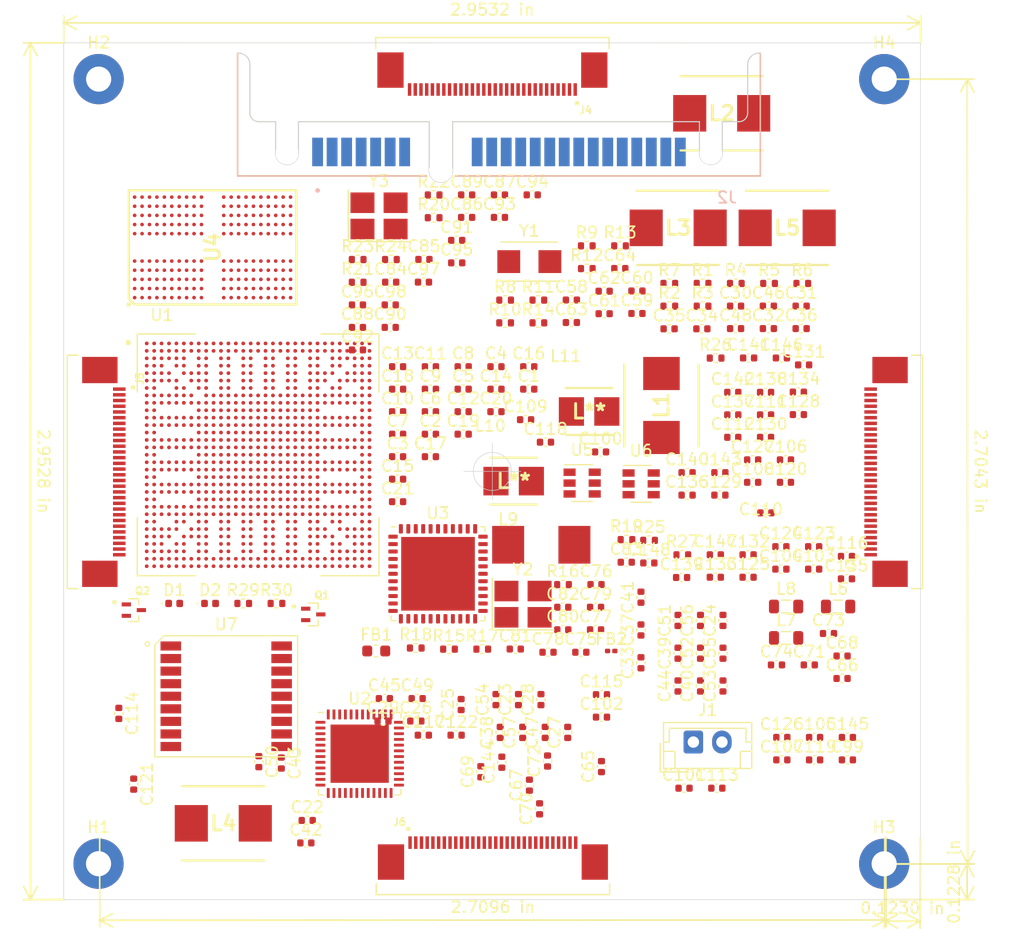
<source format=kicad_pcb>
(kicad_pcb (version 20171130) (host pcbnew "(5.1.10)-1")
  (layers (0 F.Cu signal) (31 B.Cu signal) (34 B.Paste user) (35 F.Paste user) (36 B.SilkS user) (37 F.SilkS user) (38 B.Mask user) (39 F.Mask user) (44 Edge.Cuts user))
  (net 0 "")
  (net 1 VDD_NPU)
  (net 2 GND)
  (net 3 VDD_GPU)
  (net 4 "Net-(C5-Pad2)")
  (net 5 "Net-(C6-Pad2)")
  (net 6 VDD_CPU)
  (net 7 VDD_LOGIC)
  (net 8 +3V3)
  (net 9 VCC_1V8)
  (net 10 VCC3V3_PMU)
  (net 11 VCC_DDR)
  (net 12 "Net-(C58-Pad1)")
  (net 13 "Net-(C59-Pad1)")
  (net 14 /RK890_IC_AUXILLARY/RESETn)
  (net 15 "Net-(C64-Pad2)")
  (net 16 "Net-(C65-Pad1)")
  (net 17 /RK809_CODEC/SPK_MINI_P)
  (net 18 /RK809_CODEC/SPK_MINI_N)
  (net 19 /AP6256_WIFI_BT/XTAL_IN)
  (net 20 /AP6256_WIFI_BT/XTAL_OUT)
  (net 21 "Net-(AE1-Pad1)")
  (net 22 /AP6256_WIFI_BT/ANT)
  (net 23 /AP6256_WIFI_BT/LPO)
  (net 24 VCCIO_W)
  (net 25 "Net-(C83-Pad1)")
  (net 26 "Net-(C84-Pad1)")
  (net 27 "Net-(C85-Pad1)")
  (net 28 /RESETn)
  (net 29 /RK3566_LPDDR3/LPDDR4_RESETn)
  (net 30 VCC0V6_DDR)
  (net 31 "Net-(C105-Pad1)")
  (net 32 VCC1V8_DDR)
  (net 33 "Net-(FB1-Pad2)")
  (net 34 /SATA1_RX+)
  (net 35 +5V)
  (net 36 +12V)
  (net 37 "Net-(L7-Pad1)")
  (net 38 "Net-(L9-Pad1)")
  (net 39 "Net-(L10-Pad1)")
  (net 40 "Net-(L11-Pad1)")
  (net 41 /RK809_IC_DCDC/FB3)
  (net 42 /PMIC_32KOUT_WIFI)
  (net 43 /RK890_IC_AUXILLARY/PMIC_EXT_EN)
  (net 44 "Net-(R16-Pad2)")
  (net 45 "Net-(R17-Pad2)")
  (net 46 "Net-(R18-Pad2)")
  (net 47 "Net-(R19-Pad2)")
  (net 48 "Net-(R23-Pad1)")
  (net 49 "Net-(R24-Pad1)")
  (net 50 "Net-(R26-Pad2)")
  (net 51 /RK3566_LPDDR3/LPDDR4_CLKN_A)
  (net 52 /RK3566_LPDDR3/LPDDR4_CLKP_B)
  (net 53 /RK3566_LPDDR3/LPDDR4_A0_B)
  (net 54 /RK3566_LPDDR3/LPDDR4_ODT0_CA_B)
  (net 55 /RK3566_LPDDR3/LPDDR4_DQS0N_B)
  (net 56 /RK3566_LPDDR3/LPDDR4_DQS0P_B)
  (net 57 /RK3566_LPDDR3/LPDDR4_DQ12_B)
  (net 58 /RK3566_LPDDR3/LPDDR4_DQS1P_B)
  (net 59 /RK3566_LPDDR3/LPDDR4_DQ9_B)
  (net 60 /RK3566_LPDDR3/LPDDR4_DQ10_B)
  (net 61 /I2S1_MCLK_M0_RK809)
  (net 62 /RK3566_LPDDR3/LPDDR4_CS0n_A)
  (net 63 /RK3566_LPDDR3/LPDDR4_CKE0_A)
  (net 64 /RK3566_LPDDR3/LPDDR4_CLKP_A)
  (net 65 /RK3566_LPDDR3/LPDDR4_CLKN_B)
  (net 66 /RK3566_LPDDR3/LPDDR4_A5_B)
  (net 67 /RK3566_LPDDR3/LPDDR4_A1_B)
  (net 68 /RK3566_LPDDR3/LPDDR4_DQ1_B)
  (net 69 /RK3566_LPDDR3/LPDDR4_DQ0_B)
  (net 70 /RK3566_LPDDR3/LPDDR4_DQ4_B)
  (net 71 /RK3566_LPDDR3/LPDDR4_DQ13_B)
  (net 72 /RK3566_LPDDR3/LPDDR4_DQ15_B)
  (net 73 /RK3566_LPDDR3/LPDDR4_DQS1N_B)
  (net 74 /RK3566_LPDDR3/LPDDR4_DQ8_B)
  (net 75 /RK3566_LPDDR3/LPDDR4_DQ11_B)
  (net 76 /RK3566_LPDDR3/LPDDR4_A1_A)
  (net 77 /RK3566_LPDDR3/LPDDR4_A0_A)
  (net 78 /RK3566_LPDDR3/LPDDR4_DQ3_A)
  (net 79 /RK3566_LPDDR3/LPDDR4_ODT0_CA_A)
  (net 80 /RK3566_LPDDR3/LPDDR4_DQ2_A)
  (net 81 /RK3566_LPDDR3/LPDDR4_DQ1_A)
  (net 82 /RK3566_LPDDR3/LPDDR4_DQ0_A)
  (net 83 /RK3566_LPDDR3/LPDDR4_DQS0N_A)
  (net 84 /RK3566_LPDDR3/LPDDR4_DQS0P_A)
  (net 85 /RK3566_LPDDR3/LPDDR4_DQ5_A)
  (net 86 /RK3566_LPDDR3/LPDDR4_DQ6_A)
  (net 87 /RK3566_LPDDR3/LPDDR4_DQ12_A)
  (net 88 /RK3566_LPDDR3/LPDDR4_DQ4_A)
  (net 89 /RK3566_LPDDR3/LPDDR4_DQS1P_A)
  (net 90 /RK3566_LPDDR3/LPDDR4_DQS1N_A)
  (net 91 /RK3566_LPDDR3/LPDDR4_DQ8_A)
  (net 92 /RK3566_LPDDR3/LPDDR4_DQ9_A)
  (net 93 /RK3566_LPDDR3/LPDDR4_DQ10_A)
  (net 94 /RK3566_LPDDR3/LPDDR4_DQ11_A)
  (net 95 /HOST_WAKE_BT_H_GPIO2_C1)
  (net 96 "Net-(D1-Pad1)")
  (net 97 "Net-(D2-Pad1)")
  (net 98 "Net-(J3-PadS1)")
  (net 99 "Net-(J4-PadS1)")
  (net 100 "Net-(J5-PadS1)")
  (net 101 "Net-(J6-PadS1)")
  (net 102 /IPPS)
  (net 103 "Net-(Q1-Pad3)")
  (net 104 "Net-(Q2-Pad3)")
  (net 105 /STANDBY)
  (module Capacitor_SMD:C_0402_1005Metric (layer F.Cu) (at 53.409001 173.831001)
    (fp_text reference C1 (at 0 -1.16) (layer F.SilkS))
    (fp_text value 22uF)
    (pad 1 smd roundrect (at -0.48 0) (size 0.56 0.62) (layers F.Cu F.Paste F.Mask) (net 1 VDD_NPU))
    (pad 2 smd roundrect (at 0.48 0) (size 0.56 0.62) (layers F.Cu F.Paste F.Mask) (net 2 GND))
  )
  (module Capacitor_SMD:C_0402_1005Metric (layer F.Cu) (at 44.799001 177.771001)
    (fp_text reference C2 (at 0 -1.16) (layer F.SilkS))
    (fp_text value 22uF)
    (pad 2 smd roundrect (at 0.48 0) (size 0.56 0.62) (layers F.Cu F.Paste F.Mask) (net 2 GND))
    (pad 1 smd roundrect (at -0.48 0) (size 0.56 0.62) (layers F.Cu F.Paste F.Mask) (net 3 VDD_GPU))
  )
  (module Capacitor_SMD:C_0402_1005Metric (layer F.Cu) (at 41.929001 179.741001)
    (fp_text reference C3 (at 0 -1.16) (layer F.SilkS))
    (fp_text value 10uF)
    (pad 1 smd roundrect (at -0.48 0) (size 0.56 0.62) (layers F.Cu F.Paste F.Mask) (net 1 VDD_NPU))
    (pad 2 smd roundrect (at 0.48 0) (size 0.56 0.62) (layers F.Cu F.Paste F.Mask) (net 2 GND))
  )
  (module Capacitor_SMD:C_0402_1005Metric (layer F.Cu) (at 50.539001 171.861001)
    (fp_text reference C4 (at 0 -1.16) (layer F.SilkS))
    (fp_text value 10uF)
    (pad 1 smd roundrect (at -0.48 0) (size 0.56 0.62) (layers F.Cu F.Paste F.Mask) (net 3 VDD_GPU))
    (pad 2 smd roundrect (at 0.48 0) (size 0.56 0.62) (layers F.Cu F.Paste F.Mask) (net 2 GND))
  )
  (module Capacitor_SMD:C_0402_1005Metric (layer F.Cu) (at 47.669001 173.831001)
    (fp_text reference C5 (at 0 -1.16) (layer F.SilkS))
    (fp_text value 22uF)
    (pad 2 smd roundrect (at 0.48 0) (size 0.56 0.62) (layers F.Cu F.Paste F.Mask) (net 4 "Net-(C5-Pad2)"))
    (pad 1 smd roundrect (at -0.48 0) (size 0.56 0.62) (layers F.Cu F.Paste F.Mask) (net 1 VDD_NPU))
  )
  (module Capacitor_SMD:C_0402_1005Metric (layer F.Cu) (at 44.799001 175.801001)
    (fp_text reference C6 (at 0 -1.16) (layer F.SilkS))
    (fp_text value 22uF)
    (pad 2 smd roundrect (at 0.48 0) (size 0.56 0.62) (layers F.Cu F.Paste F.Mask) (net 5 "Net-(C6-Pad2)"))
    (pad 1 smd roundrect (at -0.48 0) (size 0.56 0.62) (layers F.Cu F.Paste F.Mask) (net 3 VDD_GPU))
  )
  (module Capacitor_SMD:C_0402_1005Metric (layer F.Cu) (at 41.929001 177.771001)
    (fp_text reference C7 (at 0 -1.16) (layer F.SilkS))
    (fp_text value 4.7uF)
    (pad 1 smd roundrect (at -0.48 0) (size 0.56 0.62) (layers F.Cu F.Paste F.Mask) (net 3 VDD_GPU))
    (pad 2 smd roundrect (at 0.48 0) (size 0.56 0.62) (layers F.Cu F.Paste F.Mask) (net 5 "Net-(C6-Pad2)"))
  )
  (module Capacitor_SMD:C_0402_1005Metric (layer F.Cu) (at 47.669001 171.861001)
    (fp_text reference C8 (at 0 -1.16) (layer F.SilkS))
    (fp_text value 100nF)
    (pad 1 smd roundrect (at -0.48 0) (size 0.56 0.62) (layers F.Cu F.Paste F.Mask) (net 1 VDD_NPU))
    (pad 2 smd roundrect (at 0.48 0) (size 0.56 0.62) (layers F.Cu F.Paste F.Mask) (net 4 "Net-(C5-Pad2)"))
  )
  (module Capacitor_SMD:C_0402_1005Metric (layer F.Cu) (at 44.799001 173.831001)
    (fp_text reference C9 (at 0 -1.16) (layer F.SilkS))
    (fp_text value 100nF)
    (pad 2 smd roundrect (at 0.48 0) (size 0.56 0.62) (layers F.Cu F.Paste F.Mask) (net 5 "Net-(C6-Pad2)"))
    (pad 1 smd roundrect (at -0.48 0) (size 0.56 0.62) (layers F.Cu F.Paste F.Mask) (net 3 VDD_GPU))
  )
  (module Capacitor_SMD:C_0402_1005Metric (layer F.Cu) (at 41.929001 175.801001)
    (fp_text reference C10 (at 0 -1.16) (layer F.SilkS))
    (fp_text value 4.7uF)
    (pad 2 smd roundrect (at 0.48 0) (size 0.56 0.62) (layers F.Cu F.Paste F.Mask) (net 2 GND))
    (pad 1 smd roundrect (at -0.48 0) (size 0.56 0.62) (layers F.Cu F.Paste F.Mask) (net 6 VDD_CPU))
  )
  (module Capacitor_SMD:C_0402_1005Metric (layer F.Cu) (at 44.799001 171.861001)
    (fp_text reference C11 (at 0 -1.16) (layer F.SilkS))
    (fp_text value 100nF)
    (pad 1 smd roundrect (at -0.48 0) (size 0.56 0.62) (layers F.Cu F.Paste F.Mask) (net 7 VDD_LOGIC))
    (pad 2 smd roundrect (at 0.48 0) (size 0.56 0.62) (layers F.Cu F.Paste F.Mask) (net 2 GND))
  )
  (module Capacitor_SMD:C_0402_1005Metric (layer F.Cu) (at 47.669001 175.801001)
    (fp_text reference C12 (at 0 -1.16) (layer F.SilkS))
    (fp_text value 4.7uF)
    (pad 2 smd roundrect (at 0.48 0) (size 0.56 0.62) (layers F.Cu F.Paste F.Mask) (net 2 GND))
    (pad 1 smd roundrect (at -0.48 0) (size 0.56 0.62) (layers F.Cu F.Paste F.Mask) (net 6 VDD_CPU))
  )
  (module Capacitor_SMD:C_0402_1005Metric (layer F.Cu) (at 41.929001 171.861001)
    (fp_text reference C13 (at 0 -1.16) (layer F.SilkS))
    (fp_text value 4.7uF)
    (pad 1 smd roundrect (at -0.48 0) (size 0.56 0.62) (layers F.Cu F.Paste F.Mask) (net 7 VDD_LOGIC))
    (pad 2 smd roundrect (at 0.48 0) (size 0.56 0.62) (layers F.Cu F.Paste F.Mask) (net 2 GND))
  )
  (module Capacitor_SMD:C_0402_1005Metric (layer F.Cu) (at 50.539001 173.831001)
    (fp_text reference C14 (at 0 -1.16) (layer F.SilkS))
    (fp_text value 4.7uF)
    (pad 1 smd roundrect (at -0.48 0) (size 0.56 0.62) (layers F.Cu F.Paste F.Mask) (net 7 VDD_LOGIC))
    (pad 2 smd roundrect (at 0.48 0) (size 0.56 0.62) (layers F.Cu F.Paste F.Mask) (net 2 GND))
  )
  (module Capacitor_SMD:C_0402_1005Metric (layer F.Cu) (at 41.929001 181.711001)
    (fp_text reference C15 (at 0 -1.16) (layer F.SilkS))
    (fp_text value 22uF)
    (pad 1 smd roundrect (at -0.48 0) (size 0.56 0.62) (layers F.Cu F.Paste F.Mask) (net 6 VDD_CPU))
    (pad 2 smd roundrect (at 0.48 0) (size 0.56 0.62) (layers F.Cu F.Paste F.Mask) (net 2 GND))
  )
  (module Capacitor_SMD:C_0402_1005Metric (layer F.Cu) (at 53.409001 171.861001)
    (fp_text reference C16 (at 0 -1.16) (layer F.SilkS))
    (fp_text value 4.7uF)
    (pad 1 smd roundrect (at -0.48 0) (size 0.56 0.62) (layers F.Cu F.Paste F.Mask) (net 7 VDD_LOGIC))
    (pad 2 smd roundrect (at 0.48 0) (size 0.56 0.62) (layers F.Cu F.Paste F.Mask) (net 2 GND))
  )
  (module Capacitor_SMD:C_0402_1005Metric (layer F.Cu) (at 44.799001 179.741001)
    (fp_text reference C17 (at 0 -1.16) (layer F.SilkS))
    (fp_text value 22uF)
    (pad 2 smd roundrect (at 0.48 0) (size 0.56 0.62) (layers F.Cu F.Paste F.Mask) (net 2 GND))
    (pad 1 smd roundrect (at -0.48 0) (size 0.56 0.62) (layers F.Cu F.Paste F.Mask) (net 6 VDD_CPU))
  )
  (module Capacitor_SMD:C_0402_1005Metric (layer F.Cu) (at 41.929001 173.831001)
    (fp_text reference C18 (at 0 -1.16) (layer F.SilkS))
    (fp_text value 22uF)
    (pad 2 smd roundrect (at 0.48 0) (size 0.56 0.62) (layers F.Cu F.Paste F.Mask) (net 2 GND))
    (pad 1 smd roundrect (at -0.48 0) (size 0.56 0.62) (layers F.Cu F.Paste F.Mask) (net 7 VDD_LOGIC))
  )
  (module Capacitor_SMD:C_0402_1005Metric (layer F.Cu) (at 47.669001 177.771001)
    (fp_text reference C19 (at 0 -1.16) (layer F.SilkS))
    (fp_text value 22uF)
    (pad 1 smd roundrect (at -0.48 0) (size 0.56 0.62) (layers F.Cu F.Paste F.Mask) (net 6 VDD_CPU))
    (pad 2 smd roundrect (at 0.48 0) (size 0.56 0.62) (layers F.Cu F.Paste F.Mask) (net 2 GND))
  )
  (module Capacitor_SMD:C_0402_1005Metric (layer F.Cu) (at 50.539001 175.801001)
    (fp_text reference C20 (at 0 -1.16) (layer F.SilkS))
    (fp_text value 10uF)
    (pad 1 smd roundrect (at -0.48 0) (size 0.56 0.62) (layers F.Cu F.Paste F.Mask) (net 7 VDD_LOGIC))
    (pad 2 smd roundrect (at 0.48 0) (size 0.56 0.62) (layers F.Cu F.Paste F.Mask) (net 2 GND))
  )
  (module Capacitor_SMD:C_0402_1005Metric (layer F.Cu) (at 41.929001 183.681001)
    (fp_text reference C21 (at 0 -1.16) (layer F.SilkS))
    (fp_text value 22uF)
    (pad 2 smd roundrect (at 0.48 0) (size 0.56 0.62) (layers F.Cu F.Paste F.Mask) (net 2 GND))
    (pad 1 smd roundrect (at -0.48 0) (size 0.56 0.62) (layers F.Cu F.Paste F.Mask) (net 7 VDD_LOGIC))
  )
  (module Capacitor_SMD:C_0402_1005Metric (layer F.Cu) (at 34.015001 211.581001)
    (fp_text reference C22 (at 0 -1.16) (layer F.SilkS))
    (fp_text value 1U)
    (pad 2 smd roundrect (at 0.48 0) (size 0.56 0.62) (layers F.Cu F.Paste F.Mask) (net 2 GND))
    (pad 1 smd roundrect (at -0.48 0) (size 0.56 0.62) (layers F.Cu F.Paste F.Mask) (net 8 +3V3))
  )
  (module Capacitor_SMD:C_0402_1005Metric (layer F.Cu) (at 52.507001 201.004999 90)
    (fp_text reference C23 (at 0 -1.16 90) (layer F.SilkS))
    (fp_text value 22uF)
    (pad 2 smd roundrect (at 0.48 0 90) (size 0.56 0.62) (layers F.Cu F.Paste F.Mask) (net 2 GND))
    (pad 1 smd roundrect (at -0.48 0 90) (size 0.56 0.62) (layers F.Cu F.Paste F.Mask) (net 3 VDD_GPU))
  )
  (module Capacitor_SMD:C_0402_1005Metric (layer F.Cu) (at 70.411001 194.072999 90)
    (fp_text reference C24 (at 0 -1.16 90) (layer F.SilkS))
    (fp_text value 22uF)
    (pad 2 smd roundrect (at 0.48 0 90) (size 0.56 0.62) (layers F.Cu F.Paste F.Mask) (net 2 GND))
    (pad 1 smd roundrect (at -0.48 0 90) (size 0.56 0.62) (layers F.Cu F.Paste F.Mask) (net 7 VDD_LOGIC))
  )
  (module Capacitor_SMD:C_0402_1005Metric (layer F.Cu) (at 47.489001 201.436999 90)
    (fp_text reference C25 (at 0 -1.16 90) (layer F.SilkS))
    (fp_text value 100n)
    (pad 1 smd roundrect (at -0.48 0 90) (size 0.56 0.62) (layers F.Cu F.Paste F.Mask) (net 3 VDD_GPU))
    (pad 2 smd roundrect (at 0.48 0 90) (size 0.56 0.62) (layers F.Cu F.Paste F.Mask) (net 3 VDD_GPU))
  )
  (module Capacitor_SMD:C_0402_1005Metric (layer F.Cu) (at 43.521001 202.883001)
    (fp_text reference C26 (at 0 -1.16) (layer F.SilkS))
    (fp_text value 100n)
    (pad 1 smd roundrect (at -0.48 0) (size 0.56 0.62) (layers F.Cu F.Paste F.Mask) (net 7 VDD_LOGIC))
    (pad 2 smd roundrect (at 0.48 0) (size 0.56 0.62) (layers F.Cu F.Paste F.Mask) (net 7 VDD_LOGIC))
  )
  (module Capacitor_SMD:C_0402_1005Metric (layer F.Cu) (at 56.817001 203.874999 90)
    (fp_text reference C27 (at 0 -1.16 90) (layer F.SilkS))
    (fp_text value 1U)
    (pad 1 smd roundrect (at -0.48 0 90) (size 0.56 0.62) (layers F.Cu F.Paste F.Mask) (net 8 +3V3))
    (pad 2 smd roundrect (at 0.48 0 90) (size 0.56 0.62) (layers F.Cu F.Paste F.Mask) (net 2 GND))
  )
  (module Capacitor_SMD:C_0402_1005Metric (layer F.Cu) (at 54.477001 201.004999 90)
    (fp_text reference C28 (at 0 -1.16 90) (layer F.SilkS))
    (fp_text value 1U)
    (pad 2 smd roundrect (at 0.48 0 90) (size 0.56 0.62) (layers F.Cu F.Paste F.Mask) (net 2 GND))
    (pad 1 smd roundrect (at -0.48 0 90) (size 0.56 0.62) (layers F.Cu F.Paste F.Mask) (net 8 +3V3))
  )
  (module Capacitor_SMD:C_0402_1005Metric (layer F.Cu) (at 40.651001 202.883001)
    (fp_text reference C29 (at 0 -1.16) (layer F.SilkS))
    (fp_text value 22uF)
    (pad 2 smd roundrect (at 0.48 0) (size 0.56 0.62) (layers F.Cu F.Paste F.Mask) (net 2 GND))
    (pad 1 smd roundrect (at -0.48 0) (size 0.56 0.62) (layers F.Cu F.Paste F.Mask) (net 3 VDD_GPU))
  )
  (module Capacitor_SMD:C_0402_1005Metric (layer F.Cu) (at 71.513001 166.557001)
    (fp_text reference C30 (at 0 -1.16) (layer F.SilkS))
    (fp_text value 22uF)
    (pad 2 smd roundrect (at 0.48 0) (size 0.56 0.62) (layers F.Cu F.Paste F.Mask) (net 2 GND))
    (pad 1 smd roundrect (at -0.48 0) (size 0.56 0.62) (layers F.Cu F.Paste F.Mask) (net 7 VDD_LOGIC))
  )
  (module Capacitor_SMD:C_0402_1005Metric (layer F.Cu) (at 77.253001 166.557001)
    (fp_text reference C31 (at 0 -1.16) (layer F.SilkS))
    (fp_text value 10uF)
    (pad 1 smd roundrect (at -0.48 0) (size 0.56 0.62) (layers F.Cu F.Paste F.Mask) (net 3 VDD_GPU))
    (pad 2 smd roundrect (at 0.48 0) (size 0.56 0.62) (layers F.Cu F.Paste F.Mask) (net 2 GND))
  )
  (module Capacitor_SMD:C_0402_1005Metric (layer F.Cu) (at 74.383001 168.527001)
    (fp_text reference C32 (at 0 -1.16) (layer F.SilkS))
    (fp_text value 10uF)
    (pad 1 smd roundrect (at -0.48 0) (size 0.56 0.62) (layers F.Cu F.Paste F.Mask) (net 7 VDD_LOGIC))
    (pad 2 smd roundrect (at 0.48 0) (size 0.56 0.62) (layers F.Cu F.Paste F.Mask) (net 2 GND))
  )
  (module Capacitor_SMD:C_0402_1005Metric (layer F.Cu) (at 63.231001 197.780999 90)
    (fp_text reference C33 (at 0 -1.16 90) (layer F.SilkS))
    (fp_text value 1U)
    (pad 1 smd roundrect (at -0.48 0 90) (size 0.56 0.62) (layers F.Cu F.Paste F.Mask) (net 8 +3V3))
    (pad 2 smd roundrect (at 0.48 0 90) (size 0.56 0.62) (layers F.Cu F.Paste F.Mask) (net 2 GND))
  )
  (module Capacitor_SMD:C_0402_1005Metric (layer F.Cu) (at 68.563001 168.547001)
    (fp_text reference C34 (at 0 -1.16) (layer F.SilkS))
    (fp_text value 1U)
    (pad 2 smd roundrect (at 0.48 0) (size 0.56 0.62) (layers F.Cu F.Paste F.Mask) (net 2 GND))
    (pad 1 smd roundrect (at -0.48 0) (size 0.56 0.62) (layers F.Cu F.Paste F.Mask) (net 8 +3V3))
  )
  (module Capacitor_SMD:C_0402_1005Metric (layer F.Cu) (at 65.693001 168.547001)
    (fp_text reference C35 (at 0 -1.16) (layer F.SilkS))
    (fp_text value 10uF)
    (pad 1 smd roundrect (at -0.48 0) (size 0.56 0.62) (layers F.Cu F.Paste F.Mask) (net 9 VCC_1V8))
    (pad 2 smd roundrect (at 0.48 0) (size 0.56 0.62) (layers F.Cu F.Paste F.Mask) (net 2 GND))
  )
  (module Capacitor_SMD:C_0402_1005Metric (layer F.Cu) (at 77.253001 168.527001)
    (fp_text reference C36 (at 0 -1.16) (layer F.SilkS))
    (fp_text value 22uF)
    (pad 2 smd roundrect (at 0.48 0) (size 0.56 0.62) (layers F.Cu F.Paste F.Mask) (net 2 GND))
    (pad 1 smd roundrect (at -0.48 0) (size 0.56 0.62) (layers F.Cu F.Paste F.Mask) (net 9 VCC_1V8))
  )
  (module Capacitor_SMD:C_0402_1005Metric (layer F.Cu) (at 63.231001 194.910999 90)
    (fp_text reference C37 (at 0 -1.16 90) (layer F.SilkS))
    (fp_text value 10u)
    (pad 2 smd roundrect (at 0.48 0 90) (size 0.56 0.62) (layers F.Cu F.Paste F.Mask) (net 2 GND))
    (pad 1 smd roundrect (at -0.48 0 90) (size 0.56 0.62) (layers F.Cu F.Paste F.Mask) (net 9 VCC_1V8))
  )
  (module Capacitor_SMD:C_0402_1005Metric (layer F.Cu) (at 50.907001 203.874999 90)
    (fp_text reference C38 (at 0 -1.16 90) (layer F.SilkS))
    (fp_text value 10uF)
    (pad 1 smd roundrect (at -0.48 0 90) (size 0.56 0.62) (layers F.Cu F.Paste F.Mask) (net 8 +3V3))
    (pad 2 smd roundrect (at 0.48 0 90) (size 0.56 0.62) (layers F.Cu F.Paste F.Mask) (net 2 GND))
  )
  (module Capacitor_SMD:C_0402_1005Metric (layer F.Cu) (at 66.471001 196.942999 90)
    (fp_text reference C39 (at 0 -1.16 90) (layer F.SilkS))
    (fp_text value 10uF)
    (pad 2 smd roundrect (at 0.48 0 90) (size 0.56 0.62) (layers F.Cu F.Paste F.Mask) (net 2 GND))
    (pad 1 smd roundrect (at -0.48 0 90) (size 0.56 0.62) (layers F.Cu F.Paste F.Mask) (net 8 +3V3))
  )
  (module Capacitor_SMD:C_0402_1005Metric (layer F.Cu) (at 68.441001 199.812999 90)
    (fp_text reference C40 (at 0 -1.16 90) (layer F.SilkS))
    (fp_text value 1U)
    (pad 2 smd roundrect (at 0.48 0 90) (size 0.56 0.62) (layers F.Cu F.Paste F.Mask) (net 2 GND))
    (pad 1 smd roundrect (at -0.48 0 90) (size 0.56 0.62) (layers F.Cu F.Paste F.Mask) (net 10 VCC3V3_PMU))
  )
  (module Capacitor_SMD:C_0402_1005Metric (layer F.Cu) (at 63.231001 192.040999 90)
    (fp_text reference C41 (at 0 -1.16 90) (layer F.SilkS))
    (fp_text value 1U)
    (pad 1 smd roundrect (at -0.48 0 90) (size 0.56 0.62) (layers F.Cu F.Paste F.Mask))
    (pad 2 smd roundrect (at 0.48 0 90) (size 0.56 0.62) (layers F.Cu F.Paste F.Mask) (net 2 GND))
  )
  (module Capacitor_SMD:C_0402_1005Metric (layer F.Cu) (at 33.895001 213.551001)
    (fp_text reference C42 (at 0 -1.16) (layer F.SilkS))
    (fp_text value 1U)
    (pad 1 smd roundrect (at -0.48 0) (size 0.56 0.62) (layers F.Cu F.Paste F.Mask))
    (pad 2 smd roundrect (at 0.48 0) (size 0.56 0.62) (layers F.Cu F.Paste F.Mask) (net 2 GND))
  )
  (module Capacitor_SMD:C_0402_1005Metric (layer F.Cu) (at 31.750999 206.557001 270)
    (fp_text reference C43 (at 0 -1.16 90) (layer F.SilkS))
    (fp_text value 1U)
    (pad 1 smd roundrect (at -0.48 0 270) (size 0.56 0.62) (layers F.Cu F.Paste F.Mask))
    (pad 2 smd roundrect (at 0.48 0 270) (size 0.56 0.62) (layers F.Cu F.Paste F.Mask) (net 2 GND))
  )
  (module Capacitor_SMD:C_0402_1005Metric (layer F.Cu) (at 66.471001 199.812999 90)
    (fp_text reference C44 (at 0 -1.16 90) (layer F.SilkS))
    (fp_text value 1U)
    (pad 2 smd roundrect (at 0.48 0 90) (size 0.56 0.62) (layers F.Cu F.Paste F.Mask) (net 2 GND))
    (pad 1 smd roundrect (at -0.48 0 90) (size 0.56 0.62) (layers F.Cu F.Paste F.Mask))
  )
  (module Capacitor_SMD:C_0402_1005Metric (layer F.Cu) (at 40.771001 200.913001)
    (fp_text reference C45 (at 0 -1.16) (layer F.SilkS))
    (fp_text value 10uF)
    (pad 2 smd roundrect (at 0.48 0) (size 0.56 0.62) (layers F.Cu F.Paste F.Mask) (net 2 GND))
    (pad 1 smd roundrect (at -0.48 0) (size 0.56 0.62) (layers F.Cu F.Paste F.Mask) (net 1 VDD_NPU))
  )
  (module Capacitor_SMD:C_0402_1005Metric (layer F.Cu) (at 74.383001 166.557001)
    (fp_text reference C46 (at 0 -1.16) (layer F.SilkS))
    (fp_text value 10uF)
    (pad 2 smd roundrect (at 0.48 0) (size 0.56 0.62) (layers F.Cu F.Paste F.Mask) (net 2 GND))
    (pad 1 smd roundrect (at -0.48 0) (size 0.56 0.62) (layers F.Cu F.Paste F.Mask) (net 11 VCC_DDR))
  )
  (module Capacitor_SMD:C_0402_1005Metric (layer F.Cu) (at 54.847001 203.874999 90)
    (fp_text reference C47 (at 0 -1.16 90) (layer F.SilkS))
    (fp_text value 1U)
    (pad 2 smd roundrect (at 0.48 0 90) (size 0.56 0.62) (layers F.Cu F.Paste F.Mask) (net 2 GND))
    (pad 1 smd roundrect (at -0.48 0 90) (size 0.56 0.62) (layers F.Cu F.Paste F.Mask))
  )
  (module Capacitor_SMD:C_0402_1005Metric (layer F.Cu) (at 71.513001 168.527001)
    (fp_text reference C48 (at 0 -1.16) (layer F.SilkS))
    (fp_text value 22uF)
    (pad 2 smd roundrect (at 0.48 0) (size 0.56 0.62) (layers F.Cu F.Paste F.Mask) (net 2 GND))
    (pad 1 smd roundrect (at -0.48 0) (size 0.56 0.62) (layers F.Cu F.Paste F.Mask) (net 1 VDD_NPU))
  )
  (module Capacitor_SMD:C_0402_1005Metric (layer F.Cu) (at 43.641001 200.913001)
    (fp_text reference C49 (at 0 -1.16) (layer F.SilkS))
    (fp_text value 22uF)
    (pad 1 smd roundrect (at -0.48 0) (size 0.56 0.62) (layers F.Cu F.Paste F.Mask) (net 11 VCC_DDR))
    (pad 2 smd roundrect (at 0.48 0) (size 0.56 0.62) (layers F.Cu F.Paste F.Mask) (net 2 GND))
  )
  (module Capacitor_SMD:C_0402_1005Metric (layer F.Cu) (at 29.780999 206.437001 270)
    (fp_text reference C50 (at 0 -1.16 90) (layer F.SilkS))
    (fp_text value 1U)
    (pad 1 smd roundrect (at -0.48 0 270) (size 0.56 0.62) (layers F.Cu F.Paste F.Mask))
    (pad 2 smd roundrect (at 0.48 0 270) (size 0.56 0.62) (layers F.Cu F.Paste F.Mask) (net 2 GND))
  )
  (module Capacitor_SMD:C_0402_1005Metric (layer F.Cu) (at 66.471001 194.072999 90)
    (fp_text reference C51 (at 0 -1.16 90) (layer F.SilkS))
    (fp_text value 4.7u)
    (pad 2 smd roundrect (at 0.48 0 90) (size 0.56 0.62) (layers F.Cu F.Paste F.Mask) (net 2 GND))
    (pad 1 smd roundrect (at -0.48 0 90) (size 0.56 0.62) (layers F.Cu F.Paste F.Mask))
  )
  (module Capacitor_SMD:C_0402_1005Metric (layer F.Cu) (at 68.441001 196.942999 90)
    (fp_text reference C52 (at 0 -1.16 90) (layer F.SilkS))
    (fp_text value 1U)
    (pad 2 smd roundrect (at 0.48 0 90) (size 0.56 0.62) (layers F.Cu F.Paste F.Mask) (net 2 GND))
    (pad 1 smd roundrect (at -0.48 0 90) (size 0.56 0.62) (layers F.Cu F.Paste F.Mask))
  )
  (module Capacitor_SMD:C_0402_1005Metric (layer F.Cu) (at 70.411001 199.812999 90)
    (fp_text reference C53 (at 0 -1.16 90) (layer F.SilkS))
    (fp_text value 100n)
    (pad 2 smd roundrect (at 0.48 0 90) (size 0.56 0.62) (layers F.Cu F.Paste F.Mask) (net 1 VDD_NPU))
    (pad 1 smd roundrect (at -0.48 0 90) (size 0.56 0.62) (layers F.Cu F.Paste F.Mask) (net 1 VDD_NPU))
  )
  (module Capacitor_SMD:C_0402_1005Metric (layer F.Cu) (at 50.537001 201.004999 90)
    (fp_text reference C54 (at 0 -1.16 90) (layer F.SilkS))
    (fp_text value 1U)
    (pad 1 smd roundrect (at -0.48 0 90) (size 0.56 0.62) (layers F.Cu F.Paste F.Mask))
    (pad 2 smd roundrect (at 0.48 0 90) (size 0.56 0.62) (layers F.Cu F.Paste F.Mask) (net 2 GND))
  )
  (module Capacitor_SMD:C_0402_1005Metric (layer F.Cu) (at 70.411001 196.942999 90)
    (fp_text reference C55 (at 0 -1.16 90) (layer F.SilkS))
    (fp_text value 10u)
    (pad 1 smd roundrect (at -0.48 0 90) (size 0.56 0.62) (layers F.Cu F.Paste F.Mask))
    (pad 2 smd roundrect (at 0.48 0 90) (size 0.56 0.62) (layers F.Cu F.Paste F.Mask) (net 2 GND))
  )
  (module Capacitor_SMD:C_0402_1005Metric (layer F.Cu) (at 68.441001 194.072999 90)
    (fp_text reference C56 (at 0 -1.16 90) (layer F.SilkS))
    (fp_text value 10u)
    (pad 1 smd roundrect (at -0.48 0 90) (size 0.56 0.62) (layers F.Cu F.Paste F.Mask) (net 1 VDD_NPU))
    (pad 2 smd roundrect (at 0.48 0 90) (size 0.56 0.62) (layers F.Cu F.Paste F.Mask) (net 2 GND))
  )
  (module Capacitor_SMD:C_0402_1005Metric (layer F.Cu) (at 52.877001 203.874999 90)
    (fp_text reference C57 (at 0 -1.16 90) (layer F.SilkS))
    (fp_text value 10u)
    (pad 1 smd roundrect (at -0.48 0 90) (size 0.56 0.62) (layers F.Cu F.Paste F.Mask) (net 11 VCC_DDR))
    (pad 2 smd roundrect (at 0.48 0 90) (size 0.56 0.62) (layers F.Cu F.Paste F.Mask) (net 2 GND))
  )
  (module Capacitor_SMD:C_0402_1005Metric (layer F.Cu) (at 57.139001 166.025001)
    (fp_text reference C58 (at 0 -1.16) (layer F.SilkS))
    (fp_text value 1uF)
    (pad 2 smd roundrect (at 0.48 0) (size 0.56 0.62) (layers F.Cu F.Paste F.Mask) (net 2 GND))
    (pad 1 smd roundrect (at -0.48 0) (size 0.56 0.62) (layers F.Cu F.Paste F.Mask) (net 12 "Net-(C58-Pad1)"))
  )
  (module Capacitor_SMD:C_0402_1005Metric (layer F.Cu) (at 62.879001 167.205001)
    (fp_text reference C59 (at 0 -1.16) (layer F.SilkS))
    (fp_text value 1uF)
    (pad 1 smd roundrect (at -0.48 0) (size 0.56 0.62) (layers F.Cu F.Paste F.Mask) (net 13 "Net-(C59-Pad1)"))
    (pad 2 smd roundrect (at 0.48 0) (size 0.56 0.62) (layers F.Cu F.Paste F.Mask) (net 2 GND))
  )
  (module Capacitor_SMD:C_0402_1005Metric (layer F.Cu) (at 62.879001 165.235001)
    (fp_text reference C60 (at 0 -1.16) (layer F.SilkS))
    (fp_text value 100n)
    (pad 2 smd roundrect (at 0.48 0) (size 0.56 0.62) (layers F.Cu F.Paste F.Mask) (net 14 /RK890_IC_AUXILLARY/RESETn))
    (pad 1 smd roundrect (at -0.48 0) (size 0.56 0.62) (layers F.Cu F.Paste F.Mask) (net 2 GND))
  )
  (module Capacitor_SMD:C_0402_1005Metric (layer F.Cu) (at 60.009001 167.225001)
    (fp_text reference C61 (at 0 -1.16) (layer F.SilkS))
    (fp_text value 1uF)
    (pad 1 smd roundrect (at -0.48 0) (size 0.56 0.62) (layers F.Cu F.Paste F.Mask))
    (pad 2 smd roundrect (at 0.48 0) (size 0.56 0.62) (layers F.Cu F.Paste F.Mask) (net 2 GND))
  )
  (module Capacitor_SMD:C_0402_1005Metric (layer F.Cu) (at 60.009001 165.255001)
    (fp_text reference C62 (at 0 -1.16) (layer F.SilkS))
    (fp_text value 1U)
    (pad 1 smd roundrect (at -0.48 0) (size 0.56 0.62) (layers F.Cu F.Paste F.Mask) (net 2 GND))
    (pad 2 smd roundrect (at 0.48 0) (size 0.56 0.62) (layers F.Cu F.Paste F.Mask) (net 8 +3V3))
  )
  (module Capacitor_SMD:C_0402_1005Metric (layer F.Cu) (at 57.139001 167.995001)
    (fp_text reference C63 (at 0 -1.16) (layer F.SilkS))
    (fp_text value 100n)
    (pad 2 smd roundrect (at 0.48 0) (size 0.56 0.62) (layers F.Cu F.Paste F.Mask))
    (pad 1 smd roundrect (at -0.48 0) (size 0.56 0.62) (layers F.Cu F.Paste F.Mask) (net 2 GND))
  )
  (module Capacitor_SMD:C_0402_1005Metric (layer F.Cu) (at 61.379001 163.265001)
    (fp_text reference C64 (at 0 -1.16) (layer F.SilkS))
    (fp_text value 100n)
    (pad 1 smd roundrect (at -0.48 0) (size 0.56 0.62) (layers F.Cu F.Paste F.Mask) (net 2 GND))
    (pad 2 smd roundrect (at 0.48 0) (size 0.56 0.62) (layers F.Cu F.Paste F.Mask) (net 15 "Net-(C64-Pad2)"))
  )
  (module Capacitor_SMD:C_0402_1005Metric (layer F.Cu) (at 59.773001 206.870999 90)
    (fp_text reference C65 (at 0 -1.16 90) (layer F.SilkS))
    (fp_text value 10u_10V)
    (pad 1 smd roundrect (at -0.48 0 90) (size 0.56 0.62) (layers F.Cu F.Paste F.Mask) (net 16 "Net-(C65-Pad1)"))
    (pad 2 smd roundrect (at 0.48 0 90) (size 0.56 0.62) (layers F.Cu F.Paste F.Mask) (net 2 GND))
  )
  (module Capacitor_SMD:C_0402_1005Metric (layer F.Cu) (at 80.835001 199.157001)
    (fp_text reference C66 (at 0 -1.16) (layer F.SilkS))
    (fp_text value 2.2u)
    (pad 2 smd roundrect (at 0.48 0) (size 0.56 0.62) (layers F.Cu F.Paste F.Mask))
    (pad 1 smd roundrect (at -0.48 0) (size 0.56 0.62) (layers F.Cu F.Paste F.Mask))
  )
  (module Capacitor_SMD:C_0402_1005Metric (layer F.Cu) (at 53.467001 208.492999 90)
    (fp_text reference C67 (at 0 -1.16 90) (layer F.SilkS))
    (fp_text value 1u)
    (pad 2 smd roundrect (at 0.48 0 90) (size 0.56 0.62) (layers F.Cu F.Paste F.Mask) (net 2 GND))
    (pad 1 smd roundrect (at -0.48 0 90) (size 0.56 0.62) (layers F.Cu F.Paste F.Mask))
  )
  (module Capacitor_SMD:C_0402_1005Metric (layer F.Cu) (at 80.835001 197.187001)
    (fp_text reference C68 (at 0 -1.16) (layer F.SilkS))
    (fp_text value 2.2u)
    (pad 1 smd roundrect (at -0.48 0) (size 0.56 0.62) (layers F.Cu F.Paste F.Mask))
    (pad 2 smd roundrect (at 0.48 0) (size 0.56 0.62) (layers F.Cu F.Paste F.Mask) (net 2 GND))
  )
  (module Capacitor_SMD:C_0402_1005Metric (layer F.Cu) (at 49.211001 207.320999 90)
    (fp_text reference C69 (at 0 -1.16 90) (layer F.SilkS))
    (fp_text value 1u)
    (pad 1 smd roundrect (at -0.48 0 90) (size 0.56 0.62) (layers F.Cu F.Paste F.Mask))
    (pad 2 smd roundrect (at 0.48 0 90) (size 0.56 0.62) (layers F.Cu F.Paste F.Mask) (net 2 GND))
  )
  (module Capacitor_SMD:C_0402_1005Metric (layer F.Cu) (at 54.356 210.566 90)
    (fp_text reference C70 (at 0 -1.16 90) (layer F.SilkS))
    (fp_text value 1u)
    (pad 1 smd roundrect (at -0.48 0 90) (size 0.56 0.62) (layers F.Cu F.Paste F.Mask))
    (pad 2 smd roundrect (at 0.48 0 90) (size 0.56 0.62) (layers F.Cu F.Paste F.Mask) (net 2 GND))
  )
  (module Capacitor_SMD:C_0402_1005Metric (layer F.Cu) (at 77.965001 197.967001)
    (fp_text reference C71 (at 0 -1.16) (layer F.SilkS))
    (fp_text value 100n)
    (pad 2 smd roundrect (at 0.48 0) (size 0.56 0.62) (layers F.Cu F.Paste F.Mask))
    (pad 1 smd roundrect (at -0.48 0) (size 0.56 0.62) (layers F.Cu F.Paste F.Mask))
  )
  (module Capacitor_SMD:C_0402_1005Metric (layer F.Cu) (at 55.053001 206.380999 90)
    (fp_text reference C72 (at 0 -1.16 90) (layer F.SilkS))
    (fp_text value 100n)
    (pad 1 smd roundrect (at -0.48 0 90) (size 0.56 0.62) (layers F.Cu F.Paste F.Mask))
    (pad 2 smd roundrect (at 0.48 0 90) (size 0.56 0.62) (layers F.Cu F.Paste F.Mask))
  )
  (module Capacitor_SMD:C_0402_1005Metric (layer F.Cu) (at 79.645001 195.217001)
    (fp_text reference C73 (at 0 -1.16) (layer F.SilkS))
    (fp_text value 1n)
    (pad 2 smd roundrect (at 0.48 0) (size 0.56 0.62) (layers F.Cu F.Paste F.Mask) (net 2 GND))
    (pad 1 smd roundrect (at -0.48 0) (size 0.56 0.62) (layers F.Cu F.Paste F.Mask) (net 17 /RK809_CODEC/SPK_MINI_P))
  )
  (module Capacitor_SMD:C_0402_1005Metric (layer F.Cu) (at 75.095001 197.967001)
    (fp_text reference C74 (at 0 -1.16) (layer F.SilkS))
    (fp_text value 1n)
    (pad 1 smd roundrect (at -0.48 0) (size 0.56 0.62) (layers F.Cu F.Paste F.Mask) (net 18 /RK809_CODEC/SPK_MINI_N))
    (pad 2 smd roundrect (at 0.48 0) (size 0.56 0.62) (layers F.Cu F.Paste F.Mask) (net 2 GND))
  )
  (module Capacitor_SMD:C_0402_1005Metric (layer F.Cu) (at 57.967001 196.859001)
    (fp_text reference C75 (at 0 -1.16) (layer F.SilkS))
    (fp_text value 12pF)
    (pad 2 smd roundrect (at 0.48 0) (size 0.56 0.62) (layers F.Cu F.Paste F.Mask) (net 2 GND))
    (pad 1 smd roundrect (at -0.48 0) (size 0.56 0.62) (layers F.Cu F.Paste F.Mask) (net 19 /AP6256_WIFI_BT/XTAL_IN))
  )
  (module Capacitor_SMD:C_0402_1005Metric (layer F.Cu) (at 59.297001 190.929001)
    (fp_text reference C76 (at 0 -1.16) (layer F.SilkS))
    (fp_text value 12pF)
    (pad 1 smd roundrect (at -0.48 0) (size 0.56 0.62) (layers F.Cu F.Paste F.Mask) (net 20 /AP6256_WIFI_BT/XTAL_OUT))
    (pad 2 smd roundrect (at 0.48 0) (size 0.56 0.62) (layers F.Cu F.Paste F.Mask) (net 2 GND))
  )
  (module Capacitor_SMD:C_0402_1005Metric (layer F.Cu) (at 59.257001 194.889001)
    (fp_text reference C77 (at 0 -1.16) (layer F.SilkS))
    (fp_text value 9pF)
    (pad 2 smd roundrect (at 0.48 0) (size 0.56 0.62) (layers F.Cu F.Paste F.Mask) (net 21 "Net-(AE1-Pad1)"))
    (pad 1 smd roundrect (at -0.48 0) (size 0.56 0.62) (layers F.Cu F.Paste F.Mask) (net 22 /AP6256_WIFI_BT/ANT))
  )
  (module Capacitor_SMD:C_0402_1005Metric (layer F.Cu) (at 55.097001 196.859001)
    (fp_text reference C78 (at 0 -1.16) (layer F.SilkS))
    (fp_text value 100n)
    (pad 1 smd roundrect (at -0.48 0) (size 0.56 0.62) (layers F.Cu F.Paste F.Mask) (net 23 /AP6256_WIFI_BT/LPO))
    (pad 2 smd roundrect (at 0.48 0) (size 0.56 0.62) (layers F.Cu F.Paste F.Mask) (net 2 GND))
  )
  (module Capacitor_SMD:C_0402_1005Metric (layer F.Cu) (at 59.257001 192.919001)
    (fp_text reference C79 (at 0 -1.16) (layer F.SilkS))
    (fp_text value 10uF)
    (pad 2 smd roundrect (at 0.48 0) (size 0.56 0.62) (layers F.Cu F.Paste F.Mask) (net 2 GND))
    (pad 1 smd roundrect (at -0.48 0) (size 0.56 0.62) (layers F.Cu F.Paste F.Mask) (net 8 +3V3))
  )
  (module Capacitor_SMD:C_0402_1005Metric (layer F.Cu) (at 56.387001 194.889001)
    (fp_text reference C80 (at 0 -1.16) (layer F.SilkS))
    (fp_text value 100nF)
    (pad 2 smd roundrect (at 0.48 0) (size 0.56 0.62) (layers F.Cu F.Paste F.Mask) (net 2 GND))
    (pad 1 smd roundrect (at -0.48 0) (size 0.56 0.62) (layers F.Cu F.Paste F.Mask) (net 8 +3V3))
  )
  (module Capacitor_SMD:C_0402_1005Metric (layer F.Cu) (at 52.227001 196.579001)
    (fp_text reference C81 (at 0 -1.16) (layer F.SilkS))
    (fp_text value 10uF)
    (pad 1 smd roundrect (at -0.48 0) (size 0.56 0.62) (layers F.Cu F.Paste F.Mask) (net 24 VCCIO_W))
    (pad 2 smd roundrect (at 0.48 0) (size 0.56 0.62) (layers F.Cu F.Paste F.Mask) (net 2 GND))
  )
  (module Capacitor_SMD:C_0402_1005Metric (layer F.Cu) (at 56.387001 192.919001)
    (fp_text reference C82 (at 0 -1.16) (layer F.SilkS))
    (fp_text value 100nF)
    (pad 2 smd roundrect (at 0.48 0) (size 0.56 0.62) (layers F.Cu F.Paste F.Mask) (net 2 GND))
    (pad 1 smd roundrect (at -0.48 0) (size 0.56 0.62) (layers F.Cu F.Paste F.Mask) (net 24 VCCIO_W))
  )
  (module Capacitor_SMD:C_0402_1005Metric (layer F.Cu) (at 61.943001 188.981001)
    (fp_text reference C83 (at 0 -1.16) (layer F.SilkS))
    (fp_text value 4.7uF)
    (pad 2 smd roundrect (at 0.48 0) (size 0.56 0.62) (layers F.Cu F.Paste F.Mask) (net 2 GND))
    (pad 1 smd roundrect (at -0.48 0) (size 0.56 0.62) (layers F.Cu F.Paste F.Mask) (net 25 "Net-(C83-Pad1)"))
  )
  (module Capacitor_SMD:C_0402_1005Metric (layer F.Cu) (at 41.323001 164.463001)
    (fp_text reference C84 (at 0 -1.16) (layer F.SilkS))
    (fp_text value 18pF)
    (pad 1 smd roundrect (at -0.48 0) (size 0.56 0.62) (layers F.Cu F.Paste F.Mask) (net 26 "Net-(C84-Pad1)"))
    (pad 2 smd roundrect (at 0.48 0) (size 0.56 0.62) (layers F.Cu F.Paste F.Mask) (net 2 GND))
  )
  (module Capacitor_SMD:C_0402_1005Metric (layer F.Cu) (at 44.233001 162.473001)
    (fp_text reference C85 (at 0 -1.16) (layer F.SilkS))
    (fp_text value 18pF)
    (pad 2 smd roundrect (at 0.48 0) (size 0.56 0.62) (layers F.Cu F.Paste F.Mask) (net 2 GND))
    (pad 1 smd roundrect (at -0.48 0) (size 0.56 0.62) (layers F.Cu F.Paste F.Mask) (net 27 "Net-(C85-Pad1)"))
  )
  (module Capacitor_SMD:C_0402_1005Metric (layer F.Cu) (at 47.973001 158.793001)
    (fp_text reference C86 (at 0 -1.16) (layer F.SilkS))
    (fp_text value 100nF)
    (pad 1 smd roundrect (at -0.48 0) (size 0.56 0.62) (layers F.Cu F.Paste F.Mask) (net 28 /RESETn))
    (pad 2 smd roundrect (at 0.48 0) (size 0.56 0.62) (layers F.Cu F.Paste F.Mask) (net 2 GND))
  )
  (module Capacitor_SMD:C_0402_1005Metric (layer F.Cu) (at 50.843001 156.823001)
    (fp_text reference C87 (at 0 -1.16) (layer F.SilkS))
    (fp_text value 100n)
    (pad 2 smd roundrect (at 0.48 0) (size 0.56 0.62) (layers F.Cu F.Paste F.Mask) (net 2 GND))
    (pad 1 smd roundrect (at -0.48 0) (size 0.56 0.62) (layers F.Cu F.Paste F.Mask) (net 11 VCC_DDR))
  )
  (module Capacitor_SMD:C_0402_1005Metric (layer F.Cu) (at 38.413001 168.423001)
    (fp_text reference C88 (at 0 -1.16) (layer F.SilkS))
    (fp_text value 100n)
    (pad 1 smd roundrect (at -0.48 0) (size 0.56 0.62) (layers F.Cu F.Paste F.Mask) (net 11 VCC_DDR))
    (pad 2 smd roundrect (at 0.48 0) (size 0.56 0.62) (layers F.Cu F.Paste F.Mask) (net 2 GND))
  )
  (module Capacitor_SMD:C_0402_1005Metric (layer F.Cu) (at 47.973001 156.823001)
    (fp_text reference C89 (at 0 -1.16) (layer F.SilkS))
    (fp_text value 100n)
    (pad 2 smd roundrect (at 0.48 0) (size 0.56 0.62) (layers F.Cu F.Paste F.Mask) (net 2 GND))
    (pad 1 smd roundrect (at -0.48 0) (size 0.56 0.62) (layers F.Cu F.Paste F.Mask) (net 11 VCC_DDR))
  )
  (module Capacitor_SMD:C_0402_1005Metric (layer F.Cu) (at 41.283001 168.423001)
    (fp_text reference C90 (at 0 -1.16) (layer F.SilkS))
    (fp_text value 100n)
    (pad 2 smd roundrect (at 0.48 0) (size 0.56 0.62) (layers F.Cu F.Paste F.Mask) (net 2 GND))
    (pad 1 smd roundrect (at -0.48 0) (size 0.56 0.62) (layers F.Cu F.Paste F.Mask) (net 11 VCC_DDR))
  )
  (module Capacitor_SMD:C_0402_1005Metric (layer F.Cu) (at 47.103001 160.803001)
    (fp_text reference C91 (at 0 -1.16) (layer F.SilkS))
    (fp_text value 100n)
    (pad 2 smd roundrect (at 0.48 0) (size 0.56 0.62) (layers F.Cu F.Paste F.Mask) (net 2 GND))
    (pad 1 smd roundrect (at -0.48 0) (size 0.56 0.62) (layers F.Cu F.Paste F.Mask) (net 11 VCC_DDR))
  )
  (module Capacitor_SMD:C_0402_1005Metric (layer F.Cu) (at 38.413001 170.393001)
    (fp_text reference C92 (at 0 -1.16) (layer F.SilkS))
    (fp_text value 100n)
    (pad 1 smd roundrect (at -0.48 0) (size 0.56 0.62) (layers F.Cu F.Paste F.Mask) (net 11 VCC_DDR))
    (pad 2 smd roundrect (at 0.48 0) (size 0.56 0.62) (layers F.Cu F.Paste F.Mask) (net 2 GND))
  )
  (module Capacitor_SMD:C_0402_1005Metric (layer F.Cu) (at 50.843001 158.793001)
    (fp_text reference C93 (at 0 -1.16) (layer F.SilkS))
    (fp_text value 100nF)
    (pad 2 smd roundrect (at 0.48 0) (size 0.56 0.62) (layers F.Cu F.Paste F.Mask) (net 2 GND))
    (pad 1 smd roundrect (at -0.48 0) (size 0.56 0.62) (layers F.Cu F.Paste F.Mask) (net 10 VCC3V3_PMU))
  )
  (module Capacitor_SMD:C_0402_1005Metric (layer F.Cu) (at 53.713001 156.823001)
    (fp_text reference C94 (at 0 -1.16) (layer F.SilkS))
    (fp_text value 4.7uF)
    (pad 1 smd roundrect (at -0.48 0) (size 0.56 0.62) (layers F.Cu F.Paste F.Mask) (net 11 VCC_DDR))
    (pad 2 smd roundrect (at 0.48 0) (size 0.56 0.62) (layers F.Cu F.Paste F.Mask) (net 2 GND))
  )
  (module Capacitor_SMD:C_0402_1005Metric (layer F.Cu) (at 47.103001 162.773001)
    (fp_text reference C95 (at 0 -1.16) (layer F.SilkS))
    (fp_text value 4.7uF)
    (pad 2 smd roundrect (at 0.48 0) (size 0.56 0.62) (layers F.Cu F.Paste F.Mask) (net 2 GND))
    (pad 1 smd roundrect (at -0.48 0) (size 0.56 0.62) (layers F.Cu F.Paste F.Mask) (net 11 VCC_DDR))
  )
  (module Capacitor_SMD:C_0402_1005Metric (layer F.Cu) (at 38.413001 166.453001)
    (fp_text reference C96 (at 0 -1.16) (layer F.SilkS))
    (fp_text value 10uF)
    (pad 1 smd roundrect (at -0.48 0) (size 0.56 0.62) (layers F.Cu F.Paste F.Mask) (net 11 VCC_DDR))
    (pad 2 smd roundrect (at 0.48 0) (size 0.56 0.62) (layers F.Cu F.Paste F.Mask) (net 2 GND))
  )
  (module Capacitor_SMD:C_0402_1005Metric (layer F.Cu) (at 44.193001 164.463001)
    (fp_text reference C97 (at 0 -1.16) (layer F.SilkS))
    (fp_text value 4.7uF)
    (pad 1 smd roundrect (at -0.48 0) (size 0.56 0.62) (layers F.Cu F.Paste F.Mask) (net 11 VCC_DDR))
    (pad 2 smd roundrect (at 0.48 0) (size 0.56 0.62) (layers F.Cu F.Paste F.Mask) (net 2 GND))
  )
  (module Capacitor_SMD:C_0402_1005Metric (layer F.Cu) (at 41.283001 166.453001)
    (fp_text reference C98 (at 0 -1.16) (layer F.SilkS))
    (fp_text value 1nF)
    (pad 1 smd roundrect (at -0.48 0) (size 0.56 0.62) (layers F.Cu F.Paste F.Mask) (net 29 /RK3566_LPDDR3/LPDDR4_RESETn))
    (pad 2 smd roundrect (at 0.48 0) (size 0.56 0.62) (layers F.Cu F.Paste F.Mask) (net 2 GND))
  )
  (module Capacitor_SMD:C_0402_1005Metric (layer F.Cu) (at 81.301001 206.281001)
    (fp_text reference C99 (at 0 -1.16) (layer F.SilkS))
    (fp_text value 22uF)
    (pad 1 smd roundrect (at -0.48 0) (size 0.56 0.62) (layers F.Cu F.Paste F.Mask) (net 30 VCC0V6_DDR))
    (pad 2 smd roundrect (at 0.48 0) (size 0.56 0.62) (layers F.Cu F.Paste F.Mask) (net 2 GND))
  )
  (module Capacitor_SMD:C_0402_1005Metric (layer F.Cu) (at 59.69 179.324)
    (fp_text reference C100 (at 0 -1.16) (layer F.SilkS))
    (fp_text value 10uF)
    (pad 1 smd roundrect (at -0.48 0) (size 0.56 0.62) (layers F.Cu F.Paste F.Mask) (net 30 VCC0V6_DDR))
    (pad 2 smd roundrect (at 0.48 0) (size 0.56 0.62) (layers F.Cu F.Paste F.Mask) (net 2 GND))
  )
  (module Capacitor_SMD:C_0402_1005Metric (layer F.Cu) (at 67.001001 208.759001)
    (fp_text reference C101 (at 0 -1.16) (layer F.SilkS))
    (fp_text value 22uF)
    (pad 2 smd roundrect (at 0.48 0) (size 0.56 0.62) (layers F.Cu F.Paste F.Mask) (net 2 GND))
    (pad 1 smd roundrect (at -0.48 0) (size 0.56 0.62) (layers F.Cu F.Paste F.Mask) (net 11 VCC_DDR))
  )
  (module Capacitor_SMD:C_0402_1005Metric (layer F.Cu) (at 59.775001 202.539001)
    (fp_text reference C102 (at 0 -1.16) (layer F.SilkS))
    (fp_text value 10uF)
    (pad 2 smd roundrect (at 0.48 0) (size 0.56 0.62) (layers F.Cu F.Paste F.Mask) (net 2 GND))
    (pad 1 smd roundrect (at -0.48 0) (size 0.56 0.62) (layers F.Cu F.Paste F.Mask) (net 30 VCC0V6_DDR))
  )
  (module Capacitor_SMD:C_0402_1005Metric (layer F.Cu) (at 78.349001 189.585001)
    (fp_text reference C103 (at 0 -1.16) (layer F.SilkS))
    (fp_text value 1uF)
    (pad 1 smd roundrect (at -0.48 0) (size 0.56 0.62) (layers F.Cu F.Paste F.Mask))
    (pad 2 smd roundrect (at 0.48 0) (size 0.56 0.62) (layers F.Cu F.Paste F.Mask))
  )
  (module Capacitor_SMD:C_0402_1005Metric (layer F.Cu) (at 75.479001 189.585001)
    (fp_text reference C104 (at 0 -1.16) (layer F.SilkS))
    (fp_text value 10uF)
    (pad 2 smd roundrect (at 0.48 0) (size 0.56 0.62) (layers F.Cu F.Paste F.Mask) (net 2 GND))
    (pad 1 smd roundrect (at -0.48 0) (size 0.56 0.62) (layers F.Cu F.Paste F.Mask) (net 11 VCC_DDR))
  )
  (module Capacitor_SMD:C_0402_1005Metric (layer F.Cu) (at 78.431001 204.311001)
    (fp_text reference C105 (at 0 -1.16) (layer F.SilkS))
    (fp_text value 100nF)
    (pad 1 smd roundrect (at -0.48 0) (size 0.56 0.62) (layers F.Cu F.Paste F.Mask) (net 31 "Net-(C105-Pad1)"))
    (pad 2 smd roundrect (at 0.48 0) (size 0.56 0.62) (layers F.Cu F.Paste F.Mask) (net 2 GND))
  )
  (module Capacitor_SMD:C_0402_1005Metric (layer F.Cu) (at 75.879001 180.015001)
    (fp_text reference C106 (at 0 -1.16) (layer F.SilkS))
    (fp_text value 100nF)
    (pad 2 smd roundrect (at 0.48 0) (size 0.56 0.62) (layers F.Cu F.Paste F.Mask))
    (pad 1 smd roundrect (at -0.48 0) (size 0.56 0.62) (layers F.Cu F.Paste F.Mask))
  )
  (module Capacitor_SMD:C_0402_1005Metric (layer F.Cu) (at 75.561001 206.281001)
    (fp_text reference C107 (at 0 -1.16) (layer F.SilkS))
    (fp_text value 4.7uF)
    (pad 1 smd roundrect (at -0.48 0) (size 0.56 0.62) (layers F.Cu F.Paste F.Mask) (net 8 +3V3))
    (pad 2 smd roundrect (at 0.48 0) (size 0.56 0.62) (layers F.Cu F.Paste F.Mask) (net 2 GND))
  )
  (module Capacitor_SMD:C_0402_1005Metric (layer F.Cu) (at 73.009001 181.985001)
    (fp_text reference C108 (at 0 -1.16) (layer F.SilkS))
    (fp_text value 1uF)
    (pad 1 smd roundrect (at -0.48 0) (size 0.56 0.62) (layers F.Cu F.Paste F.Mask) (net 30 VCC0V6_DDR))
    (pad 2 smd roundrect (at 0.48 0) (size 0.56 0.62) (layers F.Cu F.Paste F.Mask) (net 2 GND))
  )
  (module Capacitor_SMD:C_0402_1005Metric (layer F.Cu) (at 53.133001 176.501001)
    (fp_text reference C109 (at 0 -1.16) (layer F.SilkS))
    (fp_text value 10uF)
    (pad 1 smd roundrect (at -0.48 0) (size 0.56 0.62) (layers F.Cu F.Paste F.Mask) (net 11 VCC_DDR))
    (pad 2 smd roundrect (at 0.48 0) (size 0.56 0.62) (layers F.Cu F.Paste F.Mask) (net 2 GND))
  )
  (module Capacitor_SMD:C_0402_1005Metric (layer F.Cu) (at 74.168 184.658)
    (fp_text reference C110 (at -0.447001 -0.313001) (layer F.SilkS))
    (fp_text value 100nF)
    (pad 2 smd roundrect (at 0.48 0) (size 0.56 0.62) (layers F.Cu F.Paste F.Mask) (net 2 GND))
    (pad 1 smd roundrect (at -0.48 0) (size 0.56 0.62) (layers F.Cu F.Paste F.Mask) (net 30 VCC0V6_DDR))
  )
  (module Capacitor_SMD:C_0402_1005Metric (layer F.Cu) (at 74.139001 176.075001)
    (fp_text reference C111 (at 0 -1.16) (layer F.SilkS))
    (fp_text value 1uF)
    (pad 2 smd roundrect (at 0.48 0) (size 0.56 0.62) (layers F.Cu F.Paste F.Mask) (net 2 GND))
    (pad 1 smd roundrect (at -0.48 0) (size 0.56 0.62) (layers F.Cu F.Paste F.Mask) (net 11 VCC_DDR))
  )
  (module Capacitor_SMD:C_0402_1005Metric (layer F.Cu) (at 71.269001 178.045001)
    (fp_text reference C112 (at 0 -1.16) (layer F.SilkS))
    (fp_text value 100nF)
    (pad 1 smd roundrect (at -0.48 0) (size 0.56 0.62) (layers F.Cu F.Paste F.Mask) (net 30 VCC0V6_DDR))
    (pad 2 smd roundrect (at 0.48 0) (size 0.56 0.62) (layers F.Cu F.Paste F.Mask) (net 2 GND))
  )
  (module Capacitor_SMD:C_0402_1005Metric (layer F.Cu) (at 69.871001 208.759001)
    (fp_text reference C113 (at 0 -1.16) (layer F.SilkS))
    (fp_text value 100nF)
    (pad 1 smd roundrect (at -0.48 0) (size 0.56 0.62) (layers F.Cu F.Paste F.Mask) (net 11 VCC_DDR))
    (pad 2 smd roundrect (at 0.48 0) (size 0.56 0.62) (layers F.Cu F.Paste F.Mask) (net 2 GND))
  )
  (module Capacitor_SMD:C_0402_1005Metric (layer F.Cu) (at 17.526 202.212 270)
    (fp_text reference C114 (at 0 -1.16 90) (layer F.SilkS))
    (fp_text value 100nF)
    (pad 2 smd roundrect (at 0.48 0 270) (size 0.56 0.62) (layers F.Cu F.Paste F.Mask) (net 2 GND))
    (pad 1 smd roundrect (at -0.48 0 270) (size 0.56 0.62) (layers F.Cu F.Paste F.Mask) (net 30 VCC0V6_DDR))
  )
  (module Capacitor_SMD:C_0402_1005Metric (layer F.Cu) (at 59.775001 200.569001)
    (fp_text reference C115 (at 0 -1.16) (layer F.SilkS))
    (fp_text value 100nF)
    (pad 2 smd roundrect (at 0.48 0) (size 0.56 0.62) (layers F.Cu F.Paste F.Mask) (net 2 GND))
    (pad 1 smd roundrect (at -0.48 0) (size 0.56 0.62) (layers F.Cu F.Paste F.Mask) (net 11 VCC_DDR))
  )
  (module Capacitor_SMD:C_0402_1005Metric (layer F.Cu) (at 81.219001 188.465001)
    (fp_text reference C116 (at 0 -1.16) (layer F.SilkS))
    (fp_text value 100nF)
    (pad 2 smd roundrect (at 0.48 0) (size 0.56 0.62) (layers F.Cu F.Paste F.Mask) (net 2 GND))
    (pad 1 smd roundrect (at -0.48 0) (size 0.56 0.62) (layers F.Cu F.Paste F.Mask) (net 30 VCC0V6_DDR))
  )
  (module Capacitor_SMD:C_0402_1005Metric (layer F.Cu) (at 44.181001 204.119001)
    (fp_text reference C117 (at 0 -1.16) (layer F.SilkS))
    (fp_text value 100nF)
    (pad 1 smd roundrect (at -0.48 0) (size 0.56 0.62) (layers F.Cu F.Paste F.Mask) (net 11 VCC_DDR))
    (pad 2 smd roundrect (at 0.48 0) (size 0.56 0.62) (layers F.Cu F.Paste F.Mask) (net 2 GND))
  )
  (module Capacitor_SMD:C_0402_1005Metric (layer F.Cu) (at 54.873001 178.471001)
    (fp_text reference C118 (at 0 -1.16) (layer F.SilkS))
    (fp_text value 100nF)
    (pad 1 smd roundrect (at -0.48 0) (size 0.56 0.62) (layers F.Cu F.Paste F.Mask) (net 30 VCC0V6_DDR))
    (pad 2 smd roundrect (at 0.48 0) (size 0.56 0.62) (layers F.Cu F.Paste F.Mask) (net 2 GND))
  )
  (module Capacitor_SMD:C_0402_1005Metric (layer F.Cu) (at 78.431001 206.281001)
    (fp_text reference C119 (at 0 -1.16) (layer F.SilkS))
    (fp_text value 100nF)
    (pad 1 smd roundrect (at -0.48 0) (size 0.56 0.62) (layers F.Cu F.Paste F.Mask) (net 11 VCC_DDR))
    (pad 2 smd roundrect (at 0.48 0) (size 0.56 0.62) (layers F.Cu F.Paste F.Mask) (net 2 GND))
  )
  (module Capacitor_SMD:C_0402_1005Metric (layer F.Cu) (at 75.879001 181.985001)
    (fp_text reference C120 (at 0 -1.16) (layer F.SilkS))
    (fp_text value 100nF)
    (pad 2 smd roundrect (at 0.48 0) (size 0.56 0.62) (layers F.Cu F.Paste F.Mask) (net 2 GND))
    (pad 1 smd roundrect (at -0.48 0) (size 0.56 0.62) (layers F.Cu F.Paste F.Mask) (net 30 VCC0V6_DDR))
  )
  (module Capacitor_SMD:C_0402_1005Metric (layer F.Cu) (at 18.824999 208.403001 270)
    (fp_text reference C121 (at 0 -1.16 90) (layer F.SilkS))
    (fp_text value 100nF)
    (pad 2 smd roundrect (at 0.48 0 270) (size 0.56 0.62) (layers F.Cu F.Paste F.Mask) (net 2 GND))
    (pad 1 smd roundrect (at -0.48 0 270) (size 0.56 0.62) (layers F.Cu F.Paste F.Mask) (net 11 VCC_DDR))
  )
  (module Capacitor_SMD:C_0402_1005Metric (layer F.Cu) (at 47.051001 204.119001)
    (fp_text reference C122 (at 0 -1.16) (layer F.SilkS))
    (fp_text value 22uF)
    (pad 1 smd roundrect (at -0.48 0) (size 0.56 0.62) (layers F.Cu F.Paste F.Mask) (net 30 VCC0V6_DDR))
    (pad 2 smd roundrect (at 0.48 0) (size 0.56 0.62) (layers F.Cu F.Paste F.Mask) (net 2 GND))
  )
  (module Capacitor_SMD:C_0402_1005Metric (layer F.Cu) (at 78.349001 187.615001)
    (fp_text reference C123 (at 0 -1.16) (layer F.SilkS))
    (fp_text value 100nF)
    (pad 2 smd roundrect (at 0.48 0) (size 0.56 0.62) (layers F.Cu F.Paste F.Mask) (net 2 GND))
    (pad 1 smd roundrect (at -0.48 0) (size 0.56 0.62) (layers F.Cu F.Paste F.Mask) (net 11 VCC_DDR))
  )
  (module Capacitor_SMD:C_0402_1005Metric (layer F.Cu) (at 75.479001 187.615001)
    (fp_text reference C124 (at 0 -1.16) (layer F.SilkS))
    (fp_text value 22uF)
    (pad 2 smd roundrect (at 0.48 0) (size 0.56 0.62) (layers F.Cu F.Paste F.Mask) (net 2 GND))
    (pad 1 smd roundrect (at -0.48 0) (size 0.56 0.62) (layers F.Cu F.Paste F.Mask) (net 30 VCC0V6_DDR))
  )
  (module Capacitor_SMD:C_0402_1005Metric (layer F.Cu) (at 72.609001 190.295001)
    (fp_text reference C125 (at 0 -1.16) (layer F.SilkS))
    (fp_text value 100nF)
    (pad 2 smd roundrect (at 0.48 0) (size 0.56 0.62) (layers F.Cu F.Paste F.Mask) (net 2 GND))
    (pad 1 smd roundrect (at -0.48 0) (size 0.56 0.62) (layers F.Cu F.Paste F.Mask) (net 30 VCC0V6_DDR))
  )
  (module Capacitor_SMD:C_0402_1005Metric (layer F.Cu) (at 75.561001 204.311001)
    (fp_text reference C126 (at 0 -1.16) (layer F.SilkS))
    (fp_text value 100nF)
    (pad 2 smd roundrect (at 0.48 0) (size 0.56 0.62) (layers F.Cu F.Paste F.Mask) (net 2 GND))
    (pad 1 smd roundrect (at -0.48 0) (size 0.56 0.62) (layers F.Cu F.Paste F.Mask) (net 11 VCC_DDR))
  )
  (module Capacitor_SMD:C_0402_1005Metric (layer F.Cu) (at 73.009001 180.015001)
    (fp_text reference C127 (at 0 -1.16) (layer F.SilkS))
    (fp_text value 100nF)
    (pad 2 smd roundrect (at 0.48 0) (size 0.56 0.62) (layers F.Cu F.Paste F.Mask) (net 2 GND))
    (pad 1 smd roundrect (at -0.48 0) (size 0.56 0.62) (layers F.Cu F.Paste F.Mask) (net 30 VCC0V6_DDR))
  )
  (module Capacitor_SMD:C_0402_1005Metric (layer F.Cu) (at 77.009001 176.055001)
    (fp_text reference C128 (at 0 -1.16) (layer F.SilkS))
    (fp_text value 100nF)
    (pad 2 smd roundrect (at 0.48 0) (size 0.56 0.62) (layers F.Cu F.Paste F.Mask) (net 2 GND))
    (pad 1 smd roundrect (at -0.48 0) (size 0.56 0.62) (layers F.Cu F.Paste F.Mask) (net 11 VCC_DDR))
  )
  (module Capacitor_SMD:C_0402_1005Metric (layer F.Cu) (at 70.139001 183.105001)
    (fp_text reference C129 (at 0 -1.16) (layer F.SilkS))
    (fp_text value 100nF)
    (pad 1 smd roundrect (at -0.48 0) (size 0.56 0.62) (layers F.Cu F.Paste F.Mask) (net 30 VCC0V6_DDR))
    (pad 2 smd roundrect (at 0.48 0) (size 0.56 0.62) (layers F.Cu F.Paste F.Mask) (net 2 GND))
  )
  (module Capacitor_SMD:C_0402_1005Metric (layer F.Cu) (at 74.139001 178.045001)
    (fp_text reference C130 (at 0 -1.16) (layer F.SilkS))
    (fp_text value 100nF)
    (pad 1 smd roundrect (at -0.48 0) (size 0.56 0.62) (layers F.Cu F.Paste F.Mask) (net 11 VCC_DDR))
    (pad 2 smd roundrect (at 0.48 0) (size 0.56 0.62) (layers F.Cu F.Paste F.Mask) (net 2 GND))
  )
  (module Capacitor_SMD:C_0402_1005Metric (layer F.Cu) (at 77.47 171.704)
    (fp_text reference C131 (at 0 -1.16) (layer F.SilkS))
    (fp_text value 4.7uF)
    (pad 2 smd roundrect (at 0.48 0) (size 0.56 0.62) (layers F.Cu F.Paste F.Mask) (net 2 GND))
    (pad 1 smd roundrect (at -0.48 0) (size 0.56 0.62) (layers F.Cu F.Paste F.Mask) (net 8 +3V3))
  )
  (module Capacitor_SMD:C_0402_1005Metric (layer F.Cu) (at 72.609001 188.325001)
    (fp_text reference C132 (at 0 -1.16) (layer F.SilkS))
    (fp_text value 100nF)
    (pad 2 smd roundrect (at 0.48 0) (size 0.56 0.62) (layers F.Cu F.Paste F.Mask) (net 2 GND))
    (pad 1 smd roundrect (at -0.48 0) (size 0.56 0.62) (layers F.Cu F.Paste F.Mask) (net 30 VCC0V6_DDR))
  )
  (module Capacitor_SMD:C_0402_1005Metric (layer F.Cu) (at 69.739001 190.295001)
    (fp_text reference C133 (at 0 -1.16) (layer F.SilkS))
    (fp_text value 100nF)
    (pad 2 smd roundrect (at 0.48 0) (size 0.56 0.62) (layers F.Cu F.Paste F.Mask) (net 2 GND))
    (pad 1 smd roundrect (at -0.48 0) (size 0.56 0.62) (layers F.Cu F.Paste F.Mask) (net 11 VCC_DDR))
  )
  (module Capacitor_SMD:C_0402_1005Metric (layer F.Cu) (at 77.009001 174.085001)
    (fp_text reference C134 (at 0 -1.16) (layer F.SilkS))
    (fp_text value 100nF)
    (pad 1 smd roundrect (at -0.48 0) (size 0.56 0.62) (layers F.Cu F.Paste F.Mask) (net 30 VCC0V6_DDR))
    (pad 2 smd roundrect (at 0.48 0) (size 0.56 0.62) (layers F.Cu F.Paste F.Mask) (net 2 GND))
  )
  (module Capacitor_SMD:C_0402_1005Metric (layer F.Cu) (at 81.219001 190.435001)
    (fp_text reference C135 (at 0 -1.16) (layer F.SilkS))
    (fp_text value 100nF)
    (pad 1 smd roundrect (at -0.48 0) (size 0.56 0.62) (layers F.Cu F.Paste F.Mask) (net 11 VCC_DDR))
    (pad 2 smd roundrect (at 0.48 0) (size 0.56 0.62) (layers F.Cu F.Paste F.Mask) (net 2 GND))
  )
  (module Capacitor_SMD:C_0402_1005Metric (layer F.Cu) (at 67.269001 183.105001)
    (fp_text reference C136 (at 0 -1.16) (layer F.SilkS))
    (fp_text value 100nF)
    (pad 2 smd roundrect (at 0.48 0) (size 0.56 0.62) (layers F.Cu F.Paste F.Mask) (net 2 GND))
    (pad 1 smd roundrect (at -0.48 0) (size 0.56 0.62) (layers F.Cu F.Paste F.Mask) (net 30 VCC0V6_DDR))
  )
  (module Capacitor_SMD:C_0402_1005Metric (layer F.Cu) (at 71.269001 176.075001)
    (fp_text reference C137 (at 0 -1.16) (layer F.SilkS))
    (fp_text value 100nF)
    (pad 2 smd roundrect (at 0.48 0) (size 0.56 0.62) (layers F.Cu F.Paste F.Mask) (net 2 GND))
    (pad 1 smd roundrect (at -0.48 0) (size 0.56 0.62) (layers F.Cu F.Paste F.Mask) (net 11 VCC_DDR))
  )
  (module Capacitor_SMD:C_0402_1005Metric (layer F.Cu) (at 74.139001 174.105001)
    (fp_text reference C138 (at 0 -1.16) (layer F.SilkS))
    (fp_text value 100nF)
    (pad 1 smd roundrect (at -0.48 0) (size 0.56 0.62) (layers F.Cu F.Paste F.Mask) (net 30 VCC0V6_DDR))
    (pad 2 smd roundrect (at 0.48 0) (size 0.56 0.62) (layers F.Cu F.Paste F.Mask) (net 2 GND))
  )
  (module Capacitor_SMD:C_0402_1005Metric (layer F.Cu) (at 66.789001 190.315001)
    (fp_text reference C139 (at 0 -1.16) (layer F.SilkS))
    (fp_text value 100nF)
    (pad 1 smd roundrect (at -0.48 0) (size 0.56 0.62) (layers F.Cu F.Paste F.Mask) (net 11 VCC_DDR))
    (pad 2 smd roundrect (at 0.48 0) (size 0.56 0.62) (layers F.Cu F.Paste F.Mask) (net 2 GND))
  )
  (module Capacitor_SMD:C_0402_1005Metric (layer F.Cu) (at 67.269001 181.135001)
    (fp_text reference C140 (at 0 -1.16) (layer F.SilkS))
    (fp_text value 100nF)
    (pad 2 smd roundrect (at 0.48 0) (size 0.56 0.62) (layers F.Cu F.Paste F.Mask) (net 2 GND))
    (pad 1 smd roundrect (at -0.48 0) (size 0.56 0.62) (layers F.Cu F.Paste F.Mask) (net 30 VCC0V6_DDR))
  )
  (module Capacitor_SMD:C_0402_1005Metric (layer F.Cu) (at 72.655001 171.099001)
    (fp_text reference C141 (at 0 -1.16) (layer F.SilkS))
    (fp_text value 100nF)
    (pad 2 smd roundrect (at 0.48 0) (size 0.56 0.62) (layers F.Cu F.Paste F.Mask) (net 2 GND))
    (pad 1 smd roundrect (at -0.48 0) (size 0.56 0.62) (layers F.Cu F.Paste F.Mask) (net 11 VCC_DDR))
  )
  (module Capacitor_SMD:C_0402_1005Metric (layer F.Cu) (at 71.269001 174.105001)
    (fp_text reference C142 (at 0 -1.16) (layer F.SilkS))
    (fp_text value 100nF)
    (pad 1 smd roundrect (at -0.48 0) (size 0.56 0.62) (layers F.Cu F.Paste F.Mask) (net 30 VCC0V6_DDR))
    (pad 2 smd roundrect (at 0.48 0) (size 0.56 0.62) (layers F.Cu F.Paste F.Mask) (net 2 GND))
  )
  (module Capacitor_SMD:C_0402_1005Metric (layer F.Cu) (at 70.139001 181.135001)
    (fp_text reference C143 (at 0 -1.16) (layer F.SilkS))
    (fp_text value 100nF)
    (pad 1 smd roundrect (at -0.48 0) (size 0.56 0.62) (layers F.Cu F.Paste F.Mask) (net 11 VCC_DDR))
    (pad 2 smd roundrect (at 0.48 0) (size 0.56 0.62) (layers F.Cu F.Paste F.Mask) (net 2 GND))
  )
  (module Capacitor_SMD:C_0402_1005Metric (layer F.Cu) (at 51.051001 206.486999 90)
    (fp_text reference C144 (at 0 -1.16 90) (layer F.SilkS))
    (fp_text value 100nF)
    (pad 1 smd roundrect (at -0.48 0 90) (size 0.56 0.62) (layers F.Cu F.Paste F.Mask) (net 30 VCC0V6_DDR))
    (pad 2 smd roundrect (at 0.48 0 90) (size 0.56 0.62) (layers F.Cu F.Paste F.Mask) (net 2 GND))
  )
  (module Capacitor_SMD:C_0402_1005Metric (layer F.Cu) (at 81.301001 204.311001)
    (fp_text reference C145 (at 0 -1.16) (layer F.SilkS))
    (fp_text value 100nF)
    (pad 2 smd roundrect (at 0.48 0) (size 0.56 0.62) (layers F.Cu F.Paste F.Mask) (net 2 GND))
    (pad 1 smd roundrect (at -0.48 0) (size 0.56 0.62) (layers F.Cu F.Paste F.Mask) (net 11 VCC_DDR))
  )
  (module Capacitor_SMD:C_0402_1005Metric (layer F.Cu) (at 75.525001 171.099001)
    (fp_text reference C146 (at 0 -1.16) (layer F.SilkS))
    (fp_text value 10uF)
    (pad 1 smd roundrect (at -0.48 0) (size 0.56 0.62) (layers F.Cu F.Paste F.Mask) (net 32 VCC1V8_DDR))
    (pad 2 smd roundrect (at 0.48 0) (size 0.56 0.62) (layers F.Cu F.Paste F.Mask) (net 2 GND))
  )
  (module Capacitor_SMD:C_0402_1005Metric (layer F.Cu) (at 69.739001 188.325001)
    (fp_text reference C147 (at 0 -1.16) (layer F.SilkS))
    (fp_text value 100nF)
    (pad 1 smd roundrect (at -0.48 0) (size 0.56 0.62) (layers F.Cu F.Paste F.Mask) (net 30 VCC0V6_DDR))
    (pad 2 smd roundrect (at 0.48 0) (size 0.56 0.62) (layers F.Cu F.Paste F.Mask) (net 2 GND))
  )
  (module Capacitor_SMD:C_0402_1005Metric (layer F.Cu) (at 63.919001 189.045001)
    (fp_text reference C148 (at 0 -1.16) (layer F.SilkS))
    (fp_text value 10uF)
    (pad 2 smd roundrect (at 0.48 0) (size 0.56 0.62) (layers F.Cu F.Paste F.Mask) (net 2 GND))
    (pad 1 smd roundrect (at -0.48 0) (size 0.56 0.62) (layers F.Cu F.Paste F.Mask) (net 32 VCC1V8_DDR))
  )
  (module Inductor_SMD:L_0603_1608Metric (layer F.Cu) (at 40.057001 196.749001)
    (fp_text reference FB1 (at 0 -1.43) (layer F.SilkS))
    (fp_text value Ferrite_Bead_Small)
    (pad 1 smd roundrect (at -0.7875 0) (size 0.875 0.95) (layers F.Cu F.Paste F.Mask) (net 21 "Net-(AE1-Pad1)"))
    (pad 2 smd roundrect (at 0.7875 0) (size 0.875 0.95) (layers F.Cu F.Paste F.Mask) (net 33 "Net-(FB1-Pad2)"))
  )
  (module Inductor_SMD:L_0201_0603Metric (layer F.Cu) (at 60.627001 196.749001)
    (fp_text reference FB2 (at 0 -1.05) (layer F.SilkS))
    (fp_text value Ferrite_Bead_Small)
    (pad 1 smd roundrect (at -0.32 0) (size 0.46 0.4) (layers F.Cu F.Mask) (net 22 /AP6256_WIFI_BT/ANT))
    (pad 2 smd roundrect (at 0.32 0) (size 0.46 0.4) (layers F.Cu F.Mask) (net 33 "Net-(FB1-Pad2)"))
  )
  (module greencharge-footprints:3M_5622-6309-ML (layer B.Cu) (at 50.8 154.686 180)
    (fp_text reference J2 (at -19.955 -2.365) (layer B.SilkS) (effects (justify mirror)))
    (fp_text value 5622-6309-ML)
    (fp_line (start -22.88 10.27) (end -22.77 10.27) (layer Edge.Cuts) (width 0.1))
    (fp_line (start -21.77 9.27) (end -21.77 5.03) (layer Edge.Cuts) (width 0.1))
    (fp_line (start -21.01 4.27) (end -19.55 4.27) (layer Edge.Cuts) (width 0.1))
    (fp_line (start -19.55 4.27) (end -19.55 1.52) (layer Edge.Cuts) (width 0.1))
    (fp_line (start -17.55 1.52) (end -17.55 4.27) (layer Edge.Cuts) (width 0.1))
    (fp_line (start -17.55 4.27) (end 4.055 4.27) (layer Edge.Cuts) (width 0.1))
    (fp_line (start 4.055 4.27) (end 4.055 0) (layer Edge.Cuts) (width 0.1))
    (fp_line (start 6.105 0) (end 6.105 4.27) (layer Edge.Cuts) (width 0.1))
    (fp_line (start 6.105 4.27) (end 17.55 4.27) (layer Edge.Cuts) (width 0.1))
    (fp_line (start 17.55 4.27) (end 17.55 1.52) (layer Edge.Cuts) (width 0.1))
    (fp_line (start 19.55 1.52) (end 19.55 4.27) (layer Edge.Cuts) (width 0.1))
    (fp_line (start 19.55 4.27) (end 21.04 4.27) (layer Edge.Cuts) (width 0.1))
    (fp_line (start 21.8 5.03) (end 21.8 9.27) (layer Edge.Cuts) (width 0.1))
    (fp_line (start 22.8 10.27) (end 22.88 10.27) (layer Edge.Cuts) (width 0.1))
    (fp_arc (start -22.77 9.27) (end -21.77 9.27) (angle 90) (layer Edge.Cuts) (width 0.1))
    (fp_arc (start -21.01 5.03) (end -21.01 4.27) (angle -90) (layer Edge.Cuts) (width 0.1))
    (fp_arc (start -18.55 1.52) (end -18.55 0.52) (angle -90) (layer Edge.Cuts) (width 0.1))
    (fp_arc (start -18.55 1.52) (end -17.55 1.52) (angle -90) (layer Edge.Cuts) (width 0.1))
    (fp_arc (start 5.08 0) (end 5.08 -1.025) (angle -90) (layer Edge.Cuts) (width 0.1))
    (fp_arc (start 5.08 0) (end 6.105 0) (angle -90) (layer Edge.Cuts) (width 0.1))
    (fp_arc (start 18.55 1.52) (end 18.55 0.52) (angle -90) (layer Edge.Cuts) (width 0.1))
    (fp_arc (start 18.55 1.52) (end 19.55 1.52) (angle -90) (layer Edge.Cuts) (width 0.1))
    (fp_arc (start 21.04 5.03) (end 21.8 5.03) (angle -90) (layer Edge.Cuts) (width 0.1))
    (fp_arc (start 22.8 9.27) (end 22.8 10.27) (angle 90) (layer Edge.Cuts) (width 0.1))
    (pad S7 smd rect (at 8.255 1.62 180) (size 0.95 2.5) (layers B.Cu B.Paste B.Mask) (net 2 GND))
    (pad S6 smd rect (at 9.525 1.62 180) (size 0.95 2.5) (layers B.Cu B.Paste B.Mask) (net 34 /SATA1_RX+))
    (pad S5 smd rect (at 10.795 1.62 180) (size 0.95 2.5) (layers B.Cu B.Paste B.Mask) (net 34 /SATA1_RX+))
    (pad S4 smd rect (at 12.065 1.62 180) (size 0.95 2.5) (layers B.Cu B.Paste B.Mask) (net 2 GND))
    (pad S3 smd rect (at 13.335 1.62 180) (size 0.95 2.5) (layers B.Cu B.Paste B.Mask))
    (pad S2 smd rect (at 14.605 1.62 180) (size 0.95 2.5) (layers B.Cu B.Paste B.Mask))
    (pad S1 smd rect (at 15.875 1.62 180) (size 0.95 2.5) (layers B.Cu B.Paste B.Mask) (net 2 GND))
    (pad P1 smd rect (at 1.905 1.62 180) (size 0.95 2.5) (layers B.Cu B.Paste B.Mask) (net 8 +3V3))
    (pad P2 smd rect (at 0.635 1.62 180) (size 0.95 2.5) (layers B.Cu B.Paste B.Mask) (net 8 +3V3))
    (pad P3 smd rect (at -0.635 1.62 180) (size 0.95 2.5) (layers B.Cu B.Paste B.Mask) (net 8 +3V3))
    (pad P4 smd rect (at -1.905 1.62 180) (size 0.95 2.5) (layers B.Cu B.Paste B.Mask) (net 2 GND))
    (pad P5 smd rect (at -3.175 1.62 180) (size 0.95 2.5) (layers B.Cu B.Paste B.Mask) (net 2 GND))
    (pad P6 smd rect (at -4.445 1.62 180) (size 0.95 2.5) (layers B.Cu B.Paste B.Mask) (net 2 GND))
    (pad P7 smd rect (at -5.715 1.62 180) (size 0.95 2.5) (layers B.Cu B.Paste B.Mask) (net 35 +5V))
    (pad P8 smd rect (at -6.985 1.62 180) (size 0.95 2.5) (layers B.Cu B.Paste B.Mask) (net 35 +5V))
    (pad P9 smd rect (at -8.255 1.62 180) (size 0.95 2.5) (layers B.Cu B.Paste B.Mask) (net 35 +5V))
    (pad P10 smd rect (at -9.525 1.62 180) (size 0.95 2.5) (layers B.Cu B.Paste B.Mask) (net 2 GND))
    (pad P11 smd rect (at -10.795 1.62 180) (size 0.95 2.5) (layers B.Cu B.Paste B.Mask))
    (pad P12 smd rect (at -12.065 1.62 180) (size 0.95 2.5) (layers B.Cu B.Paste B.Mask) (net 2 GND))
    (pad P13 smd rect (at -13.335 1.62 180) (size 0.95 2.5) (layers B.Cu B.Paste B.Mask) (net 36 +12V))
    (pad P14 smd rect (at -14.605 1.62 180) (size 0.95 2.5) (layers B.Cu B.Paste B.Mask) (net 36 +12V))
    (pad P15 smd rect (at -15.875 1.62 180) (size 0.95 2.5) (layers B.Cu B.Paste B.Mask) (net 36 +12V))
    (pad None np_thru_hole circle (at 18.55 1.52 180) (size 2 2) (drill 2) (layers *.Cu *.Mask))
    (pad None np_thru_hole circle (at 5.08 0 180) (size 2.05 2.05) (drill 2.05) (layers *.Cu *.Mask))
    (pad None np_thru_hole circle (at -18.55 1.52 180) (size 2 2) (drill 2) (layers *.Cu *.Mask))
  )
  (module greencharge-footprints:SRP6540-5R6M (layer F.Cu) (at 65.024 175.26 90)
    (fp_text reference L1 (at 0 0 90) (layer F.SilkS) (effects (font (size 1.27 1.27) (thickness 0.254))))
    (fp_text value 470nH<50mOhm hide)
    (pad 2 smd rect (at 2.8 0 90) (size 2.9 3.2) (layers F.Cu F.Paste F.Mask))
    (pad 1 smd rect (at -2.8 0 90) (size 2.9 3.2) (layers F.Cu F.Paste F.Mask) (net 3 VDD_GPU))
  )
  (module greencharge-footprints:SRP6540-5R6M (layer F.Cu) (at 70.299001 149.683001)
    (fp_text reference L2 (at 0 0) (layer F.SilkS) (effects (font (size 1.27 1.27) (thickness 0.254))))
    (fp_text value 470nH<50mOhm hide)
    (pad 1 smd rect (at -2.8 0) (size 2.9 3.2) (layers F.Cu F.Paste F.Mask) (net 7 VDD_LOGIC))
    (pad 2 smd rect (at 2.8 0) (size 2.9 3.2) (layers F.Cu F.Paste F.Mask))
  )
  (module greencharge-footprints:SRP6540-5R6M (layer F.Cu) (at 66.489001 159.711001)
    (fp_text reference L3 (at 0 0) (layer F.SilkS) (effects (font (size 1.27 1.27) (thickness 0.254))))
    (fp_text value 470nH<50mOhm hide)
    (pad 1 smd rect (at -2.8 0) (size 2.9 3.2) (layers F.Cu F.Paste F.Mask) (net 9 VCC_1V8))
    (pad 2 smd rect (at 2.8 0) (size 2.9 3.2) (layers F.Cu F.Paste F.Mask))
  )
  (module greencharge-footprints:SRP6540-5R6M (layer F.Cu) (at 26.67 211.836)
    (fp_text reference L4 (at 0 0) (layer F.SilkS) (effects (font (size 1.27 1.27) (thickness 0.254))))
    (fp_text value 470nH<50mOhm hide)
    (pad 1 smd rect (at -2.8 0) (size 2.9 3.2) (layers F.Cu F.Paste F.Mask) (net 1 VDD_NPU))
    (pad 2 smd rect (at 2.8 0) (size 2.9 3.2) (layers F.Cu F.Paste F.Mask))
  )
  (module greencharge-footprints:SRP6540-5R6M (layer F.Cu) (at 76.031001 159.711001)
    (fp_text reference L5 (at 0 0) (layer F.SilkS) (effects (font (size 1.27 1.27) (thickness 0.254))))
    (fp_text value 470nH<50mOhm hide)
    (pad 2 smd rect (at 2.8 0) (size 2.9 3.2) (layers F.Cu F.Paste F.Mask))
    (pad 1 smd rect (at -2.8 0) (size 2.9 3.2) (layers F.Cu F.Paste F.Mask) (net 11 VCC_DDR))
  )
  (module Inductor_SMD:L_0805_2012Metric (layer F.Cu) (at 80.485001 192.857001)
    (fp_text reference L6 (at 0 -1.55) (layer F.SilkS))
    (fp_text value 120R_100MHz_2A)
    (pad 1 smd roundrect (at -1.0625 0) (size 0.875 1.2) (layers F.Cu F.Paste F.Mask) (net 35 +5V))
    (pad 2 smd roundrect (at 1.0625 0) (size 0.875 1.2) (layers F.Cu F.Paste F.Mask) (net 16 "Net-(C65-Pad1)"))
  )
  (module Inductor_SMD:L_0805_2012Metric (layer F.Cu) (at 75.935001 195.607001)
    (fp_text reference L7 (at 0 -1.55) (layer F.SilkS))
    (fp_text value 180R_100M_1.5A)
    (pad 1 smd roundrect (at -1.0625 0) (size 0.875 1.2) (layers F.Cu F.Paste F.Mask) (net 37 "Net-(L7-Pad1)"))
    (pad 2 smd roundrect (at 1.0625 0) (size 0.875 1.2) (layers F.Cu F.Paste F.Mask) (net 18 /RK809_CODEC/SPK_MINI_N))
  )
  (module Inductor_SMD:L_0805_2012Metric (layer F.Cu) (at 75.935001 192.857001)
    (fp_text reference L8 (at 0 -1.55) (layer F.SilkS))
    (fp_text value 180R_100M_1.5A)
    (pad 2 smd roundrect (at 1.0625 0) (size 0.875 1.2) (layers F.Cu F.Paste F.Mask) (net 17 /RK809_CODEC/SPK_MINI_P))
    (pad 1 smd roundrect (at -1.0625 0) (size 0.875 1.2) (layers F.Cu F.Paste F.Mask))
  )
  (module greencharge-footprints:S6125-M2-3.0A (layer F.Cu) (at 51.604 187.452)
    (fp_text reference L9 (at 0 -2.23) (layer F.SilkS))
    (fp_text value 3.3uH_1.32A_0.08Ohm)
    (pad 1 smd rect (at 0 0) (size 2.8 3.3) (layers F.Cu F.Paste F.Mask) (net 38 "Net-(L9-Pad1)"))
    (pad 2 smd rect (at 5.8 0) (size 2.8 3.3) (layers F.Cu F.Paste F.Mask) (net 25 "Net-(C83-Pad1)"))
  )
  (module 74438357068_ind:74438357068 (layer F.Cu) (at 50.038 176.53)
    (fp_text reference L10 (at 0 0.5) (layer F.SilkS))
    (fp_text value 2.2uH)
    (fp_text user L** (at 2.05 5.35) (layer F.SilkS) (effects (font (size 1.27 1.27) (thickness 0.254))))
    (pad 2 smd rect (at 3.6 5.35) (size 2.2 2.5) (layers F.Cu F.Paste F.Mask) (net 30 VCC0V6_DDR))
    (pad 1 smd rect (at 0.5 5.35) (size 2.2 2.5) (layers F.Cu F.Paste F.Mask) (net 39 "Net-(L10-Pad1)"))
  )
  (module 74438357068_ind:74438357068 (layer F.Cu) (at 56.642 170.434)
    (fp_text reference L11 (at 0 0.5) (layer F.SilkS))
    (fp_text value 2.2uH)
    (fp_text user L** (at 2.05 5.35) (layer F.SilkS) (effects (font (size 1.27 1.27) (thickness 0.254))))
    (pad 1 smd rect (at 0.5 5.35) (size 2.2 2.5) (layers F.Cu F.Paste F.Mask) (net 40 "Net-(L11-Pad1)"))
    (pad 2 smd rect (at 3.6 5.35) (size 2.2 2.5) (layers F.Cu F.Paste F.Mask) (net 32 VCC1V8_DDR))
  )
  (module Resistor_SMD:R_0402_1005Metric (layer F.Cu) (at 68.623001 164.577001)
    (fp_text reference R1 (at 0 -1.17) (layer F.SilkS))
    (fp_text value 100R)
    (pad 1 smd roundrect (at -0.51 0) (size 0.54 0.64) (layers F.Cu F.Paste F.Mask) (net 3 VDD_GPU))
    (pad 2 smd roundrect (at 0.51 0) (size 0.54 0.64) (layers F.Cu F.Paste F.Mask) (net 3 VDD_GPU))
  )
  (module Resistor_SMD:R_0402_1005Metric (layer F.Cu) (at 65.713001 166.567001)
    (fp_text reference R2 (at 0 -1.17) (layer F.SilkS))
    (fp_text value 100R)
    (pad 2 smd roundrect (at 0.51 0) (size 0.54 0.64) (layers F.Cu F.Paste F.Mask) (net 7 VDD_LOGIC))
    (pad 1 smd roundrect (at -0.51 0) (size 0.54 0.64) (layers F.Cu F.Paste F.Mask) (net 7 VDD_LOGIC))
  )
  (module Resistor_SMD:R_0402_1005Metric (layer F.Cu) (at 68.623001 166.567001)
    (fp_text reference R3 (at 0 -1.17) (layer F.SilkS))
    (fp_text value 0R)
    (pad 2 smd roundrect (at 0.51 0) (size 0.54 0.64) (layers F.Cu F.Paste F.Mask))
    (pad 1 smd roundrect (at -0.51 0) (size 0.54 0.64) (layers F.Cu F.Paste F.Mask) (net 7 VDD_LOGIC))
  )
  (module Resistor_SMD:R_0402_1005Metric (layer F.Cu) (at 71.533001 164.577001)
    (fp_text reference R4 (at 0 -1.17) (layer F.SilkS))
    (fp_text value 0R)
    (pad 2 smd roundrect (at 0.51 0) (size 0.54 0.64) (layers F.Cu F.Paste F.Mask) (net 9 VCC_1V8))
    (pad 1 smd roundrect (at -0.51 0) (size 0.54 0.64) (layers F.Cu F.Paste F.Mask))
  )
  (module Resistor_SMD:R_0402_1005Metric (layer F.Cu) (at 74.443001 164.577001)
    (fp_text reference R5 (at 0 -1.17) (layer F.SilkS))
    (fp_text value 100R)
    (pad 1 smd roundrect (at -0.51 0) (size 0.54 0.64) (layers F.Cu F.Paste F.Mask) (net 1 VDD_NPU))
    (pad 2 smd roundrect (at 0.51 0) (size 0.54 0.64) (layers F.Cu F.Paste F.Mask) (net 1 VDD_NPU))
  )
  (module Resistor_SMD:R_0402_1005Metric (layer F.Cu) (at 77.353001 164.577001)
    (fp_text reference R6 (at 0 -1.17) (layer F.SilkS))
    (fp_text value 47K_1%)
    (pad 2 smd roundrect (at 0.51 0) (size 0.54 0.64) (layers F.Cu F.Paste F.Mask) (net 41 /RK809_IC_DCDC/FB3))
    (pad 1 smd roundrect (at -0.51 0) (size 0.54 0.64) (layers F.Cu F.Paste F.Mask) (net 11 VCC_DDR))
  )
  (module Resistor_SMD:R_0402_1005Metric (layer F.Cu) (at 65.713001 164.577001)
    (fp_text reference R7 (at 0 -1.17) (layer F.SilkS))
    (fp_text value 47K_1%)
    (pad 1 smd roundrect (at -0.51 0) (size 0.54 0.64) (layers F.Cu F.Paste F.Mask) (net 41 /RK809_IC_DCDC/FB3))
    (pad 2 smd roundrect (at 0.51 0) (size 0.54 0.64) (layers F.Cu F.Paste F.Mask) (net 2 GND))
  )
  (module Resistor_SMD:R_0402_1005Metric (layer F.Cu) (at 51.339001 166.035001)
    (fp_text reference R8 (at 0 -1.17) (layer F.SilkS))
    (fp_text value 10K)
    (pad 2 smd roundrect (at 0.51 0) (size 0.54 0.64) (layers F.Cu F.Paste F.Mask) (net 42 /PMIC_32KOUT_WIFI))
    (pad 1 smd roundrect (at -0.51 0) (size 0.54 0.64) (layers F.Cu F.Paste F.Mask))
  )
  (module Resistor_SMD:R_0402_1005Metric (layer F.Cu) (at 58.489001 161.285001)
    (fp_text reference R9 (at 0 -1.17) (layer F.SilkS))
    (fp_text value 10K)
    (pad 2 smd roundrect (at 0.51 0) (size 0.54 0.64) (layers F.Cu F.Paste F.Mask) (net 14 /RK890_IC_AUXILLARY/RESETn))
    (pad 1 smd roundrect (at -0.51 0) (size 0.54 0.64) (layers F.Cu F.Paste F.Mask) (net 10 VCC3V3_PMU))
  )
  (module Resistor_SMD:R_0402_1005Metric (layer F.Cu) (at 51.339001 168.025001)
    (fp_text reference R10 (at 0 -1.17) (layer F.SilkS))
    (fp_text value 22R)
    (pad 1 smd roundrect (at -0.51 0) (size 0.54 0.64) (layers F.Cu F.Paste F.Mask))
    (pad 2 smd roundrect (at 0.51 0) (size 0.54 0.64) (layers F.Cu F.Paste F.Mask) (net 42 /PMIC_32KOUT_WIFI))
  )
  (module Resistor_SMD:R_0402_1005Metric (layer F.Cu) (at 54.249001 166.035001)
    (fp_text reference R11 (at 0 -1.17) (layer F.SilkS))
    (fp_text value 22R)
    (pad 1 smd roundrect (at -0.51 0) (size 0.54 0.64) (layers F.Cu F.Paste F.Mask))
    (pad 2 smd roundrect (at 0.51 0) (size 0.54 0.64) (layers F.Cu F.Paste F.Mask) (net 14 /RK890_IC_AUXILLARY/RESETn))
  )
  (module Resistor_SMD:R_0402_1005Metric (layer F.Cu) (at 58.489001 163.275001)
    (fp_text reference R12 (at 0 -1.17) (layer F.SilkS))
    (fp_text value 22R)
    (pad 2 smd roundrect (at 0.51 0) (size 0.54 0.64) (layers F.Cu F.Paste F.Mask) (net 43 /RK890_IC_AUXILLARY/PMIC_EXT_EN))
    (pad 1 smd roundrect (at -0.51 0) (size 0.54 0.64) (layers F.Cu F.Paste F.Mask) (net 2 GND))
  )
  (module Resistor_SMD:R_0402_1005Metric (layer F.Cu) (at 61.399001 161.285001)
    (fp_text reference R13 (at 0 -1.17) (layer F.SilkS))
    (fp_text value 10K)
    (pad 2 smd roundrect (at 0.51 0) (size 0.54 0.64) (layers F.Cu F.Paste F.Mask) (net 15 "Net-(C64-Pad2)"))
    (pad 1 smd roundrect (at -0.51 0) (size 0.54 0.64) (layers F.Cu F.Paste F.Mask) (net 35 +5V))
  )
  (module Resistor_SMD:R_0402_1005Metric (layer F.Cu) (at 54.249001 168.025001)
    (fp_text reference R14 (at 0 -1.17) (layer F.SilkS))
    (fp_text value 33K)
    (pad 1 smd roundrect (at -0.51 0) (size 0.54 0.64) (layers F.Cu F.Paste F.Mask) (net 15 "Net-(C64-Pad2)"))
    (pad 2 smd roundrect (at 0.51 0) (size 0.54 0.64) (layers F.Cu F.Paste F.Mask) (net 2 GND))
  )
  (module Resistor_SMD:R_0402_1005Metric (layer F.Cu) (at 46.427001 196.589001)
    (fp_text reference R15 (at 0 -1.17) (layer F.SilkS))
    (fp_text value 22R)
    (pad 1 smd roundrect (at -0.51 0) (size 0.54 0.64) (layers F.Cu F.Paste F.Mask) (net 23 /AP6256_WIFI_BT/LPO))
    (pad 2 smd roundrect (at 0.51 0) (size 0.54 0.64) (layers F.Cu F.Paste F.Mask) (net 42 /PMIC_32KOUT_WIFI))
  )
  (module Resistor_SMD:R_0402_1005Metric (layer F.Cu) (at 56.407001 190.939001)
    (fp_text reference R16 (at 0 -1.17) (layer F.SilkS))
    (fp_text value 22R)
    (pad 2 smd roundrect (at 0.51 0) (size 0.54 0.64) (layers F.Cu F.Paste F.Mask) (net 44 "Net-(R16-Pad2)"))
    (pad 1 smd roundrect (at -0.51 0) (size 0.54 0.64) (layers F.Cu F.Paste F.Mask))
  )
  (module Resistor_SMD:R_0402_1005Metric (layer F.Cu) (at 49.337001 196.589001)
    (fp_text reference R17 (at 0 -1.17) (layer F.SilkS))
    (fp_text value 22R)
    (pad 1 smd roundrect (at -0.51 0) (size 0.54 0.64) (layers F.Cu F.Paste F.Mask))
    (pad 2 smd roundrect (at 0.51 0) (size 0.54 0.64) (layers F.Cu F.Paste F.Mask) (net 45 "Net-(R17-Pad2)"))
  )
  (module Resistor_SMD:R_0402_1005Metric (layer F.Cu) (at 43.517001 196.489001)
    (fp_text reference R18 (at 0 -1.17) (layer F.SilkS))
    (fp_text value 22R)
    (pad 1 smd roundrect (at -0.51 0) (size 0.54 0.64) (layers F.Cu F.Paste F.Mask))
    (pad 2 smd roundrect (at 0.51 0) (size 0.54 0.64) (layers F.Cu F.Paste F.Mask) (net 46 "Net-(R18-Pad2)"))
  )
  (module Resistor_SMD:R_0402_1005Metric (layer F.Cu) (at 61.963001 187.001001)
    (fp_text reference R19 (at 0 -1.17) (layer F.SilkS))
    (fp_text value 22R)
    (pad 1 smd roundrect (at -0.51 0) (size 0.54 0.64) (layers F.Cu F.Paste F.Mask))
    (pad 2 smd roundrect (at 0.51 0) (size 0.54 0.64) (layers F.Cu F.Paste F.Mask) (net 47 "Net-(R19-Pad2)"))
  )
  (module Resistor_SMD:R_0402_1005Metric (layer F.Cu) (at 45.083001 158.823001)
    (fp_text reference R20 (at 0 -1.17) (layer F.SilkS))
    (fp_text value 0R)
    (pad 2 smd roundrect (at 0.51 0) (size 0.54 0.64) (layers F.Cu F.Paste F.Mask))
    (pad 1 smd roundrect (at -0.51 0) (size 0.54 0.64) (layers F.Cu F.Paste F.Mask))
  )
  (module Resistor_SMD:R_0402_1005Metric (layer F.Cu) (at 38.433001 164.473001)
    (fp_text reference R21 (at 0 -1.17) (layer F.SilkS))
    (fp_text value 0R)
    (pad 2 smd roundrect (at 0.51 0) (size 0.54 0.64) (layers F.Cu F.Paste F.Mask))
    (pad 1 smd roundrect (at -0.51 0) (size 0.54 0.64) (layers F.Cu F.Paste F.Mask) (net 28 /RESETn))
  )
  (module Resistor_SMD:R_0402_1005Metric (layer F.Cu) (at 45.083001 156.833001)
    (fp_text reference R22 (at 0 -1.17) (layer F.SilkS))
    (fp_text value 240R_1%)
    (pad 2 smd roundrect (at 0.51 0) (size 0.54 0.64) (layers F.Cu F.Paste F.Mask))
    (pad 1 smd roundrect (at -0.51 0) (size 0.54 0.64) (layers F.Cu F.Paste F.Mask) (net 11 VCC_DDR))
  )
  (module Resistor_SMD:R_0402_1005Metric (layer F.Cu) (at 38.433001 162.483001)
    (fp_text reference R23 (at 0 -1.17) (layer F.SilkS))
    (fp_text value 120R_1%)
    (pad 1 smd roundrect (at -0.51 0) (size 0.54 0.64) (layers F.Cu F.Paste F.Mask) (net 48 "Net-(R23-Pad1)"))
    (pad 2 smd roundrect (at 0.51 0) (size 0.54 0.64) (layers F.Cu F.Paste F.Mask) (net 30 VCC0V6_DDR))
  )
  (module Resistor_SMD:R_0402_1005Metric (layer F.Cu) (at 41.343001 162.483001)
    (fp_text reference R24 (at 0 -1.17) (layer F.SilkS))
    (fp_text value 120R_1%)
    (pad 2 smd roundrect (at 0.51 0) (size 0.54 0.64) (layers F.Cu F.Paste F.Mask) (net 30 VCC0V6_DDR))
    (pad 1 smd roundrect (at -0.51 0) (size 0.54 0.64) (layers F.Cu F.Paste F.Mask) (net 49 "Net-(R24-Pad1)"))
  )
  (module Resistor_SMD:R_0402_1005Metric (layer F.Cu) (at 63.939001 187.065001)
    (fp_text reference R25 (at 0 -1.17) (layer F.SilkS))
    (fp_text value 20K)
    (pad 1 smd roundrect (at -0.51 0) (size 0.54 0.64) (layers F.Cu F.Paste F.Mask) (net 31 "Net-(C105-Pad1)"))
    (pad 2 smd roundrect (at 0.51 0) (size 0.54 0.64) (layers F.Cu F.Paste F.Mask) (net 32 VCC1V8_DDR))
  )
  (module Resistor_SMD:R_0402_1005Metric (layer F.Cu) (at 69.765001 171.109001)
    (fp_text reference R26 (at 0 -1.17) (layer F.SilkS))
    (fp_text value 200K)
    (pad 1 smd roundrect (at -0.51 0) (size 0.54 0.64) (layers F.Cu F.Paste F.Mask) (net 32 VCC1V8_DDR))
    (pad 2 smd roundrect (at 0.51 0) (size 0.54 0.64) (layers F.Cu F.Paste F.Mask) (net 50 "Net-(R26-Pad2)"))
  )
  (module Resistor_SMD:R_0402_1005Metric (layer F.Cu) (at 66.849001 188.335001)
    (fp_text reference R27 (at 0 -1.17) (layer F.SilkS))
    (fp_text value 100K)
    (pad 1 smd roundrect (at -0.51 0) (size 0.54 0.64) (layers F.Cu F.Paste F.Mask) (net 50 "Net-(R26-Pad2)"))
    (pad 2 smd roundrect (at 0.51 0) (size 0.54 0.64) (layers F.Cu F.Paste F.Mask) (net 2 GND))
  )
  (module greencharge-footprints:BGA828C65P31X31_2100X2100X161N (layer F.Cu) (at 29.718 179.578)
    (fp_text reference U1 (at -8.4172 -12.235) (layer F.SilkS) (effects (font (size 1.002047 1.002047))))
    (fp_text value RK3566)
    (pad A1 smd circle (at -9.75 -9.75) (size 0.33 0.33) (layers F.Cu F.Paste F.Mask) (net 2 GND))
    (pad A2 smd circle (at -9.1 -9.75) (size 0.33 0.33) (layers F.Cu F.Paste F.Mask) (net 2 GND))
    (pad A3 smd circle (at -8.45 -9.75) (size 0.33 0.33) (layers F.Cu F.Paste F.Mask))
    (pad A4 smd circle (at -7.8 -9.75) (size 0.33 0.33) (layers F.Cu F.Paste F.Mask))
    (pad A5 smd circle (at -7.15 -9.75) (size 0.33 0.33) (layers F.Cu F.Paste F.Mask) (net 51 /RK3566_LPDDR3/LPDDR4_CLKN_A))
    (pad A6 smd circle (at -6.5 -9.75) (size 0.33 0.33) (layers F.Cu F.Paste F.Mask))
    (pad A7 smd circle (at -5.85 -9.75) (size 0.33 0.33) (layers F.Cu F.Paste F.Mask) (net 52 /RK3566_LPDDR3/LPDDR4_CLKP_B))
    (pad A8 smd circle (at -5.2 -9.75) (size 0.33 0.33) (layers F.Cu F.Paste F.Mask))
    (pad A9 smd circle (at -4.55 -9.75) (size 0.33 0.33) (layers F.Cu F.Paste F.Mask) (net 53 /RK3566_LPDDR3/LPDDR4_A0_B))
    (pad A10 smd circle (at -3.9 -9.75) (size 0.33 0.33) (layers F.Cu F.Paste F.Mask) (net 54 /RK3566_LPDDR3/LPDDR4_ODT0_CA_B))
    (pad A11 smd circle (at -3.25 -9.75) (size 0.33 0.33) (layers F.Cu F.Paste F.Mask))
    (pad A12 smd circle (at -2.6 -9.75) (size 0.33 0.33) (layers F.Cu F.Paste F.Mask) (net 55 /RK3566_LPDDR3/LPDDR4_DQS0N_B))
    (pad A13 smd circle (at -1.95 -9.75) (size 0.33 0.33) (layers F.Cu F.Paste F.Mask) (net 56 /RK3566_LPDDR3/LPDDR4_DQS0P_B))
    (pad A14 smd circle (at -1.3 -9.75) (size 0.33 0.33) (layers F.Cu F.Paste F.Mask))
    (pad A15 smd circle (at -0.65 -9.75) (size 0.33 0.33) (layers F.Cu F.Paste F.Mask) (net 57 /RK3566_LPDDR3/LPDDR4_DQ12_B))
    (pad A16 smd circle (at 0 -9.75) (size 0.33 0.33) (layers F.Cu F.Paste F.Mask))
    (pad A17 smd circle (at 0.65 -9.75) (size 0.33 0.33) (layers F.Cu F.Paste F.Mask) (net 58 /RK3566_LPDDR3/LPDDR4_DQS1P_B))
    (pad A18 smd circle (at 1.3 -9.75) (size 0.33 0.33) (layers F.Cu F.Paste F.Mask))
    (pad A19 smd circle (at 1.95 -9.75) (size 0.33 0.33) (layers F.Cu F.Paste F.Mask) (net 59 /RK3566_LPDDR3/LPDDR4_DQ9_B))
    (pad A20 smd circle (at 2.6 -9.75) (size 0.33 0.33) (layers F.Cu F.Paste F.Mask) (net 60 /RK3566_LPDDR3/LPDDR4_DQ10_B))
    (pad A21 smd circle (at 3.25 -9.75) (size 0.33 0.33) (layers F.Cu F.Paste F.Mask))
    (pad A22 smd circle (at 3.9 -9.75) (size 0.33 0.33) (layers F.Cu F.Paste F.Mask))
    (pad A23 smd circle (at 4.55 -9.75) (size 0.33 0.33) (layers F.Cu F.Paste F.Mask) (net 61 /I2S1_MCLK_M0_RK809))
    (pad A24 smd circle (at 5.2 -9.75) (size 0.33 0.33) (layers F.Cu F.Paste F.Mask))
    (pad A25 smd circle (at 5.85 -9.75) (size 0.33 0.33) (layers F.Cu F.Paste F.Mask))
    (pad A26 smd circle (at 6.5 -9.75) (size 0.33 0.33) (layers F.Cu F.Paste F.Mask))
    (pad A27 smd circle (at 7.15 -9.75) (size 0.33 0.33) (layers F.Cu F.Paste F.Mask))
    (pad A28 smd circle (at 7.8 -9.75) (size 0.33 0.33) (layers F.Cu F.Paste F.Mask))
    (pad A29 smd circle (at 8.45 -9.75) (size 0.33 0.33) (layers F.Cu F.Paste F.Mask))
    (pad A30 smd circle (at 9.1 -9.75) (size 0.33 0.33) (layers F.Cu F.Paste F.Mask))
    (pad A31 smd circle (at 9.75 -9.75) (size 0.33 0.33) (layers F.Cu F.Paste F.Mask))
    (pad B1 smd circle (at -9.75 -9.1) (size 0.33 0.33) (layers F.Cu F.Paste F.Mask) (net 2 GND))
    (pad B2 smd circle (at -9.1 -9.1) (size 0.33 0.33) (layers F.Cu F.Paste F.Mask) (net 2 GND))
    (pad B3 smd circle (at -8.45 -9.1) (size 0.33 0.33) (layers F.Cu F.Paste F.Mask) (net 62 /RK3566_LPDDR3/LPDDR4_CS0n_A))
    (pad B4 smd circle (at -7.8 -9.1) (size 0.33 0.33) (layers F.Cu F.Paste F.Mask) (net 63 /RK3566_LPDDR3/LPDDR4_CKE0_A))
    (pad B5 smd circle (at -7.15 -9.1) (size 0.33 0.33) (layers F.Cu F.Paste F.Mask) (net 64 /RK3566_LPDDR3/LPDDR4_CLKP_A))
    (pad B6 smd circle (at -6.5 -9.1) (size 0.33 0.33) (layers F.Cu F.Paste F.Mask) (net 2 GND))
    (pad B7 smd circle (at -5.85 -9.1) (size 0.33 0.33) (layers F.Cu F.Paste F.Mask) (net 65 /RK3566_LPDDR3/LPDDR4_CLKN_B))
    (pad B8 smd circle (at -5.2 -9.1) (size 0.33 0.33) (layers F.Cu F.Paste F.Mask) (net 66 /RK3566_LPDDR3/LPDDR4_A5_B))
    (pad B9 smd circle (at -4.55 -9.1) (size 0.33 0.33) (layers F.Cu F.Paste F.Mask) (net 67 /RK3566_LPDDR3/LPDDR4_A1_B))
    (pad B10 smd circle (at -3.9 -9.1) (size 0.33 0.33) (layers F.Cu F.Paste F.Mask) (net 68 /RK3566_LPDDR3/LPDDR4_DQ1_B))
    (pad B11 smd circle (at -3.25 -9.1) (size 0.33 0.33) (layers F.Cu F.Paste F.Mask) (net 2 GND))
    (pad B12 smd circle (at -2.6 -9.1) (size 0.33 0.33) (layers F.Cu F.Paste F.Mask) (net 69 /RK3566_LPDDR3/LPDDR4_DQ0_B))
    (pad B13 smd circle (at -1.95 -9.1) (size 0.33 0.33) (layers F.Cu F.Paste F.Mask) (net 70 /RK3566_LPDDR3/LPDDR4_DQ4_B))
    (pad B14 smd circle (at -1.3 -9.1) (size 0.33 0.33) (layers F.Cu F.Paste F.Mask) (net 2 GND))
    (pad B15 smd circle (at -0.65 -9.1) (size 0.33 0.33) (layers F.Cu F.Paste F.Mask) (net 71 /RK3566_LPDDR3/LPDDR4_DQ13_B))
    (pad B16 smd circle (at 0 -9.1) (size 0.33 0.33) (layers F.Cu F.Paste F.Mask) (net 72 /RK3566_LPDDR3/LPDDR4_DQ15_B))
    (pad B17 smd circle (at 0.65 -9.1) (size 0.33 0.33) (layers F.Cu F.Paste F.Mask) (net 73 /RK3566_LPDDR3/LPDDR4_DQS1N_B))
    (pad B18 smd circle (at 1.3 -9.1) (size 0.33 0.33) (layers F.Cu F.Paste F.Mask) (net 2 GND))
    (pad B19 smd circle (at 1.95 -9.1) (size 0.33 0.33) (layers F.Cu F.Paste F.Mask) (net 74 /RK3566_LPDDR3/LPDDR4_DQ8_B))
    (pad B20 smd circle (at 2.6 -9.1) (size 0.33 0.33) (layers F.Cu F.Paste F.Mask) (net 75 /RK3566_LPDDR3/LPDDR4_DQ11_B))
    (pad B21 smd circle (at 3.25 -9.1) (size 0.33 0.33) (layers F.Cu F.Paste F.Mask) (net 2 GND))
    (pad B22 smd circle (at 3.9 -9.1) (size 0.33 0.33) (layers F.Cu F.Paste F.Mask))
    (pad B23 smd circle (at 4.55 -9.1) (size 0.33 0.33) (layers F.Cu F.Paste F.Mask))
    (pad B24 smd circle (at 5.2 -9.1) (size 0.33 0.33) (layers F.Cu F.Paste F.Mask))
    (pad B25 smd circle (at 5.85 -9.1) (size 0.33 0.33) (layers F.Cu F.Paste F.Mask))
    (pad B26 smd circle (at 6.5 -9.1) (size 0.33 0.33) (layers F.Cu F.Paste F.Mask))
    (pad B27 smd circle (at 7.15 -9.1) (size 0.33 0.33) (layers F.Cu F.Paste F.Mask))
    (pad B28 smd circle (at 7.8 -9.1) (size 0.33 0.33) (layers F.Cu F.Paste F.Mask) (net 2 GND))
    (pad B29 smd circle (at 8.45 -9.1) (size 0.33 0.33) (layers F.Cu F.Paste F.Mask))
    (pad B30 smd circle (at 9.1 -9.1) (size 0.33 0.33) (layers F.Cu F.Paste F.Mask))
    (pad B31 smd circle (at 9.75 -9.1) (size 0.33 0.33) (layers F.Cu F.Paste F.Mask) (net 2 GND))
    (pad C1 smd circle (at -9.75 -8.45) (size 0.33 0.33) (layers F.Cu F.Paste F.Mask) (net 76 /RK3566_LPDDR3/LPDDR4_A1_A))
    (pad C2 smd circle (at -9.1 -8.45) (size 0.33 0.33) (layers F.Cu F.Paste F.Mask) (net 77 /RK3566_LPDDR3/LPDDR4_A0_A))
    (pad C3 smd circle (at -8.45 -8.45) (size 0.33 0.33) (layers F.Cu F.Paste F.Mask))
    (pad C4 smd circle (at -7.8 -8.45) (size 0.33 0.33) (layers F.Cu F.Paste F.Mask))
    (pad C5 smd circle (at -7.15 -8.45) (size 0.33 0.33) (layers F.Cu F.Paste F.Mask))
    (pad C6 smd circle (at -6.5 -8.45) (size 0.33 0.33) (layers F.Cu F.Paste F.Mask))
    (pad C8 smd circle (at -5.2 -8.45) (size 0.33 0.33) (layers F.Cu F.Paste F.Mask))
    (pad C9 smd circle (at -4.55 -8.45) (size 0.33 0.33) (layers F.Cu F.Paste F.Mask))
    (pad C11 smd circle (at -3.25 -8.45) (size 0.33 0.33) (layers F.Cu F.Paste F.Mask))
    (pad C12 smd circle (at -2.6 -8.45) (size 0.33 0.33) (layers F.Cu F.Paste F.Mask))
    (pad C14 smd circle (at -1.3 -8.45) (size 0.33 0.33) (layers F.Cu F.Paste F.Mask))
    (pad C15 smd circle (at -0.65 -8.45) (size 0.33 0.33) (layers F.Cu F.Paste F.Mask))
    (pad C17 smd circle (at 0.65 -8.45) (size 0.33 0.33) (layers F.Cu F.Paste F.Mask))
    (pad C18 smd circle (at 1.3 -8.45) (size 0.33 0.33) (layers F.Cu F.Paste F.Mask))
    (pad C20 smd circle (at 2.6 -8.45) (size 0.33 0.33) (layers F.Cu F.Paste F.Mask))
    (pad C21 smd circle (at 3.25 -8.45) (size 0.33 0.33) (layers F.Cu F.Paste F.Mask))
    (pad C23 smd circle (at 4.55 -8.45) (size 0.33 0.33) (layers F.Cu F.Paste F.Mask))
    (pad C24 smd circle (at 5.2 -8.45) (size 0.33 0.33) (layers F.Cu F.Paste F.Mask))
    (pad C26 smd circle (at 6.5 -8.45) (size 0.33 0.33) (layers F.Cu F.Paste F.Mask))
    (pad C27 smd circle (at 7.15 -8.45) (size 0.33 0.33) (layers F.Cu F.Paste F.Mask))
    (pad C28 smd circle (at 7.8 -8.45) (size 0.33 0.33) (layers F.Cu F.Paste F.Mask))
    (pad C29 smd circle (at 8.45 -8.45) (size 0.33 0.33) (layers F.Cu F.Paste F.Mask))
    (pad C30 smd circle (at 9.1 -8.45) (size 0.33 0.33) (layers F.Cu F.Paste F.Mask))
    (pad C31 smd circle (at 9.75 -8.45) (size 0.33 0.33) (layers F.Cu F.Paste F.Mask))
    (pad D1 smd circle (at -9.75 -7.8) (size 0.33 0.33) (layers F.Cu F.Paste F.Mask))
    (pad D2 smd circle (at -9.1 -7.8) (size 0.33 0.33) (layers F.Cu F.Paste F.Mask) (net 2 GND))
    (pad D3 smd circle (at -8.45 -7.8) (size 0.33 0.33) (layers F.Cu F.Paste F.Mask))
    (pad D5 smd circle (at -7.15 -7.8) (size 0.33 0.33) (layers F.Cu F.Paste F.Mask))
    (pad D6 smd circle (at -6.5 -7.8) (size 0.33 0.33) (layers F.Cu F.Paste F.Mask))
    (pad D8 smd circle (at -5.2 -7.8) (size 0.33 0.33) (layers F.Cu F.Paste F.Mask))
    (pad D9 smd circle (at -4.55 -7.8) (size 0.33 0.33) (layers F.Cu F.Paste F.Mask))
    (pad D11 smd circle (at -3.25 -7.8) (size 0.33 0.33) (layers F.Cu F.Paste F.Mask))
    (pad D12 smd circle (at -2.6 -7.8) (size 0.33 0.33) (layers F.Cu F.Paste F.Mask))
    (pad D14 smd circle (at -1.3 -7.8) (size 0.33 0.33) (layers F.Cu F.Paste F.Mask))
    (pad D15 smd circle (at -0.65 -7.8) (size 0.33 0.33) (layers F.Cu F.Paste F.Mask))
    (pad D17 smd circle (at 0.65 -7.8) (size 0.33 0.33) (layers F.Cu F.Paste F.Mask))
    (pad D18 smd circle (at 1.3 -7.8) (size 0.33 0.33) (layers F.Cu F.Paste F.Mask))
    (pad D20 smd circle (at 2.6 -7.8) (size 0.33 0.33) (layers F.Cu F.Paste F.Mask))
    (pad D21 smd circle (at 3.25 -7.8) (size 0.33 0.33) (layers F.Cu F.Paste F.Mask))
    (pad D23 smd circle (at 4.55 -7.8) (size 0.33 0.33) (layers F.Cu F.Paste F.Mask))
    (pad D24 smd circle (at 5.2 -7.8) (size 0.33 0.33) (layers F.Cu F.Paste F.Mask))
    (pad D26 smd circle (at 6.5 -7.8) (size 0.33 0.33) (layers F.Cu F.Paste F.Mask))
    (pad D27 smd circle (at 7.15 -7.8) (size 0.33 0.33) (layers F.Cu F.Paste F.Mask))
    (pad D29 smd circle (at 8.45 -7.8) (size 0.33 0.33) (layers F.Cu F.Paste F.Mask))
    (pad D30 smd circle (at 9.1 -7.8) (size 0.33 0.33) (layers F.Cu F.Paste F.Mask))
    (pad D31 smd circle (at 9.75 -7.8) (size 0.33 0.33) (layers F.Cu F.Paste F.Mask))
    (pad E1 smd circle (at -9.75 -7.15) (size 0.33 0.33) (layers F.Cu F.Paste F.Mask) (net 78 /RK3566_LPDDR3/LPDDR4_DQ3_A))
    (pad E2 smd circle (at -9.1 -7.15) (size 0.33 0.33) (layers F.Cu F.Paste F.Mask) (net 79 /RK3566_LPDDR3/LPDDR4_ODT0_CA_A))
    (pad E3 smd circle (at -8.45 -7.15) (size 0.33 0.33) (layers F.Cu F.Paste F.Mask))
    (pad E4 smd circle (at -7.8 -7.15) (size 0.33 0.33) (layers F.Cu F.Paste F.Mask))
    (pad E6 smd circle (at -6.5 -7.15) (size 0.33 0.33) (layers F.Cu F.Paste F.Mask))
    (pad E7 smd circle (at -5.85 -7.15) (size 0.33 0.33) (layers F.Cu F.Paste F.Mask))
    (pad E8 smd circle (at -5.2 -7.15) (size 0.33 0.33) (layers F.Cu F.Paste F.Mask))
    (pad E9 smd circle (at -4.55 -7.15) (size 0.33 0.33) (layers F.Cu F.Paste F.Mask))
    (pad E11 smd circle (at -3.25 -7.15) (size 0.33 0.33) (layers F.Cu F.Paste F.Mask))
    (pad E12 smd circle (at -2.6 -7.15) (size 0.33 0.33) (layers F.Cu F.Paste F.Mask))
    (pad E14 smd circle (at -1.3 -7.15) (size 0.33 0.33) (layers F.Cu F.Paste F.Mask))
    (pad E15 smd circle (at -0.65 -7.15) (size 0.33 0.33) (layers F.Cu F.Paste F.Mask))
    (pad E17 smd circle (at 0.65 -7.15) (size 0.33 0.33) (layers F.Cu F.Paste F.Mask))
    (pad E18 smd circle (at 1.3 -7.15) (size 0.33 0.33) (layers F.Cu F.Paste F.Mask))
    (pad E20 smd circle (at 2.6 -7.15) (size 0.33 0.33) (layers F.Cu F.Paste F.Mask))
    (pad E21 smd circle (at 3.25 -7.15) (size 0.33 0.33) (layers F.Cu F.Paste F.Mask))
    (pad E23 smd circle (at 4.55 -7.15) (size 0.33 0.33) (layers F.Cu F.Paste F.Mask))
    (pad E24 smd circle (at 5.2 -7.15) (size 0.33 0.33) (layers F.Cu F.Paste F.Mask))
    (pad E25 smd circle (at 5.85 -7.15) (size 0.33 0.33) (layers F.Cu F.Paste F.Mask))
    (pad E26 smd circle (at 6.5 -7.15) (size 0.33 0.33) (layers F.Cu F.Paste F.Mask))
    (pad E28 smd circle (at 7.8 -7.15) (size 0.33 0.33) (layers F.Cu F.Paste F.Mask))
    (pad E29 smd circle (at 8.45 -7.15) (size 0.33 0.33) (layers F.Cu F.Paste F.Mask))
    (pad E30 smd circle (at 9.1 -7.15) (size 0.33 0.33) (layers F.Cu F.Paste F.Mask))
    (pad E31 smd circle (at 9.75 -7.15) (size 0.33 0.33) (layers F.Cu F.Paste F.Mask))
    (pad F1 smd circle (at -9.75 -6.5) (size 0.33 0.33) (layers F.Cu F.Paste F.Mask) (net 80 /RK3566_LPDDR3/LPDDR4_DQ2_A))
    (pad F2 smd circle (at -9.1 -6.5) (size 0.33 0.33) (layers F.Cu F.Paste F.Mask) (net 81 /RK3566_LPDDR3/LPDDR4_DQ1_A))
    (pad F3 smd circle (at -8.45 -6.5) (size 0.33 0.33) (layers F.Cu F.Paste F.Mask))
    (pad F4 smd circle (at -7.8 -6.5) (size 0.33 0.33) (layers F.Cu F.Paste F.Mask))
    (pad F5 smd circle (at -7.15 -6.5) (size 0.33 0.33) (layers F.Cu F.Paste F.Mask))
    (pad F7 smd circle (at -5.85 -6.5) (size 0.33 0.33) (layers F.Cu F.Paste F.Mask))
    (pad F8 smd circle (at -5.2 -6.5) (size 0.33 0.33) (layers F.Cu F.Paste F.Mask))
    (pad F9 smd circle (at -4.55 -6.5) (size 0.33 0.33) (layers F.Cu F.Paste F.Mask))
    (pad F11 smd circle (at -3.25 -6.5) (size 0.33 0.33) (layers F.Cu F.Paste F.Mask))
    (pad F12 smd circle (at -2.6 -6.5) (size 0.33 0.33) (layers F.Cu F.Paste F.Mask))
    (pad F14 smd circle (at -1.3 -6.5) (size 0.33 0.33) (layers F.Cu F.Paste F.Mask))
    (pad F15 smd circle (at -0.65 -6.5) (size 0.33 0.33) (layers F.Cu F.Paste F.Mask))
    (pad F17 smd circle (at 0.65 -6.5) (size 0.33 0.33) (layers F.Cu F.Paste F.Mask))
    (pad F18 smd circle (at 1.3 -6.5) (size 0.33 0.33) (layers F.Cu F.Paste F.Mask))
    (pad F20 smd circle (at 2.6 -6.5) (size 0.33 0.33) (layers F.Cu F.Paste F.Mask))
    (pad F21 smd circle (at 3.25 -6.5) (size 0.33 0.33) (layers F.Cu F.Paste F.Mask))
    (pad F23 smd circle (at 4.55 -6.5) (size 0.33 0.33) (layers F.Cu F.Paste F.Mask))
    (pad F24 smd circle (at 5.2 -6.5) (size 0.33 0.33) (layers F.Cu F.Paste F.Mask))
    (pad F25 smd circle (at 5.85 -6.5) (size 0.33 0.33) (layers F.Cu F.Paste F.Mask))
    (pad F27 smd circle (at 7.15 -6.5) (size 0.33 0.33) (layers F.Cu F.Paste F.Mask))
    (pad F28 smd circle (at 7.8 -6.5) (size 0.33 0.33) (layers F.Cu F.Paste F.Mask))
    (pad F29 smd circle (at 8.45 -6.5) (size 0.33 0.33) (layers F.Cu F.Paste F.Mask))
    (pad F30 smd circle (at 9.1 -6.5) (size 0.33 0.33) (layers F.Cu F.Paste F.Mask))
    (pad F31 smd circle (at 9.75 -6.5) (size 0.33 0.33) (layers F.Cu F.Paste F.Mask))
    (pad G1 smd circle (at -9.75 -5.85) (size 0.33 0.33) (layers F.Cu F.Paste F.Mask))
    (pad G2 smd circle (at -9.1 -5.85) (size 0.33 0.33) (layers F.Cu F.Paste F.Mask) (net 82 /RK3566_LPDDR3/LPDDR4_DQ0_A))
    (pad G5 smd circle (at -7.15 -5.85) (size 0.33 0.33) (layers F.Cu F.Paste F.Mask))
    (pad G6 smd circle (at -6.5 -5.85) (size 0.33 0.33) (layers F.Cu F.Paste F.Mask))
    (pad G8 smd circle (at -5.2 -5.85) (size 0.33 0.33) (layers F.Cu F.Paste F.Mask))
    (pad G9 smd circle (at -4.55 -5.85) (size 0.33 0.33) (layers F.Cu F.Paste F.Mask))
    (pad G11 smd circle (at -3.25 -5.85) (size 0.33 0.33) (layers F.Cu F.Paste F.Mask))
    (pad G12 smd circle (at -2.6 -5.85) (size 0.33 0.33) (layers F.Cu F.Paste F.Mask))
    (pad G14 smd circle (at -1.3 -5.85) (size 0.33 0.33) (layers F.Cu F.Paste F.Mask))
    (pad G15 smd circle (at -0.65 -5.85) (size 0.33 0.33) (layers F.Cu F.Paste F.Mask))
    (pad G17 smd circle (at 0.65 -5.85) (size 0.33 0.33) (layers F.Cu F.Paste F.Mask))
    (pad G18 smd circle (at 1.3 -5.85) (size 0.33 0.33) (layers F.Cu F.Paste F.Mask))
    (pad G20 smd circle (at 2.6 -5.85) (size 0.33 0.33) (layers F.Cu F.Paste F.Mask))
    (pad G21 smd circle (at 3.25 -5.85) (size 0.33 0.33) (layers F.Cu F.Paste F.Mask))
    (pad G23 smd circle (at 4.55 -5.85) (size 0.33 0.33) (layers F.Cu F.Paste F.Mask))
    (pad G24 smd circle (at 5.2 -5.85) (size 0.33 0.33) (layers F.Cu F.Paste F.Mask))
    (pad G26 smd circle (at 6.5 -5.85) (size 0.33 0.33) (layers F.Cu F.Paste F.Mask))
    (pad G27 smd circle (at 7.15 -5.85) (size 0.33 0.33) (layers F.Cu F.Paste F.Mask))
    (pad G30 smd circle (at 9.1 -5.85) (size 0.33 0.33) (layers F.Cu F.Paste F.Mask))
    (pad G31 smd circle (at 9.75 -5.85) (size 0.33 0.33) (layers F.Cu F.Paste F.Mask))
    (pad H1 smd circle (at -9.75 -5.2) (size 0.33 0.33) (layers F.Cu F.Paste F.Mask) (net 83 /RK3566_LPDDR3/LPDDR4_DQS0N_A))
    (pad H2 smd circle (at -9.1 -5.2) (size 0.33 0.33) (layers F.Cu F.Paste F.Mask) (net 84 /RK3566_LPDDR3/LPDDR4_DQS0P_A))
    (pad H3 smd circle (at -8.45 -5.2) (size 0.33 0.33) (layers F.Cu F.Paste F.Mask))
    (pad H4 smd circle (at -7.8 -5.2) (size 0.33 0.33) (layers F.Cu F.Paste F.Mask))
    (pad H5 smd circle (at -7.15 -5.2) (size 0.33 0.33) (layers F.Cu F.Paste F.Mask))
    (pad H6 smd circle (at -6.5 -5.2) (size 0.33 0.33) (layers F.Cu F.Paste F.Mask))
    (pad H7 smd circle (at -5.85 -5.2) (size 0.33 0.33) (layers F.Cu F.Paste F.Mask))
    (pad H9 smd circle (at -4.55 -5.2) (size 0.33 0.33) (layers F.Cu F.Paste F.Mask))
    (pad H10 smd circle (at -3.9 -5.2) (size 0.33 0.33) (layers F.Cu F.Paste F.Mask))
    (pad H11 smd circle (at -3.25 -5.2) (size 0.33 0.33) (layers F.Cu F.Paste F.Mask))
    (pad H12 smd circle (at -2.6 -5.2) (size 0.33 0.33) (layers F.Cu F.Paste F.Mask))
    (pad H13 smd circle (at -1.95 -5.2) (size 0.33 0.33) (layers F.Cu F.Paste F.Mask))
    (pad H14 smd circle (at -1.3 -5.2) (size 0.33 0.33) (layers F.Cu F.Paste F.Mask))
    (pad H15 smd circle (at -0.65 -5.2) (size 0.33 0.33) (layers F.Cu F.Paste F.Mask))
    (pad H16 smd circle (at 0 -5.2) (size 0.33 0.33) (layers F.Cu F.Paste F.Mask))
    (pad H17 smd circle (at 0.65 -5.2) (size 0.33 0.33) (layers F.Cu F.Paste F.Mask))
    (pad H18 smd circle (at 1.3 -5.2) (size 0.33 0.33) (layers F.Cu F.Paste F.Mask))
    (pad H19 smd circle (at 1.95 -5.2) (size 0.33 0.33) (layers F.Cu F.Paste F.Mask))
    (pad H20 smd circle (at 2.6 -5.2) (size 0.33 0.33) (layers F.Cu F.Paste F.Mask))
    (pad H21 smd circle (at 3.25 -5.2) (size 0.33 0.33) (layers F.Cu F.Paste F.Mask))
    (pad H22 smd circle (at 3.9 -5.2) (size 0.33 0.33) (layers F.Cu F.Paste F.Mask))
    (pad H23 smd circle (at 4.55 -5.2) (size 0.33 0.33) (layers F.Cu F.Paste F.Mask))
    (pad H25 smd circle (at 5.85 -5.2) (size 0.33 0.33) (layers F.Cu F.Paste F.Mask))
    (pad H26 smd circle (at 6.5 -5.2) (size 0.33 0.33) (layers F.Cu F.Paste F.Mask))
    (pad H27 smd circle (at 7.15 -5.2) (size 0.33 0.33) (layers F.Cu F.Paste F.Mask))
    (pad H28 smd circle (at 7.8 -5.2) (size 0.33 0.33) (layers F.Cu F.Paste F.Mask))
    (pad H29 smd circle (at 8.45 -5.2) (size 0.33 0.33) (layers F.Cu F.Paste F.Mask))
    (pad H30 smd circle (at 9.1 -5.2) (size 0.33 0.33) (layers F.Cu F.Paste F.Mask))
    (pad H31 smd circle (at 9.75 -5.2) (size 0.33 0.33) (layers F.Cu F.Paste F.Mask))
    (pad J1 smd circle (at -9.75 -4.55) (size 0.33 0.33) (layers F.Cu F.Paste F.Mask))
    (pad J2 smd circle (at -9.1 -4.55) (size 0.33 0.33) (layers F.Cu F.Paste F.Mask) (net 2 GND))
    (pad J3 smd circle (at -8.45 -4.55) (size 0.33 0.33) (layers F.Cu F.Paste F.Mask))
    (pad J4 smd circle (at -7.8 -4.55) (size 0.33 0.33) (layers F.Cu F.Paste F.Mask))
    (pad J5 smd circle (at -7.15 -4.55) (size 0.33 0.33) (layers F.Cu F.Paste F.Mask))
    (pad J6 smd circle (at -6.5 -4.55) (size 0.33 0.33) (layers F.Cu F.Paste F.Mask))
    (pad J7 smd circle (at -5.85 -4.55) (size 0.33 0.33) (layers F.Cu F.Paste F.Mask))
    (pad J8 smd circle (at -5.2 -4.55) (size 0.33 0.33) (layers F.Cu F.Paste F.Mask))
    (pad J9 smd circle (at -4.55 -4.55) (size 0.33 0.33) (layers F.Cu F.Paste F.Mask))
    (pad J10 smd circle (at -3.9 -4.55) (size 0.33 0.33) (layers F.Cu F.Paste F.Mask))
    (pad J11 smd circle (at -3.25 -4.55) (size 0.33 0.33) (layers F.Cu F.Paste F.Mask))
    (pad J12 smd circle (at -2.6 -4.55) (size 0.33 0.33) (layers F.Cu F.Paste F.Mask))
    (pad J13 smd circle (at -1.95 -4.55) (size 0.33 0.33) (layers F.Cu F.Paste F.Mask))
    (pad J14 smd circle (at -1.3 -4.55) (size 0.33 0.33) (layers F.Cu F.Paste F.Mask))
    (pad J15 smd circle (at -0.65 -4.55) (size 0.33 0.33) (layers F.Cu F.Paste F.Mask))
    (pad J16 smd circle (at 0 -4.55) (size 0.33 0.33) (layers F.Cu F.Paste F.Mask))
    (pad J17 smd circle (at 0.65 -4.55) (size 0.33 0.33) (layers F.Cu F.Paste F.Mask))
    (pad J18 smd circle (at 1.3 -4.55) (size 0.33 0.33) (layers F.Cu F.Paste F.Mask))
    (pad J19 smd circle (at 1.95 -4.55) (size 0.33 0.33) (layers F.Cu F.Paste F.Mask))
    (pad J20 smd circle (at 2.6 -4.55) (size 0.33 0.33) (layers F.Cu F.Paste F.Mask))
    (pad J21 smd circle (at 3.25 -4.55) (size 0.33 0.33) (layers F.Cu F.Paste F.Mask))
    (pad J22 smd circle (at 3.9 -4.55) (size 0.33 0.33) (layers F.Cu F.Paste F.Mask))
    (pad J23 smd circle (at 4.55 -4.55) (size 0.33 0.33) (layers F.Cu F.Paste F.Mask))
    (pad J24 smd circle (at 5.2 -4.55) (size 0.33 0.33) (layers F.Cu F.Paste F.Mask))
    (pad J25 smd circle (at 5.85 -4.55) (size 0.33 0.33) (layers F.Cu F.Paste F.Mask))
    (pad J26 smd circle (at 6.5 -4.55) (size 0.33 0.33) (layers F.Cu F.Paste F.Mask))
    (pad J27 smd circle (at 7.15 -4.55) (size 0.33 0.33) (layers F.Cu F.Paste F.Mask))
    (pad J28 smd circle (at 7.8 -4.55) (size 0.33 0.33) (layers F.Cu F.Paste F.Mask))
    (pad J29 smd circle (at 8.45 -4.55) (size 0.33 0.33) (layers F.Cu F.Paste F.Mask))
    (pad J30 smd circle (at 9.1 -4.55) (size 0.33 0.33) (layers F.Cu F.Paste F.Mask))
    (pad J31 smd circle (at 9.75 -4.55) (size 0.33 0.33) (layers F.Cu F.Paste F.Mask))
    (pad K1 smd circle (at -9.75 -3.9) (size 0.33 0.33) (layers F.Cu F.Paste F.Mask) (net 85 /RK3566_LPDDR3/LPDDR4_DQ5_A))
    (pad K2 smd circle (at -9.1 -3.9) (size 0.33 0.33) (layers F.Cu F.Paste F.Mask) (net 86 /RK3566_LPDDR3/LPDDR4_DQ6_A))
    (pad K8 smd circle (at -5.2 -3.9) (size 0.33 0.33) (layers F.Cu F.Paste F.Mask))
    (pad K9 smd circle (at -4.55 -3.9) (size 0.33 0.33) (layers F.Cu F.Paste F.Mask))
    (pad K10 smd circle (at -3.9 -3.9) (size 0.33 0.33) (layers F.Cu F.Paste F.Mask))
    (pad K11 smd circle (at -3.25 -3.9) (size 0.33 0.33) (layers F.Cu F.Paste F.Mask))
    (pad K12 smd circle (at -2.6 -3.9) (size 0.33 0.33) (layers F.Cu F.Paste F.Mask))
    (pad K13 smd circle (at -1.95 -3.9) (size 0.33 0.33) (layers F.Cu F.Paste F.Mask))
    (pad K14 smd circle (at -1.3 -3.9) (size 0.33 0.33) (layers F.Cu F.Paste F.Mask))
    (pad K15 smd circle (at -0.65 -3.9) (size 0.33 0.33) (layers F.Cu F.Paste F.Mask))
    (pad K16 smd circle (at 0 -3.9) (size 0.33 0.33) (layers F.Cu F.Paste F.Mask))
    (pad K17 smd circle (at 0.65 -3.9) (size 0.33 0.33) (layers F.Cu F.Paste F.Mask))
    (pad K18 smd circle (at 1.3 -3.9) (size 0.33 0.33) (layers F.Cu F.Paste F.Mask))
    (pad K19 smd circle (at 1.95 -3.9) (size 0.33 0.33) (layers F.Cu F.Paste F.Mask))
    (pad K20 smd circle (at 2.6 -3.9) (size 0.33 0.33) (layers F.Cu F.Paste F.Mask))
    (pad K21 smd circle (at 3.25 -3.9) (size 0.33 0.33) (layers F.Cu F.Paste F.Mask))
    (pad K22 smd circle (at 3.9 -3.9) (size 0.33 0.33) (layers F.Cu F.Paste F.Mask))
    (pad K23 smd circle (at 4.55 -3.9) (size 0.33 0.33) (layers F.Cu F.Paste F.Mask))
    (pad K24 smd circle (at 5.2 -3.9) (size 0.33 0.33) (layers F.Cu F.Paste F.Mask))
    (pad K30 smd circle (at 9.1 -3.9) (size 0.33 0.33) (layers F.Cu F.Paste F.Mask))
    (pad K31 smd circle (at 9.75 -3.9) (size 0.33 0.33) (layers F.Cu F.Paste F.Mask))
    (pad L1 smd circle (at -9.75 -3.25) (size 0.33 0.33) (layers F.Cu F.Paste F.Mask))
    (pad L2 smd circle (at -9.1 -3.25) (size 0.33 0.33) (layers F.Cu F.Paste F.Mask) (net 2 GND))
    (pad L3 smd circle (at -8.45 -3.25) (size 0.33 0.33) (layers F.Cu F.Paste F.Mask))
    (pad L4 smd circle (at -7.8 -3.25) (size 0.33 0.33) (layers F.Cu F.Paste F.Mask))
    (pad L5 smd circle (at -7.15 -3.25) (size 0.33 0.33) (layers F.Cu F.Paste F.Mask))
    (pad L6 smd circle (at -6.5 -3.25) (size 0.33 0.33) (layers F.Cu F.Paste F.Mask))
    (pad L7 smd circle (at -5.85 -3.25) (size 0.33 0.33) (layers F.Cu F.Paste F.Mask))
    (pad L8 smd circle (at -5.2 -3.25) (size 0.33 0.33) (layers F.Cu F.Paste F.Mask))
    (pad L9 smd circle (at -4.55 -3.25) (size 0.33 0.33) (layers F.Cu F.Paste F.Mask))
    (pad L10 smd circle (at -3.9 -3.25) (size 0.33 0.33) (layers F.Cu F.Paste F.Mask))
    (pad L11 smd circle (at -3.25 -3.25) (size 0.33 0.33) (layers F.Cu F.Paste F.Mask))
    (pad L12 smd circle (at -2.6 -3.25) (size 0.33 0.33) (layers F.Cu F.Paste F.Mask))
    (pad L13 smd circle (at -1.95 -3.25) (size 0.33 0.33) (layers F.Cu F.Paste F.Mask))
    (pad L14 smd circle (at -1.3 -3.25) (size 0.33 0.33) (layers F.Cu F.Paste F.Mask))
    (pad L15 smd circle (at -0.65 -3.25) (size 0.33 0.33) (layers F.Cu F.Paste F.Mask))
    (pad L16 smd circle (at 0 -3.25) (size 0.33 0.33) (layers F.Cu F.Paste F.Mask))
    (pad L17 smd circle (at 0.65 -3.25) (size 0.33 0.33) (layers F.Cu F.Paste F.Mask))
    (pad L18 smd circle (at 1.3 -3.25) (size 0.33 0.33) (layers F.Cu F.Paste F.Mask))
    (pad L19 smd circle (at 1.95 -3.25) (size 0.33 0.33) (layers F.Cu F.Paste F.Mask))
    (pad L20 smd circle (at 2.6 -3.25) (size 0.33 0.33) (layers F.Cu F.Paste F.Mask))
    (pad L21 smd circle (at 3.25 -3.25) (size 0.33 0.33) (layers F.Cu F.Paste F.Mask))
    (pad L22 smd circle (at 3.9 -3.25) (size 0.33 0.33) (layers F.Cu F.Paste F.Mask))
    (pad L23 smd circle (at 4.55 -3.25) (size 0.33 0.33) (layers F.Cu F.Paste F.Mask))
    (pad L24 smd circle (at 5.2 -3.25) (size 0.33 0.33) (layers F.Cu F.Paste F.Mask))
    (pad L25 smd circle (at 5.85 -3.25) (size 0.33 0.33) (layers F.Cu F.Paste F.Mask))
    (pad L26 smd circle (at 6.5 -3.25) (size 0.33 0.33) (layers F.Cu F.Paste F.Mask))
    (pad L27 smd circle (at 7.15 -3.25) (size 0.33 0.33) (layers F.Cu F.Paste F.Mask))
    (pad L28 smd circle (at 7.8 -3.25) (size 0.33 0.33) (layers F.Cu F.Paste F.Mask))
    (pad L29 smd circle (at 8.45 -3.25) (size 0.33 0.33) (layers F.Cu F.Paste F.Mask))
    (pad L30 smd circle (at 9.1 -3.25) (size 0.33 0.33) (layers F.Cu F.Paste F.Mask))
    (pad L31 smd circle (at 9.75 -3.25) (size 0.33 0.33) (layers F.Cu F.Paste F.Mask))
    (pad M1 smd circle (at -9.75 -2.6) (size 0.33 0.33) (layers F.Cu F.Paste F.Mask) (net 87 /RK3566_LPDDR3/LPDDR4_DQ12_A))
    (pad M2 smd circle (at -9.1 -2.6) (size 0.33 0.33) (layers F.Cu F.Paste F.Mask) (net 88 /RK3566_LPDDR3/LPDDR4_DQ4_A))
    (pad M3 smd circle (at -8.45 -2.6) (size 0.33 0.33) (layers F.Cu F.Paste F.Mask))
    (pad M4 smd circle (at -7.8 -2.6) (size 0.33 0.33) (layers F.Cu F.Paste F.Mask))
    (pad M5 smd circle (at -7.15 -2.6) (size 0.33 0.33) (layers F.Cu F.Paste F.Mask))
    (pad M6 smd circle (at -6.5 -2.6) (size 0.33 0.33) (layers F.Cu F.Paste F.Mask))
    (pad M7 smd circle (at -5.85 -2.6) (size 0.33 0.33) (layers F.Cu F.Paste F.Mask))
    (pad M8 smd circle (at -5.2 -2.6) (size 0.33 0.33) (layers F.Cu F.Paste F.Mask))
    (pad M9 smd circle (at -4.55 -2.6) (size 0.33 0.33) (layers F.Cu F.Paste F.Mask))
    (pad M10 smd circle (at -3.9 -2.6) (size 0.33 0.33) (layers F.Cu F.Paste F.Mask))
    (pad M11 smd circle (at -3.25 -2.6) (size 0.33 0.33) (layers F.Cu F.Paste F.Mask))
    (pad M12 smd circle (at -2.6 -2.6) (size 0.33 0.33) (layers F.Cu F.Paste F.Mask))
    (pad M13 smd circle (at -1.95 -2.6) (size 0.33 0.33) (layers F.Cu F.Paste F.Mask))
    (pad M14 smd circle (at -1.3 -2.6) (size 0.33 0.33) (layers F.Cu F.Paste F.Mask))
    (pad M15 smd circle (at -0.65 -2.6) (size 0.33 0.33) (layers F.Cu F.Paste F.Mask))
    (pad M16 smd circle (at 0 -2.6) (size 0.33 0.33) (layers F.Cu F.Paste F.Mask))
    (pad M17 smd circle (at 0.65 -2.6) (size 0.33 0.33) (layers F.Cu F.Paste F.Mask))
    (pad M18 smd circle (at 1.3 -2.6) (size 0.33 0.33) (layers F.Cu F.Paste F.Mask))
    (pad M19 smd circle (at 1.95 -2.6) (size 0.33 0.33) (layers F.Cu F.Paste F.Mask))
    (pad M20 smd circle (at 2.6 -2.6) (size 0.33 0.33) (layers F.Cu F.Paste F.Mask))
    (pad M21 smd circle (at 3.25 -2.6) (size 0.33 0.33) (layers F.Cu F.Paste F.Mask))
    (pad M22 smd circle (at 3.9 -2.6) (size 0.33 0.33) (layers F.Cu F.Paste F.Mask))
    (pad M23 smd circle (at 4.55 -2.6) (size 0.33 0.33) (layers F.Cu F.Paste F.Mask))
    (pad M24 smd circle (at 5.2 -2.6) (size 0.33 0.33) (layers F.Cu F.Paste F.Mask))
    (pad M25 smd circle (at 5.85 -2.6) (size 0.33 0.33) (layers F.Cu F.Paste F.Mask))
    (pad M26 smd circle (at 6.5 -2.6) (size 0.33 0.33) (layers F.Cu F.Paste F.Mask))
    (pad M27 smd circle (at 7.15 -2.6) (size 0.33 0.33) (layers F.Cu F.Paste F.Mask))
    (pad M28 smd circle (at 7.8 -2.6) (size 0.33 0.33) (layers F.Cu F.Paste F.Mask))
    (pad M29 smd circle (at 8.45 -2.6) (size 0.33 0.33) (layers F.Cu F.Paste F.Mask))
    (pad M30 smd circle (at 9.1 -2.6) (size 0.33 0.33) (layers F.Cu F.Paste F.Mask))
    (pad M31 smd circle (at 9.75 -2.6) (size 0.33 0.33) (layers F.Cu F.Paste F.Mask))
    (pad N1 smd circle (at -9.75 -1.95) (size 0.33 0.33) (layers F.Cu F.Paste F.Mask) (net 89 /RK3566_LPDDR3/LPDDR4_DQS1P_A))
    (pad N2 smd circle (at -9.1 -1.95) (size 0.33 0.33) (layers F.Cu F.Paste F.Mask) (net 90 /RK3566_LPDDR3/LPDDR4_DQS1N_A))
    (pad N8 smd circle (at -5.2 -1.95) (size 0.33 0.33) (layers F.Cu F.Paste F.Mask))
    (pad N9 smd circle (at -4.55 -1.95) (size 0.33 0.33) (layers F.Cu F.Paste F.Mask))
    (pad N10 smd circle (at -3.9 -1.95) (size 0.33 0.33) (layers F.Cu F.Paste F.Mask))
    (pad N11 smd circle (at -3.25 -1.95) (size 0.33 0.33) (layers F.Cu F.Paste F.Mask))
    (pad N12 smd circle (at -2.6 -1.95) (size 0.33 0.33) (layers F.Cu F.Paste F.Mask))
    (pad N13 smd circle (at -1.95 -1.95) (size 0.33 0.33) (layers F.Cu F.Paste F.Mask))
    (pad N14 smd circle (at -1.3 -1.95) (size 0.33 0.33) (layers F.Cu F.Paste F.Mask))
    (pad N15 smd circle (at -0.65 -1.95) (size 0.33 0.33) (layers F.Cu F.Paste F.Mask))
    (pad N16 smd circle (at 0 -1.95) (size 0.33 0.33) (layers F.Cu F.Paste F.Mask))
    (pad N17 smd circle (at 0.65 -1.95) (size 0.33 0.33) (layers F.Cu F.Paste F.Mask))
    (pad N18 smd circle (at 1.3 -1.95) (size 0.33 0.33) (layers F.Cu F.Paste F.Mask))
    (pad N19 smd circle (at 1.95 -1.95) (size 0.33 0.33) (layers F.Cu F.Paste F.Mask))
    (pad N20 smd circle (at 2.6 -1.95) (size 0.33 0.33) (layers F.Cu F.Paste F.Mask))
    (pad N21 smd circle (at 3.25 -1.95) (size 0.33 0.33) (layers F.Cu F.Paste F.Mask))
    (pad N22 smd circle (at 3.9 -1.95) (size 0.33 0.33) (layers F.Cu F.Paste F.Mask))
    (pad N23 smd circle (at 4.55 -1.95) (size 0.33 0.33) (layers F.Cu F.Paste F.Mask))
    (pad N24 smd circle (at 5.2 -1.95) (size 0.33 0.33) (layers F.Cu F.Paste F.Mask))
    (pad N30 smd circle (at 9.1 -1.95) (size 0.33 0.33) (layers F.Cu F.Paste F.Mask))
    (pad N31 smd circle (at 9.75 -1.95) (size 0.33 0.33) (layers F.Cu F.Paste F.Mask))
    (pad P1 smd circle (at -9.75 -1.3) (size 0.33 0.33) (layers F.Cu F.Paste F.Mask))
    (pad P2 smd circle (at -9.1 -1.3) (size 0.33 0.33) (layers F.Cu F.Paste F.Mask) (net 91 /RK3566_LPDDR3/LPDDR4_DQ8_A))
    (pad P3 smd circle (at -8.45 -1.3) (size 0.33 0.33) (layers F.Cu F.Paste F.Mask))
    (pad P4 smd circle (at -7.8 -1.3) (size 0.33 0.33) (layers F.Cu F.Paste F.Mask))
    (pad P5 smd circle (at -7.15 -1.3) (size 0.33 0.33) (layers F.Cu F.Paste F.Mask))
    (pad P6 smd circle (at -6.5 -1.3) (size 0.33 0.33) (layers F.Cu F.Paste F.Mask))
    (pad P7 smd circle (at -5.85 -1.3) (size 0.33 0.33) (layers F.Cu F.Paste F.Mask))
    (pad P8 smd circle (at -5.2 -1.3) (size 0.33 0.33) (layers F.Cu F.Paste F.Mask))
    (pad P9 smd circle (at -4.55 -1.3) (size 0.33 0.33) (layers F.Cu F.Paste F.Mask))
    (pad P10 smd circle (at -3.9 -1.3) (size 0.33 0.33) (layers F.Cu F.Paste F.Mask))
    (pad P11 smd circle (at -3.25 -1.3) (size 0.33 0.33) (layers F.Cu F.Paste F.Mask))
    (pad P12 smd circle (at -2.6 -1.3) (size 0.33 0.33) (layers F.Cu F.Paste F.Mask))
    (pad P13 smd circle (at -1.95 -1.3) (size 0.33 0.33) (layers F.Cu F.Paste F.Mask))
    (pad P14 smd circle (at -1.3 -1.3) (size 0.33 0.33) (layers F.Cu F.Paste F.Mask))
    (pad P15 smd circle (at -0.65 -1.3) (size 0.33 0.33) (layers F.Cu F.Paste F.Mask))
    (pad P16 smd circle (at 0 -1.3) (size 0.33 0.33) (layers F.Cu F.Paste F.Mask))
    (pad P17 smd circle (at 0.65 -1.3) (size 0.33 0.33) (layers F.Cu F.Paste F.Mask))
    (pad P18 smd circle (at 1.3 -1.3) (size 0.33 0.33) (layers F.Cu F.Paste F.Mask))
    (pad P19 smd circle (at 1.95 -1.3) (size 0.33 0.33) (layers F.Cu F.Paste F.Mask))
    (pad P20 smd circle (at 2.6 -1.3) (size 0.33 0.33) (layers F.Cu F.Paste F.Mask))
    (pad P21 smd circle (at 3.25 -1.3) (size 0.33 0.33) (layers F.Cu F.Paste F.Mask))
    (pad P22 smd circle (at 3.9 -1.3) (size 0.33 0.33) (layers F.Cu F.Paste F.Mask))
    (pad P23 smd circle (at 4.55 -1.3) (size 0.33 0.33) (layers F.Cu F.Paste F.Mask))
    (pad P24 smd circle (at 5.2 -1.3) (size 0.33 0.33) (layers F.Cu F.Paste F.Mask))
    (pad P25 smd circle (at 5.85 -1.3) (size 0.33 0.33) (layers F.Cu F.Paste F.Mask))
    (pad P26 smd circle (at 6.5 -1.3) (size 0.33 0.33) (layers F.Cu F.Paste F.Mask))
    (pad P27 smd circle (at 7.15 -1.3) (size 0.33 0.33) (layers F.Cu F.Paste F.Mask))
    (pad P28 smd circle (at 7.8 -1.3) (size 0.33 0.33) (layers F.Cu F.Paste F.Mask))
    (pad P29 smd circle (at 8.45 -1.3) (size 0.33 0.33) (layers F.Cu F.Paste F.Mask))
    (pad P30 smd circle (at 9.1 -1.3) (size 0.33 0.33) (layers F.Cu F.Paste F.Mask))
    (pad P31 smd circle (at 9.75 -1.3) (size 0.33 0.33) (layers F.Cu F.Paste F.Mask))
    (pad R1 smd circle (at -9.75 -0.65) (size 0.33 0.33) (layers F.Cu F.Paste F.Mask) (net 92 /RK3566_LPDDR3/LPDDR4_DQ9_A))
    (pad R2 smd circle (at -9.1 -0.65) (size 0.33 0.33) (layers F.Cu F.Paste F.Mask) (net 93 /RK3566_LPDDR3/LPDDR4_DQ10_A))
    (pad R3 smd circle (at -8.45 -0.65) (size 0.33 0.33) (layers F.Cu F.Paste F.Mask))
    (pad R4 smd circle (at -7.8 -0.65) (size 0.33 0.33) (layers F.Cu F.Paste F.Mask))
    (pad R5 smd circle (at -7.15 -0.65) (size 0.33 0.33) (layers F.Cu F.Paste F.Mask))
    (pad R6 smd circle (at -6.5 -0.65) (size 0.33 0.33) (layers F.Cu F.Paste F.Mask))
    (pad R7 smd circle (at -5.85 -0.65) (size 0.33 0.33) (layers F.Cu F.Paste F.Mask))
    (pad R8 smd circle (at -5.2 -0.65) (size 0.33 0.33) (layers F.Cu F.Paste F.Mask))
    (pad R9 smd circle (at -4.55 -0.65) (size 0.33 0.33) (layers F.Cu F.Paste F.Mask))
    (pad R10 smd circle (at -3.9 -0.65) (size 0.33 0.33) (layers F.Cu F.Paste F.Mask))
    (pad R11 smd circle (at -3.25 -0.65) (size 0.33 0.33) (layers F.Cu F.Paste F.Mask))
    (pad R12 smd circle (at -2.6 -0.65) (size 0.33 0.33) (layers F.Cu F.Paste F.Mask))
    (pad R13 smd circle (at -1.95 -0.65) (size 0.33 0.33) (layers F.Cu F.Paste F.Mask))
    (pad R14 smd circle (at -1.3 -0.65) (size 0.33 0.33) (layers F.Cu F.Paste F.Mask))
    (pad R15 smd circle (at -0.65 -0.65) (size 0.33 0.33) (layers F.Cu F.Paste F.Mask))
    (pad R16 smd circle (at 0 -0.65) (size 0.33 0.33) (layers F.Cu F.Paste F.Mask))
    (pad R17 smd circle (at 0.65 -0.65) (size 0.33 0.33) (layers F.Cu F.Paste F.Mask))
    (pad R18 smd circle (at 1.3 -0.65) (size 0.33 0.33) (layers F.Cu F.Paste F.Mask))
    (pad R19 smd circle (at 1.95 -0.65) (size 0.33 0.33) (layers F.Cu F.Paste F.Mask))
    (pad R20 smd circle (at 2.6 -0.65) (size 0.33 0.33) (layers F.Cu F.Paste F.Mask))
    (pad R21 smd circle (at 3.25 -0.65) (size 0.33 0.33) (layers F.Cu F.Paste F.Mask))
    (pad R22 smd circle (at 3.9 -0.65) (size 0.33 0.33) (layers F.Cu F.Paste F.Mask))
    (pad R23 smd circle (at 4.55 -0.65) (size 0.33 0.33) (layers F.Cu F.Paste F.Mask))
    (pad R24 smd circle (at 5.2 -0.65) (size 0.33 0.33) (layers F.Cu F.Paste F.Mask))
    (pad R25 smd circle (at 5.85 -0.65) (size 0.33 0.33) (layers F.Cu F.Paste F.Mask))
    (pad R26 smd circle (at 6.5 -0.65) (size 0.33 0.33) (layers F.Cu F.Paste F.Mask))
    (pad R27 smd circle (at 7.15 -0.65) (size 0.33 0.33) (layers F.Cu F.Paste F.Mask))
    (pad R28 smd circle (at 7.8 -0.65) (size 0.33 0.33) (layers F.Cu F.Paste F.Mask))
    (pad R29 smd circle (at 8.45 -0.65) (size 0.33 0.33) (layers F.Cu F.Paste F.Mask))
    (pad R30 smd circle (at 9.1 -0.65) (size 0.33 0.33) (layers F.Cu F.Paste F.Mask))
    (pad R31 smd circle (at 9.75 -0.65) (size 0.33 0.33) (layers F.Cu F.Paste F.Mask))
    (pad T1 smd circle (at -9.75 0) (size 0.33 0.33) (layers F.Cu F.Paste F.Mask))
    (pad T2 smd circle (at -9.1 0) (size 0.33 0.33) (layers F.Cu F.Paste F.Mask) (net 94 /RK3566_LPDDR3/LPDDR4_DQ11_A))
    (pad T8 smd circle (at -5.2 0) (size 0.33 0.33) (layers F.Cu F.Paste F.Mask))
    (pad T9 smd circle (at -4.55 0) (size 0.33 0.33) (layers F.Cu F.Paste F.Mask))
    (pad T10 smd circle (at -3.9 0) (size 0.33 0.33) (layers F.Cu F.Paste F.Mask))
    (pad T11 smd circle (at -3.25 0) (size 0.33 0.33) (layers F.Cu F.Paste F.Mask))
    (pad T12 smd circle (at -2.6 0) (size 0.33 0.33) (layers F.Cu F.Paste F.Mask))
    (pad T13 smd circle (at -1.95 0) (size 0.33 0.33) (layers F.Cu F.Paste F.Mask))
    (pad T14 smd circle (at -1.3 0) (size 0.33 0.33) (layers F.Cu F.Paste F.Mask))
    (pad T15 smd circle (at -0.65 0) (size 0.33 0.33) (layers F.Cu F.Paste F.Mask))
    (pad T16 smd circle (at 0 0) (size 0.33 0.33) (layers F.Cu F.Paste F.Mask))
    (pad T17 smd circle (at 0.65 0) (size 0.33 0.33) (layers F.Cu F.Paste F.Mask))
    (pad T18 smd circle (at 1.3 0) (size 0.33 0.33) (layers F.Cu F.Paste F.Mask))
    (pad T19 smd circle (at 1.95 0) (size 0.33 0.33) (layers F.Cu F.Paste F.Mask))
    (pad T20 smd circle (at 2.6 0) (size 0.33 0.33) (layers F.Cu F.Paste F.Mask))
    (pad T21 smd circle (at 3.25 0) (size 0.33 0.33) (layers F.Cu F.Paste F.Mask))
    (pad T22 smd circle (at 3.9 0) (size 0.33 0.33) (layers F.Cu F.Paste F.Mask))
    (pad T23 smd circle (at 4.55 0) (size 0.33 0.33) (layers F.Cu F.Paste F.Mask))
    (pad T24 smd circle (at 5.2 0) (size 0.33 0.33) (layers F.Cu F.Paste F.Mask))
    (pad T30 smd circle (at 9.1 0) (size 0.33 0.33) (layers F.Cu F.Paste F.Mask))
    (pad T31 smd circle (at 9.75 0) (size 0.33 0.33) (layers F.Cu F.Paste F.Mask))
    (pad U1 smd circle (at -9.75 0.65) (size 0.33 0.33) (layers F.Cu F.Paste F.Mask))
    (pad U2 smd circle (at -9.1 0.65) (size 0.33 0.33) (layers F.Cu F.Paste F.Mask) (net 2 GND))
    (pad U3 smd circle (at -8.45 0.65) (size 0.33 0.33) (layers F.Cu F.Paste F.Mask))
    (pad U4 smd circle (at -7.8 0.65) (size 0.33 0.33) (layers F.Cu F.Paste F.Mask))
    (pad U5 smd circle (at -7.15 0.65) (size 0.33 0.33) (layers F.Cu F.Paste F.Mask))
    (pad U6 smd circle (at -6.5 0.65) (size 0.33 0.33) (layers F.Cu F.Paste F.Mask))
    (pad U7 smd circle (at -5.85 0.65) (size 0.33 0.33) (layers F.Cu F.Paste F.Mask))
    (pad U8 smd circle (at -5.2 0.65) (size 0.33 0.33) (layers F.Cu F.Paste F.Mask))
    (pad U9 smd circle (at -4.55 0.65) (size 0.33 0.33) (layers F.Cu F.Paste F.Mask))
    (pad U10 smd circle (at -3.9 0.65) (size 0.33 0.33) (layers F.Cu F.Paste F.Mask))
    (pad U11 smd circle (at -3.25 0.65) (size 0.33 0.33) (layers F.Cu F.Paste F.Mask))
    (pad U12 smd circle (at -2.6 0.65) (size 0.33 0.33) (layers F.Cu F.Paste F.Mask))
    (pad U13 smd circle (at -1.95 0.65) (size 0.33 0.33) (layers F.Cu F.Paste F.Mask))
    (pad U14 smd circle (at -1.3 0.65) (size 0.33 0.33) (layers F.Cu F.Paste F.Mask))
    (pad U15 smd circle (at -0.65 0.65) (size 0.33 0.33) (layers F.Cu F.Paste F.Mask))
    (pad U16 smd circle (at 0 0.65) (size 0.33 0.33) (layers F.Cu F.Paste F.Mask))
    (pad U17 smd circle (at 0.65 0.65) (size 0.33 0.33) (layers F.Cu F.Paste F.Mask))
    (pad U18 smd circle (at 1.3 0.65) (size 0.33 0.33) (layers F.Cu F.Paste F.Mask))
    (pad U19 smd circle (at 1.95 0.65) (size 0.33 0.33) (layers F.Cu F.Paste F.Mask))
    (pad U20 smd circle (at 2.6 0.65) (size 0.33 0.33) (layers F.Cu F.Paste F.Mask))
    (pad U21 smd circle (at 3.25 0.65) (size 0.33 0.33) (layers F.Cu F.Paste F.Mask))
    (pad U22 smd circle (at 3.9 0.65) (size 0.33 0.33) (layers F.Cu F.Paste F.Mask))
    (pad U23 smd circle (at 4.55 0.65) (size 0.33 0.33) (layers F.Cu F.Paste F.Mask))
    (pad U24 smd circle (at 5.2 0.65) (size 0.33 0.33) (layers F.Cu F.Paste F.Mask))
    (pad U25 smd circle (at 5.85 0.65) (size 0.33 0.33) (layers F.Cu F.Paste F.Mask))
    (pad U26 smd circle (at 6.5 0.65) (size 0.33 0.33) (layers F.Cu F.Paste F.Mask))
    (pad U27 smd circle (at 7.15 0.65) (size 0.33 0.33) (layers F.Cu F.Paste F.Mask))
    (pad U28 smd circle (at 7.8 0.65) (size 0.33 0.33) (layers F.Cu F.Paste F.Mask))
    (pad U29 smd circle (at 8.45 0.65) (size 0.33 0.33) (layers F.Cu F.Paste F.Mask))
    (pad U30 smd circle (at 9.1 0.65) (size 0.33 0.33) (layers F.Cu F.Paste F.Mask))
    (pad U31 smd circle (at 9.75 0.65) (size 0.33 0.33) (layers F.Cu F.Paste F.Mask))
    (pad V1 smd circle (at -9.75 1.3) (size 0.33 0.33) (layers F.Cu F.Paste F.Mask))
    (pad V2 smd circle (at -9.1 1.3) (size 0.33 0.33) (layers F.Cu F.Paste F.Mask))
    (pad V3 smd circle (at -8.45 1.3) (size 0.33 0.33) (layers F.Cu F.Paste F.Mask))
    (pad V4 smd circle (at -7.8 1.3) (size 0.33 0.33) (layers F.Cu F.Paste F.Mask))
    (pad V5 smd circle (at -7.15 1.3) (size 0.33 0.33) (layers F.Cu F.Paste F.Mask))
    (pad V6 smd circle (at -6.5 1.3) (size 0.33 0.33) (layers F.Cu F.Paste F.Mask))
    (pad V7 smd circle (at -5.85 1.3) (size 0.33 0.33) (layers F.Cu F.Paste F.Mask))
    (pad V8 smd circle (at -5.2 1.3) (size 0.33 0.33) (layers F.Cu F.Paste F.Mask))
    (pad V9 smd circle (at -4.55 1.3) (size 0.33 0.33) (layers F.Cu F.Paste F.Mask))
    (pad V10 smd circle (at -3.9 1.3) (size 0.33 0.33) (layers F.Cu F.Paste F.Mask))
    (pad V11 smd circle (at -3.25 1.3) (size 0.33 0.33) (layers F.Cu F.Paste F.Mask))
    (pad V12 smd circle (at -2.6 1.3) (size 0.33 0.33) (layers F.Cu F.Paste F.Mask))
    (pad V13 smd circle (at -1.95 1.3) (size 0.33 0.33) (layers F.Cu F.Paste F.Mask))
    (pad V14 smd circle (at -1.3 1.3) (size 0.33 0.33) (layers F.Cu F.Paste F.Mask))
    (pad V15 smd circle (at -0.65 1.3) (size 0.33 0.33) (layers F.Cu F.Paste F.Mask))
    (pad V16 smd circle (at 0 1.3) (size 0.33 0.33) (layers F.Cu F.Paste F.Mask))
    (pad V17 smd circle (at 0.65 1.3) (size 0.33 0.33) (layers F.Cu F.Paste F.Mask))
    (pad V18 smd circle (at 1.3 1.3) (size 0.33 0.33) (layers F.Cu F.Paste F.Mask))
    (pad V19 smd circle (at 1.95 1.3) (size 0.33 0.33) (layers F.Cu F.Paste F.Mask))
    (pad V20 smd circle (at 2.6 1.3) (size 0.33 0.33) (layers F.Cu F.Paste F.Mask))
    (pad V21 smd circle (at 3.25 1.3) (size 0.33 0.33) (layers F.Cu F.Paste F.Mask))
    (pad V22 smd circle (at 3.9 1.3) (size 0.33 0.33) (layers F.Cu F.Paste F.Mask))
    (pad V23 smd circle (at 4.55 1.3) (size 0.33 0.33) (layers F.Cu F.Paste F.Mask))
    (pad V24 smd circle (at 5.2 1.3) (size 0.33 0.33) (layers F.Cu F.Paste F.Mask))
    (pad V25 smd circle (at 5.85 1.3) (size 0.33 0.33) (layers F.Cu F.Paste F.Mask))
    (pad V26 smd circle (at 6.5 1.3) (size 0.33 0.33) (layers F.Cu F.Paste F.Mask))
    (pad V27 smd circle (at 7.15 1.3) (size 0.33 0.33) (layers F.Cu F.Paste F.Mask))
    (pad V28 smd circle (at 7.8 1.3) (size 0.33 0.33) (layers F.Cu F.Paste F.Mask))
    (pad V29 smd circle (at 8.45 1.3) (size 0.33 0.33) (layers F.Cu F.Paste F.Mask))
    (pad V30 smd circle (at 9.1 1.3) (size 0.33 0.33) (layers F.Cu F.Paste F.Mask))
    (pad V31 smd circle (at 9.75 1.3) (size 0.33 0.33) (layers F.Cu F.Paste F.Mask))
    (pad W1 smd circle (at -9.75 1.95) (size 0.33 0.33) (layers F.Cu F.Paste F.Mask))
    (pad W2 smd circle (at -9.1 1.95) (size 0.33 0.33) (layers F.Cu F.Paste F.Mask) (net 2 GND))
    (pad W8 smd circle (at -5.2 1.95) (size 0.33 0.33) (layers F.Cu F.Paste F.Mask))
    (pad W9 smd circle (at -4.55 1.95) (size 0.33 0.33) (layers F.Cu F.Paste F.Mask))
    (pad W10 smd circle (at -3.9 1.95) (size 0.33 0.33) (layers F.Cu F.Paste F.Mask))
    (pad W11 smd circle (at -3.25 1.95) (size 0.33 0.33) (layers F.Cu F.Paste F.Mask))
    (pad W12 smd circle (at -2.6 1.95) (size 0.33 0.33) (layers F.Cu F.Paste F.Mask))
    (pad W13 smd circle (at -1.95 1.95) (size 0.33 0.33) (layers F.Cu F.Paste F.Mask))
    (pad W14 smd circle (at -1.3 1.95) (size 0.33 0.33) (layers F.Cu F.Paste F.Mask))
    (pad W15 smd circle (at -0.65 1.95) (size 0.33 0.33) (layers F.Cu F.Paste F.Mask))
    (pad W16 smd circle (at 0 1.95) (size 0.33 0.33) (layers F.Cu F.Paste F.Mask))
    (pad W17 smd circle (at 0.65 1.95) (size 0.33 0.33) (layers F.Cu F.Paste F.Mask))
    (pad W18 smd circle (at 1.3 1.95) (size 0.33 0.33) (layers F.Cu F.Paste F.Mask))
    (pad W19 smd circle (at 1.95 1.95) (size 0.33 0.33) (layers F.Cu F.Paste F.Mask))
    (pad W20 smd circle (at 2.6 1.95) (size 0.33 0.33) (layers F.Cu F.Paste F.Mask))
    (pad W21 smd circle (at 3.25 1.95) (size 0.33 0.33) (layers F.Cu F.Paste F.Mask))
    (pad W22 smd circle (at 3.9 1.95) (size 0.33 0.33) (layers F.Cu F.Paste F.Mask))
    (pad W23 smd circle (at 4.55 1.95) (size 0.33 0.33) (layers F.Cu F.Paste F.Mask))
    (pad W24 smd circle (at 5.2 1.95) (size 0.33 0.33) (layers F.Cu F.Paste F.Mask))
    (pad W30 smd circle (at 9.1 1.95) (size 0.33 0.33) (layers F.Cu F.Paste F.Mask))
    (pad W31 smd circle (at 9.75 1.95) (size 0.33 0.33) (layers F.Cu F.Paste F.Mask))
    (pad Y1 smd circle (at -9.75 2.6) (size 0.33 0.33) (layers F.Cu F.Paste F.Mask))
    (pad Y2 smd circle (at -9.1 2.6) (size 0.33 0.33) (layers F.Cu F.Paste F.Mask))
    (pad Y3 smd circle (at -8.45 2.6) (size 0.33 0.33) (layers F.Cu F.Paste F.Mask))
    (pad Y4 smd circle (at -7.8 2.6) (size 0.33 0.33) (layers F.Cu F.Paste F.Mask))
    (pad Y5 smd circle (at -7.15 2.6) (size 0.33 0.33) (layers F.Cu F.Paste F.Mask))
    (pad Y6 smd circle (at -6.5 2.6) (size 0.33 0.33) (layers F.Cu F.Paste F.Mask))
    (pad Y7 smd circle (at -5.85 2.6) (size 0.33 0.33) (layers F.Cu F.Paste F.Mask))
    (pad Y8 smd circle (at -5.2 2.6) (size 0.33 0.33) (layers F.Cu F.Paste F.Mask))
    (pad Y9 smd circle (at -4.55 2.6) (size 0.33 0.33) (layers F.Cu F.Paste F.Mask))
    (pad Y10 smd circle (at -3.9 2.6) (size 0.33 0.33) (layers F.Cu F.Paste F.Mask))
    (pad Y11 smd circle (at -3.25 2.6) (size 0.33 0.33) (layers F.Cu F.Paste F.Mask))
    (pad Y12 smd circle (at -2.6 2.6) (size 0.33 0.33) (layers F.Cu F.Paste F.Mask))
    (pad Y13 smd circle (at -1.95 2.6) (size 0.33 0.33) (layers F.Cu F.Paste F.Mask))
    (pad Y14 smd circle (at -1.3 2.6) (size 0.33 0.33) (layers F.Cu F.Paste F.Mask))
    (pad Y15 smd circle (at -0.65 2.6) (size 0.33 0.33) (layers F.Cu F.Paste F.Mask))
    (pad Y16 smd circle (at 0 2.6) (size 0.33 0.33) (layers F.Cu F.Paste F.Mask))
    (pad Y17 smd circle (at 0.65 2.6) (size 0.33 0.33) (layers F.Cu F.Paste F.Mask))
    (pad Y18 smd circle (at 1.3 2.6) (size 0.33 0.33) (layers F.Cu F.Paste F.Mask))
    (pad Y19 smd circle (at 1.95 2.6) (size 0.33 0.33) (layers F.Cu F.Paste F.Mask))
    (pad Y20 smd circle (at 2.6 2.6) (size 0.33 0.33) (layers F.Cu F.Paste F.Mask))
    (pad Y21 smd circle (at 3.25 2.6) (size 0.33 0.33) (layers F.Cu F.Paste F.Mask))
    (pad Y22 smd circle (at 3.9 2.6) (size 0.33 0.33) (layers F.Cu F.Paste F.Mask))
    (pad Y23 smd circle (at 4.55 2.6) (size 0.33 0.33) (layers F.Cu F.Paste F.Mask))
    (pad Y24 smd circle (at 5.2 2.6) (size 0.33 0.33) (layers F.Cu F.Paste F.Mask))
    (pad Y25 smd circle (at 5.85 2.6) (size 0.33 0.33) (layers F.Cu F.Paste F.Mask))
    (pad Y26 smd circle (at 6.5 2.6) (size 0.33 0.33) (layers F.Cu F.Paste F.Mask))
    (pad Y27 smd circle (at 7.15 2.6) (size 0.33 0.33) (layers F.Cu F.Paste F.Mask))
    (pad Y28 smd circle (at 7.8 2.6) (size 0.33 0.33) (layers F.Cu F.Paste F.Mask))
    (pad Y29 smd circle (at 8.45 2.6) (size 0.33 0.33) (layers F.Cu F.Paste F.Mask))
    (pad Y30 smd circle (at 9.1 2.6) (size 0.33 0.33) (layers F.Cu F.Paste F.Mask))
    (pad Y31 smd circle (at 9.75 2.6) (size 0.33 0.33) (layers F.Cu F.Paste F.Mask))
    (pad AA1 smd circle (at -9.75 3.25) (size 0.33 0.33) (layers F.Cu F.Paste F.Mask))
    (pad AA2 smd circle (at -9.1 3.25) (size 0.33 0.33) (layers F.Cu F.Paste F.Mask) (net 2 GND))
    (pad AA3 smd circle (at -8.45 3.25) (size 0.33 0.33) (layers F.Cu F.Paste F.Mask))
    (pad AA4 smd circle (at -7.8 3.25) (size 0.33 0.33) (layers F.Cu F.Paste F.Mask))
    (pad AA5 smd circle (at -7.15 3.25) (size 0.33 0.33) (layers F.Cu F.Paste F.Mask))
    (pad AA6 smd circle (at -6.5 3.25) (size 0.33 0.33) (layers F.Cu F.Paste F.Mask))
    (pad AA7 smd circle (at -5.85 3.25) (size 0.33 0.33) (layers F.Cu F.Paste F.Mask))
    (pad AA8 smd circle (at -5.2 3.25) (size 0.33 0.33) (layers F.Cu F.Paste F.Mask))
    (pad AA9 smd circle (at -4.55 3.25) (size 0.33 0.33) (layers F.Cu F.Paste F.Mask))
    (pad AA10 smd circle (at -3.9 3.25) (size 0.33 0.33) (layers F.Cu F.Paste F.Mask))
    (pad AA11 smd circle (at -3.25 3.25) (size 0.33 0.33) (layers F.Cu F.Paste F.Mask))
    (pad AA12 smd circle (at -2.6 3.25) (size 0.33 0.33) (layers F.Cu F.Paste F.Mask))
    (pad AA13 smd circle (at -1.95 3.25) (size 0.33 0.33) (layers F.Cu F.Paste F.Mask))
    (pad AA14 smd circle (at -1.3 3.25) (size 0.33 0.33) (layers F.Cu F.Paste F.Mask))
    (pad AA15 smd circle (at -0.65 3.25) (size 0.33 0.33) (layers F.Cu F.Paste F.Mask))
    (pad AA16 smd circle (at 0 3.25) (size 0.33 0.33) (layers F.Cu F.Paste F.Mask))
    (pad AA17 smd circle (at 0.65 3.25) (size 0.33 0.33) (layers F.Cu F.Paste F.Mask))
    (pad AA18 smd circle (at 1.3 3.25) (size 0.33 0.33) (layers F.Cu F.Paste F.Mask))
    (pad AA19 smd circle (at 1.95 3.25) (size 0.33 0.33) (layers F.Cu F.Paste F.Mask))
    (pad AA20 smd circle (at 2.6 3.25) (size 0.33 0.33) (layers F.Cu F.Paste F.Mask))
    (pad AA21 smd circle (at 3.25 3.25) (size 0.33 0.33) (layers F.Cu F.Paste F.Mask))
    (pad AA22 smd circle (at 3.9 3.25) (size 0.33 0.33) (layers F.Cu F.Paste F.Mask))
    (pad AA23 smd circle (at 4.55 3.25) (size 0.33 0.33) (layers F.Cu F.Paste F.Mask))
    (pad AA24 smd circle (at 5.2 3.25) (size 0.33 0.33) (layers F.Cu F.Paste F.Mask))
    (pad AA25 smd circle (at 5.85 3.25) (size 0.33 0.33) (layers F.Cu F.Paste F.Mask))
    (pad AA26 smd circle (at 6.5 3.25) (size 0.33 0.33) (layers F.Cu F.Paste F.Mask))
    (pad AA27 smd circle (at 7.15 3.25) (size 0.33 0.33) (layers F.Cu F.Paste F.Mask))
    (pad AA28 smd circle (at 7.8 3.25) (size 0.33 0.33) (layers F.Cu F.Paste F.Mask))
    (pad AA29 smd circle (at 8.45 3.25) (size 0.33 0.33) (layers F.Cu F.Paste F.Mask))
    (pad AA30 smd circle (at 9.1 3.25) (size 0.33 0.33) (layers F.Cu F.Paste F.Mask))
    (pad AA31 smd circle (at 9.75 3.25) (size 0.33 0.33) (layers F.Cu F.Paste F.Mask))
    (pad AB1 smd circle (at -9.75 3.9) (size 0.33 0.33) (layers F.Cu F.Paste F.Mask))
    (pad AB2 smd circle (at -9.1 3.9) (size 0.33 0.33) (layers F.Cu F.Paste F.Mask))
    (pad AB8 smd circle (at -5.2 3.9) (size 0.33 0.33) (layers F.Cu F.Paste F.Mask))
    (pad AB9 smd circle (at -4.55 3.9) (size 0.33 0.33) (layers F.Cu F.Paste F.Mask))
    (pad AB10 smd circle (at -3.9 3.9) (size 0.33 0.33) (layers F.Cu F.Paste F.Mask))
    (pad AB11 smd circle (at -3.25 3.9) (size 0.33 0.33) (layers F.Cu F.Paste F.Mask))
    (pad AB12 smd circle (at -2.6 3.9) (size 0.33 0.33) (layers F.Cu F.Paste F.Mask))
    (pad AB13 smd circle (at -1.95 3.9) (size 0.33 0.33) (layers F.Cu F.Paste F.Mask))
    (pad AB14 smd circle (at -1.3 3.9) (size 0.33 0.33) (layers F.Cu F.Paste F.Mask))
    (pad AB15 smd circle (at -0.65 3.9) (size 0.33 0.33) (layers F.Cu F.Paste F.Mask))
    (pad AB16 smd circle (at 0 3.9) (size 0.33 0.33) (layers F.Cu F.Paste F.Mask))
    (pad AB17 smd circle (at 0.65 3.9) (size 0.33 0.33) (layers F.Cu F.Paste F.Mask))
    (pad AB18 smd circle (at 1.3 3.9) (size 0.33 0.33) (layers F.Cu F.Paste F.Mask))
    (pad AB19 smd circle (at 1.95 3.9) (size 0.33 0.33) (layers F.Cu F.Paste F.Mask))
    (pad AB20 smd circle (at 2.6 3.9) (size 0.33 0.33) (layers F.Cu F.Paste F.Mask))
    (pad AB21 smd circle (at 3.25 3.9) (size 0.33 0.33) (layers F.Cu F.Paste F.Mask))
    (pad AB22 smd circle (at 3.9 3.9) (size 0.33 0.33) (layers F.Cu F.Paste F.Mask))
    (pad AB23 smd circle (at 4.55 3.9) (size 0.33 0.33) (layers F.Cu F.Paste F.Mask))
    (pad AB24 smd circle (at 5.2 3.9) (size 0.33 0.33) (layers F.Cu F.Paste F.Mask))
    (pad AB30 smd circle (at 9.1 3.9) (size 0.33 0.33) (layers F.Cu F.Paste F.Mask))
    (pad AB31 smd circle (at 9.75 3.9) (size 0.33 0.33) (layers F.Cu F.Paste F.Mask))
    (pad AC1 smd circle (at -9.75 4.55) (size 0.33 0.33) (layers F.Cu F.Paste F.Mask))
    (pad AC2 smd circle (at -9.1 4.55) (size 0.33 0.33) (layers F.Cu F.Paste F.Mask))
    (pad AC3 smd circle (at -8.45 4.55) (size 0.33 0.33) (layers F.Cu F.Paste F.Mask))
    (pad AC4 smd circle (at -7.8 4.55) (size 0.33 0.33) (layers F.Cu F.Paste F.Mask))
    (pad AC5 smd circle (at -7.15 4.55) (size 0.33 0.33) (layers F.Cu F.Paste F.Mask))
    (pad AC6 smd circle (at -6.5 4.55) (size 0.33 0.33) (layers F.Cu F.Paste F.Mask))
    (pad AC7 smd circle (at -5.85 4.55) (size 0.33 0.33) (layers F.Cu F.Paste F.Mask))
    (pad AC8 smd circle (at -5.2 4.55) (size 0.33 0.33) (layers F.Cu F.Paste F.Mask))
    (pad AC9 smd circle (at -4.55 4.55) (size 0.33 0.33) (layers F.Cu F.Paste F.Mask))
    (pad AC10 smd circle (at -3.9 4.55) (size 0.33 0.33) (layers F.Cu F.Paste F.Mask))
    (pad AC11 smd circle (at -3.25 4.55) (size 0.33 0.33) (layers F.Cu F.Paste F.Mask))
    (pad AC12 smd circle (at -2.6 4.55) (size 0.33 0.33) (layers F.Cu F.Paste F.Mask))
    (pad AC13 smd circle (at -1.95 4.55) (size 0.33 0.33) (layers F.Cu F.Paste F.Mask))
    (pad AC14 smd circle (at -1.3 4.55) (size 0.33 0.33) (layers F.Cu F.Paste F.Mask))
    (pad AC15 smd circle (at -0.65 4.55) (size 0.33 0.33) (layers F.Cu F.Paste F.Mask))
    (pad AC16 smd circle (at 0 4.55) (size 0.33 0.33) (layers F.Cu F.Paste F.Mask))
    (pad AC17 smd circle (at 0.65 4.55) (size 0.33 0.33) (layers F.Cu F.Paste F.Mask))
    (pad AC18 smd circle (at 1.3 4.55) (size 0.33 0.33) (layers F.Cu F.Paste F.Mask))
    (pad AC19 smd circle (at 1.95 4.55) (size 0.33 0.33) (layers F.Cu F.Paste F.Mask))
    (pad AC20 smd circle (at 2.6 4.55) (size 0.33 0.33) (layers F.Cu F.Paste F.Mask))
    (pad AC21 smd circle (at 3.25 4.55) (size 0.33 0.33) (layers F.Cu F.Paste F.Mask))
    (pad AC22 smd circle (at 3.9 4.55) (size 0.33 0.33) (layers F.Cu F.Paste F.Mask))
    (pad AC23 smd circle (at 4.55 4.55) (size 0.33 0.33) (layers F.Cu F.Paste F.Mask))
    (pad AC24 smd circle (at 5.2 4.55) (size 0.33 0.33) (layers F.Cu F.Paste F.Mask))
    (pad AC25 smd circle (at 5.85 4.55) (size 0.33 0.33) (layers F.Cu F.Paste F.Mask))
    (pad AC26 smd circle (at 6.5 4.55) (size 0.33 0.33) (layers F.Cu F.Paste F.Mask))
    (pad AC27 smd circle (at 7.15 4.55) (size 0.33 0.33) (layers F.Cu F.Paste F.Mask))
    (pad AC28 smd circle (at 7.8 4.55) (size 0.33 0.33) (layers F.Cu F.Paste F.Mask))
    (pad AC29 smd circle (at 8.45 4.55) (size 0.33 0.33) (layers F.Cu F.Paste F.Mask))
    (pad AC30 smd circle (at 9.1 4.55) (size 0.33 0.33) (layers F.Cu F.Paste F.Mask))
    (pad AC31 smd circle (at 9.75 4.55) (size 0.33 0.33) (layers F.Cu F.Paste F.Mask))
    (pad AD1 smd circle (at -9.75 5.2) (size 0.33 0.33) (layers F.Cu F.Paste F.Mask))
    (pad AD2 smd circle (at -9.1 5.2) (size 0.33 0.33) (layers F.Cu F.Paste F.Mask) (net 2 GND))
    (pad AD3 smd circle (at -8.45 5.2) (size 0.33 0.33) (layers F.Cu F.Paste F.Mask))
    (pad AD4 smd circle (at -7.8 5.2) (size 0.33 0.33) (layers F.Cu F.Paste F.Mask))
    (pad AD5 smd circle (at -7.15 5.2) (size 0.33 0.33) (layers F.Cu F.Paste F.Mask))
    (pad AD6 smd circle (at -6.5 5.2) (size 0.33 0.33) (layers F.Cu F.Paste F.Mask))
    (pad AD7 smd circle (at -5.85 5.2) (size 0.33 0.33) (layers F.Cu F.Paste F.Mask))
    (pad AD9 smd circle (at -4.55 5.2) (size 0.33 0.33) (layers F.Cu F.Paste F.Mask))
    (pad AD10 smd circle (at -3.9 5.2) (size 0.33 0.33) (layers F.Cu F.Paste F.Mask))
    (pad AD11 smd circle (at -3.25 5.2) (size 0.33 0.33) (layers F.Cu F.Paste F.Mask))
    (pad AD12 smd circle (at -2.6 5.2) (size 0.33 0.33) (layers F.Cu F.Paste F.Mask))
    (pad AD13 smd circle (at -1.95 5.2) (size 0.33 0.33) (layers F.Cu F.Paste F.Mask))
    (pad AD14 smd circle (at -1.3 5.2) (size 0.33 0.33) (layers F.Cu F.Paste F.Mask))
    (pad AD15 smd circle (at -0.65 5.2) (size 0.33 0.33) (layers F.Cu F.Paste F.Mask))
    (pad AD16 smd circle (at 0 5.2) (size 0.33 0.33) (layers F.Cu F.Paste F.Mask))
    (pad AD17 smd circle (at 0.65 5.2) (size 0.33 0.33) (layers F.Cu F.Paste F.Mask))
    (pad AD18 smd circle (at 1.3 5.2) (size 0.33 0.33) (layers F.Cu F.Paste F.Mask))
    (pad AD19 smd circle (at 1.95 5.2) (size 0.33 0.33) (layers F.Cu F.Paste F.Mask))
    (pad AD20 smd circle (at 2.6 5.2) (size 0.33 0.33) (layers F.Cu F.Paste F.Mask))
    (pad AD21 smd circle (at 3.25 5.2) (size 0.33 0.33) (layers F.Cu F.Paste F.Mask))
    (pad AD22 smd circle (at 3.9 5.2) (size 0.33 0.33) (layers F.Cu F.Paste F.Mask))
    (pad AD23 smd circle (at 4.55 5.2) (size 0.33 0.33) (layers F.Cu F.Paste F.Mask))
    (pad AD25 smd circle (at 5.85 5.2) (size 0.33 0.33) (layers F.Cu F.Paste F.Mask))
    (pad AD26 smd circle (at 6.5 5.2) (size 0.33 0.33) (layers F.Cu F.Paste F.Mask))
    (pad AD27 smd circle (at 7.15 5.2) (size 0.33 0.33) (layers F.Cu F.Paste F.Mask))
    (pad AD28 smd circle (at 7.8 5.2) (size 0.33 0.33) (layers F.Cu F.Paste F.Mask))
    (pad AD29 smd circle (at 8.45 5.2) (size 0.33 0.33) (layers F.Cu F.Paste F.Mask))
    (pad AD30 smd circle (at 9.1 5.2) (size 0.33 0.33) (layers F.Cu F.Paste F.Mask))
    (pad AD31 smd circle (at 9.75 5.2) (size 0.33 0.33) (layers F.Cu F.Paste F.Mask))
    (pad AE1 smd circle (at -9.75 5.85) (size 0.33 0.33) (layers F.Cu F.Paste F.Mask))
    (pad AE2 smd circle (at -9.1 5.85) (size 0.33 0.33) (layers F.Cu F.Paste F.Mask))
    (pad AE5 smd circle (at -7.15 5.85) (size 0.33 0.33) (layers F.Cu F.Paste F.Mask))
    (pad AE6 smd circle (at -6.5 5.85) (size 0.33 0.33) (layers F.Cu F.Paste F.Mask))
    (pad AE8 smd circle (at -5.2 5.85) (size 0.33 0.33) (layers F.Cu F.Paste F.Mask))
    (pad AE9 smd circle (at -4.55 5.85) (size 0.33 0.33) (layers F.Cu F.Paste F.Mask))
    (pad AE11 smd circle (at -3.25 5.85) (size 0.33 0.33) (layers F.Cu F.Paste F.Mask))
    (pad AE12 smd circle (at -2.6 5.85) (size 0.33 0.33) (layers F.Cu F.Paste F.Mask))
    (pad AE14 smd circle (at -1.3 5.85) (size 0.33 0.33) (layers F.Cu F.Paste F.Mask))
    (pad AE15 smd circle (at -0.65 5.85) (size 0.33 0.33) (layers F.Cu F.Paste F.Mask))
    (pad AE17 smd circle (at 0.65 5.85) (size 0.33 0.33) (layers F.Cu F.Paste F.Mask))
    (pad AE18 smd circle (at 1.3 5.85) (size 0.33 0.33) (layers F.Cu F.Paste F.Mask))
    (pad AE20 smd circle (at 2.6 5.85) (size 0.33 0.33) (layers F.Cu F.Paste F.Mask))
    (pad AE21 smd circle (at 3.25 5.85) (size 0.33 0.33) (layers F.Cu F.Paste F.Mask))
    (pad AE23 smd circle (at 4.55 5.85) (size 0.33 0.33) (layers F.Cu F.Paste F.Mask))
    (pad AE24 smd circle (at 5.2 5.85) (size 0.33 0.33) (layers F.Cu F.Paste F.Mask))
    (pad AE26 smd circle (at 6.5 5.85) (size 0.33 0.33) (layers F.Cu F.Paste F.Mask))
    (pad AE27 smd circle (at 7.15 5.85) (size 0.33 0.33) (layers F.Cu F.Paste F.Mask))
    (pad AE30 smd circle (at 9.1 5.85) (size 0.33 0.33) (layers F.Cu F.Paste F.Mask))
    (pad AE31 smd circle (at 9.75 5.85) (size 0.33 0.33) (layers F.Cu F.Paste F.Mask))
    (pad AF1 smd circle (at -9.75 6.5) (size 0.33 0.33) (layers F.Cu F.Paste F.Mask))
    (pad AF2 smd circle (at -9.1 6.5) (size 0.33 0.33) (layers F.Cu F.Paste F.Mask))
    (pad AF3 smd circle (at -8.45 6.5) (size 0.33 0.33) (layers F.Cu F.Paste F.Mask))
    (pad AF4 smd circle (at -7.8 6.5) (size 0.33 0.33) (layers F.Cu F.Paste F.Mask))
    (pad AF5 smd circle (at -7.15 6.5) (size 0.33 0.33) (layers F.Cu F.Paste F.Mask))
    (pad AF7 smd circle (at -5.85 6.5) (size 0.33 0.33) (layers F.Cu F.Paste F.Mask))
    (pad AF8 smd circle (at -5.2 6.5) (size 0.33 0.33) (layers F.Cu F.Paste F.Mask))
    (pad AF9 smd circle (at -4.55 6.5) (size 0.33 0.33) (layers F.Cu F.Paste F.Mask))
    (pad AF11 smd circle (at -3.25 6.5) (size 0.33 0.33) (layers F.Cu F.Paste F.Mask))
    (pad AF12 smd circle (at -2.6 6.5) (size 0.33 0.33) (layers F.Cu F.Paste F.Mask))
    (pad AF14 smd circle (at -1.3 6.5) (size 0.33 0.33) (layers F.Cu F.Paste F.Mask))
    (pad AF15 smd circle (at -0.65 6.5) (size 0.33 0.33) (layers F.Cu F.Paste F.Mask))
    (pad AF17 smd circle (at 0.65 6.5) (size 0.33 0.33) (layers F.Cu F.Paste F.Mask))
    (pad AF18 smd circle (at 1.3 6.5) (size 0.33 0.33) (layers F.Cu F.Paste F.Mask))
    (pad AF20 smd circle (at 2.6 6.5) (size 0.33 0.33) (layers F.Cu F.Paste F.Mask))
    (pad AF21 smd circle (at 3.25 6.5) (size 0.33 0.33) (layers F.Cu F.Paste F.Mask))
    (pad AF23 smd circle (at 4.55 6.5) (size 0.33 0.33) (layers F.Cu F.Paste F.Mask))
    (pad AF24 smd circle (at 5.2 6.5) (size 0.33 0.33) (layers F.Cu F.Paste F.Mask))
    (pad AF25 smd circle (at 5.85 6.5) (size 0.33 0.33) (layers F.Cu F.Paste F.Mask))
    (pad AF27 smd circle (at 7.15 6.5) (size 0.33 0.33) (layers F.Cu F.Paste F.Mask))
    (pad AF28 smd circle (at 7.8 6.5) (size 0.33 0.33) (layers F.Cu F.Paste F.Mask))
    (pad AF29 smd circle (at 8.45 6.5) (size 0.33 0.33) (layers F.Cu F.Paste F.Mask))
    (pad AF30 smd circle (at 9.1 6.5) (size 0.33 0.33) (layers F.Cu F.Paste F.Mask))
    (pad AF31 smd circle (at 9.75 6.5) (size 0.33 0.33) (layers F.Cu F.Paste F.Mask))
    (pad AG1 smd circle (at -9.75 7.15) (size 0.33 0.33) (layers F.Cu F.Paste F.Mask))
    (pad AG2 smd circle (at -9.1 7.15) (size 0.33 0.33) (layers F.Cu F.Paste F.Mask))
    (pad AG3 smd circle (at -8.45 7.15) (size 0.33 0.33) (layers F.Cu F.Paste F.Mask))
    (pad AG4 smd circle (at -7.8 7.15) (size 0.33 0.33) (layers F.Cu F.Paste F.Mask))
    (pad AG6 smd circle (at -6.5 7.15) (size 0.33 0.33) (layers F.Cu F.Paste F.Mask))
    (pad AG7 smd circle (at -5.85 7.15) (size 0.33 0.33) (layers F.Cu F.Paste F.Mask))
    (pad AG8 smd circle (at -5.2 7.15) (size 0.33 0.33) (layers F.Cu F.Paste F.Mask))
    (pad AG9 smd circle (at -4.55 7.15) (size 0.33 0.33) (layers F.Cu F.Paste F.Mask))
    (pad AG11 smd circle (at -3.25 7.15) (size 0.33 0.33) (layers F.Cu F.Paste F.Mask))
    (pad AG12 smd circle (at -2.6 7.15) (size 0.33 0.33) (layers F.Cu F.Paste F.Mask))
    (pad AG14 smd circle (at -1.3 7.15) (size 0.33 0.33) (layers F.Cu F.Paste F.Mask))
    (pad AG15 smd circle (at -0.65 7.15) (size 0.33 0.33) (layers F.Cu F.Paste F.Mask))
    (pad AG17 smd circle (at 0.65 7.15) (size 0.33 0.33) (layers F.Cu F.Paste F.Mask))
    (pad AG18 smd circle (at 1.3 7.15) (size 0.33 0.33) (layers F.Cu F.Paste F.Mask))
    (pad AG20 smd circle (at 2.6 7.15) (size 0.33 0.33) (layers F.Cu F.Paste F.Mask))
    (pad AG21 smd circle (at 3.25 7.15) (size 0.33 0.33) (layers F.Cu F.Paste F.Mask))
    (pad AG23 smd circle (at 4.55 7.15) (size 0.33 0.33) (layers F.Cu F.Paste F.Mask))
    (pad AG24 smd circle (at 5.2 7.15) (size 0.33 0.33) (layers F.Cu F.Paste F.Mask))
    (pad AG25 smd circle (at 5.85 7.15) (size 0.33 0.33) (layers F.Cu F.Paste F.Mask))
    (pad AG26 smd circle (at 6.5 7.15) (size 0.33 0.33) (layers F.Cu F.Paste F.Mask))
    (pad AG28 smd circle (at 7.8 7.15) (size 0.33 0.33) (layers F.Cu F.Paste F.Mask))
    (pad AG29 smd circle (at 8.45 7.15) (size 0.33 0.33) (layers F.Cu F.Paste F.Mask))
    (pad AG30 smd circle (at 9.1 7.15) (size 0.33 0.33) (layers F.Cu F.Paste F.Mask))
    (pad AG31 smd circle (at 9.75 7.15) (size 0.33 0.33) (layers F.Cu F.Paste F.Mask))
    (pad AH1 smd circle (at -9.75 7.8) (size 0.33 0.33) (layers F.Cu F.Paste F.Mask))
    (pad AH2 smd circle (at -9.1 7.8) (size 0.33 0.33) (layers F.Cu F.Paste F.Mask))
    (pad AH3 smd circle (at -8.45 7.8) (size 0.33 0.33) (layers F.Cu F.Paste F.Mask))
    (pad AH5 smd circle (at -7.15 7.8) (size 0.33 0.33) (layers F.Cu F.Paste F.Mask))
    (pad AH6 smd circle (at -6.5 7.8) (size 0.33 0.33) (layers F.Cu F.Paste F.Mask))
    (pad AH8 smd circle (at -5.2 7.8) (size 0.33 0.33) (layers F.Cu F.Paste F.Mask))
    (pad AH9 smd circle (at -4.55 7.8) (size 0.33 0.33) (layers F.Cu F.Paste F.Mask))
    (pad AH11 smd circle (at -3.25 7.8) (size 0.33 0.33) (layers F.Cu F.Paste F.Mask))
    (pad AH12 smd circle (at -2.6 7.8) (size 0.33 0.33) (layers F.Cu F.Paste F.Mask))
    (pad AH14 smd circle (at -1.3 7.8) (size 0.33 0.33) (layers F.Cu F.Paste F.Mask))
    (pad AH15 smd circle (at -0.65 7.8) (size 0.33 0.33) (layers F.Cu F.Paste F.Mask))
    (pad AH17 smd circle (at 0.65 7.8) (size 0.33 0.33) (layers F.Cu F.Paste F.Mask))
    (pad AH18 smd circle (at 1.3 7.8) (size 0.33 0.33) (layers F.Cu F.Paste F.Mask))
    (pad AH20 smd circle (at 2.6 7.8) (size 0.33 0.33) (layers F.Cu F.Paste F.Mask))
    (pad AH21 smd circle (at 3.25 7.8) (size 0.33 0.33) (layers F.Cu F.Paste F.Mask))
    (pad AH23 smd circle (at 4.55 7.8) (size 0.33 0.33) (layers F.Cu F.Paste F.Mask))
    (pad AH24 smd circle (at 5.2 7.8) (size 0.33 0.33) (layers F.Cu F.Paste F.Mask))
    (pad AH26 smd circle (at 6.5 7.8) (size 0.33 0.33) (layers F.Cu F.Paste F.Mask))
    (pad AH27 smd circle (at 7.15 7.8) (size 0.33 0.33) (layers F.Cu F.Paste F.Mask))
    (pad AH29 smd circle (at 8.45 7.8) (size 0.33 0.33) (layers F.Cu F.Paste F.Mask))
    (pad AH30 smd circle (at 9.1 7.8) (size 0.33 0.33) (layers F.Cu F.Paste F.Mask))
    (pad AH31 smd circle (at 9.75 7.8) (size 0.33 0.33) (layers F.Cu F.Paste F.Mask))
    (pad AJ1 smd circle (at -9.75 8.45) (size 0.33 0.33) (layers F.Cu F.Paste F.Mask))
    (pad AJ2 smd circle (at -9.1 8.45) (size 0.33 0.33) (layers F.Cu F.Paste F.Mask))
    (pad AJ3 smd circle (at -8.45 8.45) (size 0.33 0.33) (layers F.Cu F.Paste F.Mask))
    (pad AJ4 smd circle (at -7.8 8.45) (size 0.33 0.33) (layers F.Cu F.Paste F.Mask))
    (pad AJ5 smd circle (at -7.15 8.45) (size 0.33 0.33) (layers F.Cu F.Paste F.Mask))
    (pad AJ6 smd circle (at -6.5 8.45) (size 0.33 0.33) (layers F.Cu F.Paste F.Mask))
    (pad AJ8 smd circle (at -5.2 8.45) (size 0.33 0.33) (layers F.Cu F.Paste F.Mask))
    (pad AJ9 smd circle (at -4.55 8.45) (size 0.33 0.33) (layers F.Cu F.Paste F.Mask))
    (pad AJ11 smd circle (at -3.25 8.45) (size 0.33 0.33) (layers F.Cu F.Paste F.Mask))
    (pad AJ12 smd circle (at -2.6 8.45) (size 0.33 0.33) (layers F.Cu F.Paste F.Mask))
    (pad AJ14 smd circle (at -1.3 8.45) (size 0.33 0.33) (layers F.Cu F.Paste F.Mask))
    (pad AJ15 smd circle (at -0.65 8.45) (size 0.33 0.33) (layers F.Cu F.Paste F.Mask))
    (pad AJ17 smd circle (at 0.65 8.45) (size 0.33 0.33) (layers F.Cu F.Paste F.Mask))
    (pad AJ18 smd circle (at 1.3 8.45) (size 0.33 0.33) (layers F.Cu F.Paste F.Mask))
    (pad AJ20 smd circle (at 2.6 8.45) (size 0.33 0.33) (layers F.Cu F.Paste F.Mask))
    (pad AJ21 smd circle (at 3.25 8.45) (size 0.33 0.33) (layers F.Cu F.Paste F.Mask))
    (pad AJ23 smd circle (at 4.55 8.45) (size 0.33 0.33) (layers F.Cu F.Paste F.Mask))
    (pad AJ24 smd circle (at 5.2 8.45) (size 0.33 0.33) (layers F.Cu F.Paste F.Mask))
    (pad AJ26 smd circle (at 6.5 8.45) (size 0.33 0.33) (layers F.Cu F.Paste F.Mask))
    (pad AJ27 smd circle (at 7.15 8.45) (size 0.33 0.33) (layers F.Cu F.Paste F.Mask))
    (pad AJ28 smd circle (at 7.8 8.45) (size 0.33 0.33) (layers F.Cu F.Paste F.Mask))
    (pad AJ29 smd circle (at 8.45 8.45) (size 0.33 0.33) (layers F.Cu F.Paste F.Mask))
    (pad AJ30 smd circle (at 9.1 8.45) (size 0.33 0.33) (layers F.Cu F.Paste F.Mask))
    (pad AJ31 smd circle (at 9.75 8.45) (size 0.33 0.33) (layers F.Cu F.Paste F.Mask))
    (pad AK1 smd circle (at -9.75 9.1) (size 0.33 0.33) (layers F.Cu F.Paste F.Mask))
    (pad AK2 smd circle (at -9.1 9.1) (size 0.33 0.33) (layers F.Cu F.Paste F.Mask))
    (pad AK3 smd circle (at -8.45 9.1) (size 0.33 0.33) (layers F.Cu F.Paste F.Mask))
    (pad AK4 smd circle (at -7.8 9.1) (size 0.33 0.33) (layers F.Cu F.Paste F.Mask))
    (pad AK5 smd circle (at -7.15 9.1) (size 0.33 0.33) (layers F.Cu F.Paste F.Mask))
    (pad AK6 smd circle (at -6.5 9.1) (size 0.33 0.33) (layers F.Cu F.Paste F.Mask))
    (pad AK7 smd circle (at -5.85 9.1) (size 0.33 0.33) (layers F.Cu F.Paste F.Mask))
    (pad AK8 smd circle (at -5.2 9.1) (size 0.33 0.33) (layers F.Cu F.Paste F.Mask))
    (pad AK9 smd circle (at -4.55 9.1) (size 0.33 0.33) (layers F.Cu F.Paste F.Mask))
    (pad AK10 smd circle (at -3.9 9.1) (size 0.33 0.33) (layers F.Cu F.Paste F.Mask))
    (pad AK11 smd circle (at -3.25 9.1) (size 0.33 0.33) (layers F.Cu F.Paste F.Mask))
    (pad AK12 smd circle (at -2.6 9.1) (size 0.33 0.33) (layers F.Cu F.Paste F.Mask))
    (pad AK13 smd circle (at -1.95 9.1) (size 0.33 0.33) (layers F.Cu F.Paste F.Mask))
    (pad AK14 smd circle (at -1.3 9.1) (size 0.33 0.33) (layers F.Cu F.Paste F.Mask))
    (pad AK15 smd circle (at -0.65 9.1) (size 0.33 0.33) (layers F.Cu F.Paste F.Mask))
    (pad AK16 smd circle (at 0 9.1) (size 0.33 0.33) (layers F.Cu F.Paste F.Mask))
    (pad AK17 smd circle (at 0.65 9.1) (size 0.33 0.33) (layers F.Cu F.Paste F.Mask))
    (pad AK18 smd circle (at 1.3 9.1) (size 0.33 0.33) (layers F.Cu F.Paste F.Mask))
    (pad AK19 smd circle (at 1.95 9.1) (size 0.33 0.33) (layers F.Cu F.Paste F.Mask))
    (pad AK20 smd circle (at 2.6 9.1) (size 0.33 0.33) (layers F.Cu F.Paste F.Mask))
    (pad AK21 smd circle (at 3.25 9.1) (size 0.33 0.33) (layers F.Cu F.Paste F.Mask))
    (pad AK22 smd circle (at 3.9 9.1) (size 0.33 0.33) (layers F.Cu F.Paste F.Mask))
    (pad AK23 smd circle (at 4.55 9.1) (size 0.33 0.33) (layers F.Cu F.Paste F.Mask))
    (pad AK24 smd circle (at 5.2 9.1) (size 0.33 0.33) (layers F.Cu F.Paste F.Mask))
    (pad AK25 smd circle (at 5.85 9.1) (size 0.33 0.33) (layers F.Cu F.Paste F.Mask))
    (pad AK26 smd circle (at 6.5 9.1) (size 0.33 0.33) (layers F.Cu F.Paste F.Mask))
    (pad AK27 smd circle (at 7.15 9.1) (size 0.33 0.33) (layers F.Cu F.Paste F.Mask))
    (pad AK28 smd circle (at 7.8 9.1) (size 0.33 0.33) (layers F.Cu F.Paste F.Mask))
    (pad AK29 smd circle (at 8.45 9.1) (size 0.33 0.33) (layers F.Cu F.Paste F.Mask))
    (pad AK30 smd circle (at 9.1 9.1) (size 0.33 0.33) (layers F.Cu F.Paste F.Mask))
    (pad AK31 smd circle (at 9.75 9.1) (size 0.33 0.33) (layers F.Cu F.Paste F.Mask))
    (pad AL1 smd circle (at -9.75 9.75) (size 0.33 0.33) (layers F.Cu F.Paste F.Mask))
    (pad AL2 smd circle (at -9.1 9.75) (size 0.33 0.33) (layers F.Cu F.Paste F.Mask))
    (pad AL3 smd circle (at -8.45 9.75) (size 0.33 0.33) (layers F.Cu F.Paste F.Mask))
    (pad AL4 smd circle (at -7.8 9.75) (size 0.33 0.33) (layers F.Cu F.Paste F.Mask))
    (pad AL5 smd circle (at -7.15 9.75) (size 0.33 0.33) (layers F.Cu F.Paste F.Mask))
    (pad AL6 smd circle (at -6.5 9.75) (size 0.33 0.33) (layers F.Cu F.Paste F.Mask))
    (pad AL7 smd circle (at -5.85 9.75) (size 0.33 0.33) (layers F.Cu F.Paste F.Mask))
    (pad AL8 smd circle (at -5.2 9.75) (size 0.33 0.33) (layers F.Cu F.Paste F.Mask))
    (pad AL9 smd circle (at -4.55 9.75) (size 0.33 0.33) (layers F.Cu F.Paste F.Mask))
    (pad AL10 smd circle (at -3.9 9.75) (size 0.33 0.33) (layers F.Cu F.Paste F.Mask))
    (pad AL11 smd circle (at -3.25 9.75) (size 0.33 0.33) (layers F.Cu F.Paste F.Mask))
    (pad AL12 smd circle (at -2.6 9.75) (size 0.33 0.33) (layers F.Cu F.Paste F.Mask))
    (pad AL13 smd circle (at -1.95 9.75) (size 0.33 0.33) (layers F.Cu F.Paste F.Mask))
    (pad AL14 smd circle (at -1.3 9.75) (size 0.33 0.33) (layers F.Cu F.Paste F.Mask))
    (pad AL15 smd circle (at -0.65 9.75) (size 0.33 0.33) (layers F.Cu F.Paste F.Mask))
    (pad AL16 smd circle (at 0 9.75) (size 0.33 0.33) (layers F.Cu F.Paste F.Mask))
    (pad AL17 smd circle (at 0.65 9.75) (size 0.33 0.33) (layers F.Cu F.Paste F.Mask))
    (pad AL18 smd circle (at 1.3 9.75) (size 0.33 0.33) (layers F.Cu F.Paste F.Mask))
    (pad AL19 smd circle (at 1.95 9.75) (size 0.33 0.33) (layers F.Cu F.Paste F.Mask))
    (pad AL20 smd circle (at 2.6 9.75) (size 0.33 0.33) (layers F.Cu F.Paste F.Mask))
    (pad AL21 smd circle (at 3.25 9.75) (size 0.33 0.33) (layers F.Cu F.Paste F.Mask))
    (pad AL22 smd circle (at 3.9 9.75) (size 0.33 0.33) (layers F.Cu F.Paste F.Mask))
    (pad AL23 smd circle (at 4.55 9.75) (size 0.33 0.33) (layers F.Cu F.Paste F.Mask))
    (pad AL24 smd circle (at 5.2 9.75) (size 0.33 0.33) (layers F.Cu F.Paste F.Mask))
    (pad AL25 smd circle (at 5.85 9.75) (size 0.33 0.33) (layers F.Cu F.Paste F.Mask))
    (pad AL26 smd circle (at 6.5 9.75) (size 0.33 0.33) (layers F.Cu F.Paste F.Mask))
    (pad AL27 smd circle (at 7.15 9.75) (size 0.33 0.33) (layers F.Cu F.Paste F.Mask))
    (pad AL28 smd circle (at 7.8 9.75) (size 0.33 0.33) (layers F.Cu F.Paste F.Mask))
    (pad AL29 smd circle (at 8.45 9.75) (size 0.33 0.33) (layers F.Cu F.Paste F.Mask))
    (pad AL30 smd circle (at 9.1 9.75) (size 0.33 0.33) (layers F.Cu F.Paste F.Mask))
    (pad AL31 smd circle (at 9.75 9.75) (size 0.33 0.33) (layers F.Cu F.Paste F.Mask))
    (pad AD8 smd circle (at -5.2 5.2) (size 0.33 0.33) (layers F.Cu F.Paste F.Mask))
    (pad H24 smd circle (at 5.2 -5.2) (size 0.33 0.33) (layers F.Cu F.Paste F.Mask))
    (pad AD24 smd circle (at 5.2 5.2) (size 0.33 0.33) (layers F.Cu F.Paste F.Mask))
  )
  (module Package_DFN_QFN:TQFN-48-1EP_7x7mm_P0.5mm_EP5.1x5.1mm (layer F.Cu) (at 38.608 205.74)
    (fp_text reference U2 (at 0 -4.82) (layer F.SilkS))
    (fp_text value RK809)
    (pad 1 smd roundrect (at -3.4375 -2.75) (size 0.875 0.25) (layers F.Cu F.Paste F.Mask))
    (pad 2 smd roundrect (at -3.4375 -2.25) (size 0.875 0.25) (layers F.Cu F.Paste F.Mask))
    (pad 3 smd roundrect (at -3.4375 -1.75) (size 0.875 0.25) (layers F.Cu F.Paste F.Mask))
    (pad 4 smd roundrect (at -3.4375 -1.25) (size 0.875 0.25) (layers F.Cu F.Paste F.Mask) (net 61 /I2S1_MCLK_M0_RK809))
    (pad 5 smd roundrect (at -3.4375 -0.75) (size 0.875 0.25) (layers F.Cu F.Paste F.Mask))
    (pad 6 smd roundrect (at -3.4375 -0.25) (size 0.875 0.25) (layers F.Cu F.Paste F.Mask))
    (pad 7 smd roundrect (at -3.4375 0.25) (size 0.875 0.25) (layers F.Cu F.Paste F.Mask) (net 8 +3V3))
    (pad 8 smd roundrect (at -3.4375 0.75) (size 0.875 0.25) (layers F.Cu F.Paste F.Mask))
    (pad 9 smd roundrect (at -3.4375 1.25) (size 0.875 0.25) (layers F.Cu F.Paste F.Mask))
    (pad 10 smd roundrect (at -3.4375 1.75) (size 0.875 0.25) (layers F.Cu F.Paste F.Mask))
    (pad 11 smd roundrect (at -3.4375 2.25) (size 0.875 0.25) (layers F.Cu F.Paste F.Mask))
    (pad 12 smd roundrect (at -3.4375 2.75) (size 0.875 0.25) (layers F.Cu F.Paste F.Mask))
    (pad 13 smd roundrect (at -2.75 3.4375) (size 0.25 0.875) (layers F.Cu F.Paste F.Mask))
    (pad 14 smd roundrect (at -2.25 3.4375) (size 0.25 0.875) (layers F.Cu F.Paste F.Mask))
    (pad 15 smd roundrect (at -1.75 3.4375) (size 0.25 0.875) (layers F.Cu F.Paste F.Mask))
    (pad 16 smd roundrect (at -1.25 3.4375) (size 0.25 0.875) (layers F.Cu F.Paste F.Mask))
    (pad 17 smd roundrect (at -0.75 3.4375) (size 0.25 0.875) (layers F.Cu F.Paste F.Mask))
    (pad 18 smd roundrect (at -0.25 3.4375) (size 0.25 0.875) (layers F.Cu F.Paste F.Mask))
    (pad 19 smd roundrect (at 0.25 3.4375) (size 0.25 0.875) (layers F.Cu F.Paste F.Mask))
    (pad 20 smd roundrect (at 0.75 3.4375) (size 0.25 0.875) (layers F.Cu F.Paste F.Mask))
    (pad 21 smd roundrect (at 1.25 3.4375) (size 0.25 0.875) (layers F.Cu F.Paste F.Mask))
    (pad 22 smd roundrect (at 1.75 3.4375) (size 0.25 0.875) (layers F.Cu F.Paste F.Mask))
    (pad 23 smd roundrect (at 2.25 3.4375) (size 0.25 0.875) (layers F.Cu F.Paste F.Mask))
    (pad 24 smd roundrect (at 2.75 3.4375) (size 0.25 0.875) (layers F.Cu F.Paste F.Mask))
    (pad 25 smd roundrect (at 3.4375 2.75) (size 0.875 0.25) (layers F.Cu F.Paste F.Mask))
    (pad 26 smd roundrect (at 3.4375 2.25) (size 0.875 0.25) (layers F.Cu F.Paste F.Mask) (net 37 "Net-(L7-Pad1)"))
    (pad 27 smd roundrect (at 3.4375 1.75) (size 0.875 0.25) (layers F.Cu F.Paste F.Mask))
    (pad 28 smd roundrect (at 3.4375 1.25) (size 0.875 0.25) (layers F.Cu F.Paste F.Mask))
    (pad 29 smd roundrect (at 3.4375 0.75) (size 0.875 0.25) (layers F.Cu F.Paste F.Mask))
    (pad 30 smd roundrect (at 3.4375 0.25) (size 0.875 0.25) (layers F.Cu F.Paste F.Mask))
    (pad 31 smd roundrect (at 3.4375 -0.25) (size 0.875 0.25) (layers F.Cu F.Paste F.Mask))
    (pad 32 smd roundrect (at 3.4375 -0.75) (size 0.875 0.25) (layers F.Cu F.Paste F.Mask) (net 43 /RK890_IC_AUXILLARY/PMIC_EXT_EN))
    (pad 33 smd roundrect (at 3.4375 -1.25) (size 0.875 0.25) (layers F.Cu F.Paste F.Mask))
    (pad 34 smd roundrect (at 3.4375 -1.75) (size 0.875 0.25) (layers F.Cu F.Paste F.Mask))
    (pad 35 smd roundrect (at 3.4375 -2.25) (size 0.875 0.25) (layers F.Cu F.Paste F.Mask))
    (pad 36 smd roundrect (at 3.4375 -2.75) (size 0.875 0.25) (layers F.Cu F.Paste F.Mask))
    (pad 37 smd roundrect (at 2.75 -3.4375) (size 0.25 0.875) (layers F.Cu F.Paste F.Mask))
    (pad 38 smd roundrect (at 2.25 -3.4375) (size 0.25 0.875) (layers F.Cu F.Paste F.Mask))
    (pad 39 smd roundrect (at 1.75 -3.4375) (size 0.25 0.875) (layers F.Cu F.Paste F.Mask) (net 8 +3V3))
    (pad 40 smd roundrect (at 1.25 -3.4375) (size 0.25 0.875) (layers F.Cu F.Paste F.Mask))
    (pad 41 smd roundrect (at 0.75 -3.4375) (size 0.25 0.875) (layers F.Cu F.Paste F.Mask))
    (pad 42 smd roundrect (at 0.25 -3.4375) (size 0.25 0.875) (layers F.Cu F.Paste F.Mask))
    (pad 43 smd roundrect (at -0.25 -3.4375) (size 0.25 0.875) (layers F.Cu F.Paste F.Mask) (net 15 "Net-(C64-Pad2)"))
    (pad 44 smd roundrect (at -0.75 -3.4375) (size 0.25 0.875) (layers F.Cu F.Paste F.Mask))
    (pad 45 smd roundrect (at -1.25 -3.4375) (size 0.25 0.875) (layers F.Cu F.Paste F.Mask))
    (pad 46 smd roundrect (at -1.75 -3.4375) (size 0.25 0.875) (layers F.Cu F.Paste F.Mask))
    (pad 47 smd roundrect (at -2.25 -3.4375) (size 0.25 0.875) (layers F.Cu F.Paste F.Mask))
    (pad 48 smd roundrect (at -2.75 -3.4375) (size 0.25 0.875) (layers F.Cu F.Paste F.Mask))
    (pad 49 smd rect (at 0 0) (size 5.1 5.1) (layers F.Cu F.Mask))
  )
  (module Package_DFN_QFN:QFN-44-1EP_8x8mm_P0.65mm_EP6.45x6.45mm (layer F.Cu) (at 45.466 189.992)
    (fp_text reference U3 (at 0 -5.3) (layer F.SilkS))
    (fp_text value AP6256)
    (pad 1 smd roundrect (at -3.9375 -3.25) (size 0.825 0.35) (layers F.Cu F.Paste F.Mask) (net 2 GND))
    (pad 2 smd roundrect (at -3.9375 -2.6) (size 0.825 0.35) (layers F.Cu F.Paste F.Mask) (net 22 /AP6256_WIFI_BT/ANT))
    (pad 3 smd roundrect (at -3.9375 -1.95) (size 0.825 0.35) (layers F.Cu F.Paste F.Mask) (net 2 GND))
    (pad 4 smd roundrect (at -3.9375 -1.3) (size 0.825 0.35) (layers F.Cu F.Paste F.Mask))
    (pad 5 smd roundrect (at -3.9375 -0.65) (size 0.825 0.35) (layers F.Cu F.Paste F.Mask))
    (pad 6 smd roundrect (at -3.9375 0) (size 0.825 0.35) (layers F.Cu F.Paste F.Mask) (net 95 /HOST_WAKE_BT_H_GPIO2_C1))
    (pad 7 smd roundrect (at -3.9375 0.65) (size 0.825 0.35) (layers F.Cu F.Paste F.Mask))
    (pad 8 smd roundrect (at -3.9375 1.3) (size 0.825 0.35) (layers F.Cu F.Paste F.Mask))
    (pad 9 smd roundrect (at -3.9375 1.95) (size 0.825 0.35) (layers F.Cu F.Paste F.Mask) (net 8 +3V3))
    (pad 10 smd roundrect (at -3.9375 2.6) (size 0.825 0.35) (layers F.Cu F.Paste F.Mask) (net 19 /AP6256_WIFI_BT/XTAL_IN))
    (pad 11 smd roundrect (at -3.9375 3.25) (size 0.825 0.35) (layers F.Cu F.Paste F.Mask) (net 20 /AP6256_WIFI_BT/XTAL_OUT))
    (pad 12 smd roundrect (at -3.25 3.9375) (size 0.35 0.825) (layers F.Cu F.Paste F.Mask))
    (pad 13 smd roundrect (at -2.6 3.9375) (size 0.35 0.825) (layers F.Cu F.Paste F.Mask))
    (pad 14 smd roundrect (at -1.95 3.9375) (size 0.35 0.825) (layers F.Cu F.Paste F.Mask))
    (pad 15 smd roundrect (at -1.3 3.9375) (size 0.35 0.825) (layers F.Cu F.Paste F.Mask))
    (pad 16 smd roundrect (at -0.65 3.9375) (size 0.35 0.825) (layers F.Cu F.Paste F.Mask))
    (pad 17 smd roundrect (at 0 3.9375) (size 0.35 0.825) (layers F.Cu F.Paste F.Mask))
    (pad 18 smd roundrect (at 0.65 3.9375) (size 0.35 0.825) (layers F.Cu F.Paste F.Mask))
    (pad 19 smd roundrect (at 1.3 3.9375) (size 0.35 0.825) (layers F.Cu F.Paste F.Mask))
    (pad 20 smd roundrect (at 1.95 3.9375) (size 0.35 0.825) (layers F.Cu F.Paste F.Mask) (net 2 GND))
    (pad 21 smd roundrect (at 2.6 3.9375) (size 0.35 0.825) (layers F.Cu F.Paste F.Mask) (net 38 "Net-(L9-Pad1)"))
    (pad 22 smd roundrect (at 3.25 3.9375) (size 0.35 0.825) (layers F.Cu F.Paste F.Mask) (net 24 VCCIO_W))
    (pad 23 smd roundrect (at 3.9375 3.25) (size 0.825 0.35) (layers F.Cu F.Paste F.Mask) (net 25 "Net-(C83-Pad1)"))
    (pad 24 smd roundrect (at 3.9375 2.6) (size 0.825 0.35) (layers F.Cu F.Paste F.Mask) (net 23 /AP6256_WIFI_BT/LPO))
    (pad 25 smd roundrect (at 3.9375 1.95) (size 0.825 0.35) (layers F.Cu F.Paste F.Mask) (net 44 "Net-(R16-Pad2)"))
    (pad 26 smd roundrect (at 3.9375 1.3) (size 0.825 0.35) (layers F.Cu F.Paste F.Mask) (net 45 "Net-(R17-Pad2)"))
    (pad 27 smd roundrect (at 3.9375 0.65) (size 0.825 0.35) (layers F.Cu F.Paste F.Mask) (net 46 "Net-(R18-Pad2)"))
    (pad 28 smd roundrect (at 3.9375 0) (size 0.825 0.35) (layers F.Cu F.Paste F.Mask) (net 47 "Net-(R19-Pad2)"))
    (pad 29 smd roundrect (at 3.9375 -0.65) (size 0.825 0.35) (layers F.Cu F.Paste F.Mask))
    (pad 30 smd roundrect (at 3.9375 -1.3) (size 0.825 0.35) (layers F.Cu F.Paste F.Mask))
    (pad 31 smd roundrect (at 3.9375 -1.95) (size 0.825 0.35) (layers F.Cu F.Paste F.Mask) (net 2 GND))
    (pad 32 smd roundrect (at 3.9375 -2.6) (size 0.825 0.35) (layers F.Cu F.Paste F.Mask))
    (pad 33 smd roundrect (at 3.9375 -3.25) (size 0.825 0.35) (layers F.Cu F.Paste F.Mask) (net 2 GND))
    (pad 34 smd roundrect (at 3.25 -3.9375) (size 0.35 0.825) (layers F.Cu F.Paste F.Mask))
    (pad 35 smd roundrect (at 2.6 -3.9375) (size 0.35 0.825) (layers F.Cu F.Paste F.Mask))
    (pad 36 smd roundrect (at 1.95 -3.9375) (size 0.35 0.825) (layers F.Cu F.Paste F.Mask) (net 2 GND))
    (pad 37 smd roundrect (at 1.3 -3.9375) (size 0.35 0.825) (layers F.Cu F.Paste F.Mask))
    (pad 38 smd roundrect (at 0.65 -3.9375) (size 0.35 0.825) (layers F.Cu F.Paste F.Mask))
    (pad 39 smd roundrect (at 0 -3.9375) (size 0.35 0.825) (layers F.Cu F.Paste F.Mask) (net 95 /HOST_WAKE_BT_H_GPIO2_C1))
    (pad 40 smd roundrect (at -0.65 -3.9375) (size 0.35 0.825) (layers F.Cu F.Paste F.Mask))
    (pad 41 smd roundrect (at -1.3 -3.9375) (size 0.35 0.825) (layers F.Cu F.Paste F.Mask))
    (pad 42 smd roundrect (at -1.95 -3.9375) (size 0.35 0.825) (layers F.Cu F.Paste F.Mask))
    (pad 43 smd roundrect (at -2.6 -3.9375) (size 0.35 0.825) (layers F.Cu F.Paste F.Mask))
    (pad 44 smd roundrect (at -3.25 -3.9375) (size 0.35 0.825) (layers F.Cu F.Paste F.Mask))
    (pad 45 smd rect (at 0 0) (size 6.45 6.45) (layers F.Cu F.Mask))
  )
  (module greencharge-footprints:BGA200C65P12X22_1000X1450X85 (layer F.Cu) (at 25.735 161.418 90)
    (fp_text reference U4 (at 0 0 90) (layer F.SilkS) (effects (font (size 1.27 1.27) (thickness 0.254))))
    (fp_text value LPDDRS_32_IS43LQ32128A-062BLI hide)
    (pad A1 smd circle (at -4.4 -6.825 180) (size 0.318 0.318) (layers F.Cu F.Paste F.Mask))
    (pad A2 smd circle (at -3.6 -6.825 180) (size 0.318 0.318) (layers F.Cu F.Paste F.Mask))
    (pad A3 smd circle (at -2.8 -6.825 180) (size 0.318 0.318) (layers F.Cu F.Paste F.Mask) (net 2 GND))
    (pad A4 smd circle (at -2 -6.825 180) (size 0.318 0.318) (layers F.Cu F.Paste F.Mask) (net 11 VCC_DDR))
    (pad A5 smd circle (at -1.2 -6.825 180) (size 0.318 0.318) (layers F.Cu F.Paste F.Mask) (net 49 "Net-(R24-Pad1)"))
    (pad A8 smd circle (at 1.2 -6.825 180) (size 0.318 0.318) (layers F.Cu F.Paste F.Mask) (net 48 "Net-(R23-Pad1)"))
    (pad A9 smd circle (at 2 -6.825 180) (size 0.318 0.318) (layers F.Cu F.Paste F.Mask) (net 11 VCC_DDR))
    (pad A10 smd circle (at 2.8 -6.825 180) (size 0.318 0.318) (layers F.Cu F.Paste F.Mask) (net 2 GND))
    (pad A11 smd circle (at 3.6 -6.825 180) (size 0.318 0.318) (layers F.Cu F.Paste F.Mask))
    (pad A12 smd circle (at 4.4 -6.825 180) (size 0.318 0.318) (layers F.Cu F.Paste F.Mask))
    (pad B1 smd circle (at -4.4 -6.175 180) (size 0.318 0.318) (layers F.Cu F.Paste F.Mask))
    (pad B2 smd circle (at -3.6 -6.175 180) (size 0.318 0.318) (layers F.Cu F.Paste F.Mask) (net 82 /RK3566_LPDDR3/LPDDR4_DQ0_A))
    (pad B3 smd circle (at -2.8 -6.175 180) (size 0.318 0.318) (layers F.Cu F.Paste F.Mask) (net 30 VCC0V6_DDR))
    (pad B4 smd circle (at -2 -6.175 180) (size 0.318 0.318) (layers F.Cu F.Paste F.Mask))
    (pad B5 smd circle (at -1.2 -6.175 180) (size 0.318 0.318) (layers F.Cu F.Paste F.Mask) (net 30 VCC0V6_DDR))
    (pad B8 smd circle (at 1.2 -6.175 180) (size 0.318 0.318) (layers F.Cu F.Paste F.Mask) (net 30 VCC0V6_DDR))
    (pad B9 smd circle (at 2 -6.175 180) (size 0.318 0.318) (layers F.Cu F.Paste F.Mask))
    (pad B10 smd circle (at 2.8 -6.175 180) (size 0.318 0.318) (layers F.Cu F.Paste F.Mask) (net 30 VCC0V6_DDR))
    (pad B11 smd circle (at 3.6 -6.175 180) (size 0.318 0.318) (layers F.Cu F.Paste F.Mask) (net 91 /RK3566_LPDDR3/LPDDR4_DQ8_A))
    (pad B12 smd circle (at 4.4 -6.175 180) (size 0.318 0.318) (layers F.Cu F.Paste F.Mask))
    (pad C1 smd circle (at -4.4 -5.525 180) (size 0.318 0.318) (layers F.Cu F.Paste F.Mask) (net 2 GND))
    (pad C2 smd circle (at -3.6 -5.525 180) (size 0.318 0.318) (layers F.Cu F.Paste F.Mask) (net 81 /RK3566_LPDDR3/LPDDR4_DQ1_A))
    (pad C3 smd circle (at -2.8 -5.525 180) (size 0.318 0.318) (layers F.Cu F.Paste F.Mask))
    (pad C4 smd circle (at -2 -5.525 180) (size 0.318 0.318) (layers F.Cu F.Paste F.Mask) (net 86 /RK3566_LPDDR3/LPDDR4_DQ6_A))
    (pad C5 smd circle (at -1.2 -5.525 180) (size 0.318 0.318) (layers F.Cu F.Paste F.Mask) (net 2 GND))
    (pad C8 smd circle (at 1.2 -5.525 180) (size 0.318 0.318) (layers F.Cu F.Paste F.Mask) (net 2 GND))
    (pad C9 smd circle (at 2 -5.525 180) (size 0.318 0.318) (layers F.Cu F.Paste F.Mask))
    (pad C10 smd circle (at 2.8 -5.525 180) (size 0.318 0.318) (layers F.Cu F.Paste F.Mask))
    (pad C11 smd circle (at 3.6 -5.525 180) (size 0.318 0.318) (layers F.Cu F.Paste F.Mask) (net 92 /RK3566_LPDDR3/LPDDR4_DQ9_A))
    (pad C12 smd circle (at 4.4 -5.525 180) (size 0.318 0.318) (layers F.Cu F.Paste F.Mask) (net 2 GND))
    (pad D1 smd circle (at -4.4 -4.875 180) (size 0.318 0.318) (layers F.Cu F.Paste F.Mask) (net 30 VCC0V6_DDR))
    (pad D2 smd circle (at -3.6 -4.875 180) (size 0.318 0.318) (layers F.Cu F.Paste F.Mask) (net 2 GND))
    (pad D3 smd circle (at -2.8 -4.875 180) (size 0.318 0.318) (layers F.Cu F.Paste F.Mask) (net 84 /RK3566_LPDDR3/LPDDR4_DQS0P_A))
    (pad D4 smd circle (at -2 -4.875 180) (size 0.318 0.318) (layers F.Cu F.Paste F.Mask) (net 2 GND))
    (pad D5 smd circle (at -1.2 -4.875 180) (size 0.318 0.318) (layers F.Cu F.Paste F.Mask) (net 30 VCC0V6_DDR))
    (pad D8 smd circle (at 1.2 -4.875 180) (size 0.318 0.318) (layers F.Cu F.Paste F.Mask) (net 30 VCC0V6_DDR))
    (pad D9 smd circle (at 2 -4.875 180) (size 0.318 0.318) (layers F.Cu F.Paste F.Mask) (net 2 GND))
    (pad D10 smd circle (at 2.8 -4.875 180) (size 0.318 0.318) (layers F.Cu F.Paste F.Mask) (net 89 /RK3566_LPDDR3/LPDDR4_DQS1P_A))
    (pad D11 smd circle (at 3.6 -4.875 180) (size 0.318 0.318) (layers F.Cu F.Paste F.Mask) (net 2 GND))
    (pad D12 smd circle (at 4.4 -4.875 180) (size 0.318 0.318) (layers F.Cu F.Paste F.Mask) (net 30 VCC0V6_DDR))
    (pad E1 smd circle (at -4.4 -4.225 180) (size 0.318 0.318) (layers F.Cu F.Paste F.Mask) (net 2 GND))
    (pad E2 smd circle (at -3.6 -4.225 180) (size 0.318 0.318) (layers F.Cu F.Paste F.Mask) (net 80 /RK3566_LPDDR3/LPDDR4_DQ2_A))
    (pad E3 smd circle (at -2.8 -4.225 180) (size 0.318 0.318) (layers F.Cu F.Paste F.Mask) (net 83 /RK3566_LPDDR3/LPDDR4_DQS0N_A))
    (pad E4 smd circle (at -2 -4.225 180) (size 0.318 0.318) (layers F.Cu F.Paste F.Mask) (net 85 /RK3566_LPDDR3/LPDDR4_DQ5_A))
    (pad E5 smd circle (at -1.2 -4.225 180) (size 0.318 0.318) (layers F.Cu F.Paste F.Mask) (net 2 GND))
    (pad E8 smd circle (at 1.2 -4.225 180) (size 0.318 0.318) (layers F.Cu F.Paste F.Mask) (net 2 GND))
    (pad E9 smd circle (at 2 -4.225 180) (size 0.318 0.318) (layers F.Cu F.Paste F.Mask))
    (pad E10 smd circle (at 2.8 -4.225 180) (size 0.318 0.318) (layers F.Cu F.Paste F.Mask) (net 90 /RK3566_LPDDR3/LPDDR4_DQS1N_A))
    (pad E11 smd circle (at 3.6 -4.225 180) (size 0.318 0.318) (layers F.Cu F.Paste F.Mask) (net 93 /RK3566_LPDDR3/LPDDR4_DQ10_A))
    (pad E12 smd circle (at 4.4 -4.225 180) (size 0.318 0.318) (layers F.Cu F.Paste F.Mask) (net 2 GND))
    (pad F1 smd circle (at -4.4 -3.575 180) (size 0.318 0.318) (layers F.Cu F.Paste F.Mask) (net 32 VCC1V8_DDR))
    (pad F2 smd circle (at -3.6 -3.575 180) (size 0.318 0.318) (layers F.Cu F.Paste F.Mask) (net 78 /RK3566_LPDDR3/LPDDR4_DQ3_A))
    (pad F3 smd circle (at -2.8 -3.575 180) (size 0.318 0.318) (layers F.Cu F.Paste F.Mask) (net 30 VCC0V6_DDR))
    (pad F4 smd circle (at -2 -3.575 180) (size 0.318 0.318) (layers F.Cu F.Paste F.Mask) (net 88 /RK3566_LPDDR3/LPDDR4_DQ4_A))
    (pad F5 smd circle (at -1.2 -3.575 180) (size 0.318 0.318) (layers F.Cu F.Paste F.Mask) (net 11 VCC_DDR))
    (pad F8 smd circle (at 1.2 -3.575 180) (size 0.318 0.318) (layers F.Cu F.Paste F.Mask) (net 11 VCC_DDR))
    (pad F9 smd circle (at 2 -3.575 180) (size 0.318 0.318) (layers F.Cu F.Paste F.Mask) (net 87 /RK3566_LPDDR3/LPDDR4_DQ12_A))
    (pad F10 smd circle (at 2.8 -3.575 180) (size 0.318 0.318) (layers F.Cu F.Paste F.Mask) (net 30 VCC0V6_DDR))
    (pad F11 smd circle (at 3.6 -3.575 180) (size 0.318 0.318) (layers F.Cu F.Paste F.Mask) (net 94 /RK3566_LPDDR3/LPDDR4_DQ11_A))
    (pad F12 smd circle (at 4.4 -3.575 180) (size 0.318 0.318) (layers F.Cu F.Paste F.Mask) (net 32 VCC1V8_DDR))
    (pad G1 smd circle (at -4.4 -2.925 180) (size 0.318 0.318) (layers F.Cu F.Paste F.Mask) (net 2 GND))
    (pad G2 smd circle (at -3.6 -2.925 180) (size 0.318 0.318) (layers F.Cu F.Paste F.Mask) (net 79 /RK3566_LPDDR3/LPDDR4_ODT0_CA_A))
    (pad G3 smd circle (at -2.8 -2.925 180) (size 0.318 0.318) (layers F.Cu F.Paste F.Mask) (net 2 GND))
    (pad G4 smd circle (at -2 -2.925 180) (size 0.318 0.318) (layers F.Cu F.Paste F.Mask) (net 32 VCC1V8_DDR))
    (pad G5 smd circle (at -1.2 -2.925 180) (size 0.318 0.318) (layers F.Cu F.Paste F.Mask) (net 2 GND))
    (pad G8 smd circle (at 1.2 -2.925 180) (size 0.318 0.318) (layers F.Cu F.Paste F.Mask) (net 2 GND))
    (pad G9 smd circle (at 2 -2.925 180) (size 0.318 0.318) (layers F.Cu F.Paste F.Mask) (net 32 VCC1V8_DDR))
    (pad G10 smd circle (at 2.8 -2.925 180) (size 0.318 0.318) (layers F.Cu F.Paste F.Mask) (net 2 GND))
    (pad G11 smd circle (at 3.6 -2.925 180) (size 0.318 0.318) (layers F.Cu F.Paste F.Mask))
    (pad G12 smd circle (at 4.4 -2.925 180) (size 0.318 0.318) (layers F.Cu F.Paste F.Mask) (net 2 GND))
    (pad H1 smd circle (at -4.4 -2.275 180) (size 0.318 0.318) (layers F.Cu F.Paste F.Mask) (net 11 VCC_DDR))
    (pad H2 smd circle (at -3.6 -2.275 180) (size 0.318 0.318) (layers F.Cu F.Paste F.Mask) (net 77 /RK3566_LPDDR3/LPDDR4_A0_A))
    (pad H3 smd circle (at -2.8 -2.275 180) (size 0.318 0.318) (layers F.Cu F.Paste F.Mask))
    (pad H4 smd circle (at -2 -2.275 180) (size 0.318 0.318) (layers F.Cu F.Paste F.Mask) (net 62 /RK3566_LPDDR3/LPDDR4_CS0n_A))
    (pad H5 smd circle (at -1.2 -2.275 180) (size 0.318 0.318) (layers F.Cu F.Paste F.Mask) (net 11 VCC_DDR))
    (pad H8 smd circle (at 1.2 -2.275 180) (size 0.318 0.318) (layers F.Cu F.Paste F.Mask) (net 11 VCC_DDR))
    (pad H9 smd circle (at 2 -2.275 180) (size 0.318 0.318) (layers F.Cu F.Paste F.Mask))
    (pad H10 smd circle (at 2.8 -2.275 180) (size 0.318 0.318) (layers F.Cu F.Paste F.Mask))
    (pad H11 smd circle (at 3.6 -2.275 180) (size 0.318 0.318) (layers F.Cu F.Paste F.Mask))
    (pad H12 smd circle (at 4.4 -2.275 180) (size 0.318 0.318) (layers F.Cu F.Paste F.Mask) (net 11 VCC_DDR))
    (pad J1 smd circle (at -4.4 -1.625 180) (size 0.318 0.318) (layers F.Cu F.Paste F.Mask) (net 2 GND))
    (pad J2 smd circle (at -3.6 -1.625 180) (size 0.318 0.318) (layers F.Cu F.Paste F.Mask) (net 76 /RK3566_LPDDR3/LPDDR4_A1_A))
    (pad J3 smd circle (at -2.8 -1.625 180) (size 0.318 0.318) (layers F.Cu F.Paste F.Mask) (net 2 GND))
    (pad J4 smd circle (at -2 -1.625 180) (size 0.318 0.318) (layers F.Cu F.Paste F.Mask) (net 63 /RK3566_LPDDR3/LPDDR4_CKE0_A))
    (pad J5 smd circle (at -1.2 -1.625 180) (size 0.318 0.318) (layers F.Cu F.Paste F.Mask))
    (pad J8 smd circle (at 1.2 -1.625 180) (size 0.318 0.318) (layers F.Cu F.Paste F.Mask) (net 64 /RK3566_LPDDR3/LPDDR4_CLKP_A))
    (pad J9 smd circle (at 2 -1.625 180) (size 0.318 0.318) (layers F.Cu F.Paste F.Mask) (net 51 /RK3566_LPDDR3/LPDDR4_CLKN_A))
    (pad J10 smd circle (at 2.8 -1.625 180) (size 0.318 0.318) (layers F.Cu F.Paste F.Mask) (net 2 GND))
    (pad J11 smd circle (at 3.6 -1.625 180) (size 0.318 0.318) (layers F.Cu F.Paste F.Mask))
    (pad J12 smd circle (at 4.4 -1.625 180) (size 0.318 0.318) (layers F.Cu F.Paste F.Mask) (net 2 GND))
    (pad K1 smd circle (at -4.4 -0.975 180) (size 0.318 0.318) (layers F.Cu F.Paste F.Mask) (net 11 VCC_DDR))
    (pad K2 smd circle (at -3.6 -0.975 180) (size 0.318 0.318) (layers F.Cu F.Paste F.Mask) (net 2 GND))
    (pad K3 smd circle (at -2.8 -0.975 180) (size 0.318 0.318) (layers F.Cu F.Paste F.Mask) (net 11 VCC_DDR))
    (pad K4 smd circle (at -2 -0.975 180) (size 0.318 0.318) (layers F.Cu F.Paste F.Mask) (net 2 GND))
    (pad K5 smd circle (at -1.2 -0.975 180) (size 0.318 0.318) (layers F.Cu F.Paste F.Mask))
    (pad K8 smd circle (at 1.2 -0.975 180) (size 0.318 0.318) (layers F.Cu F.Paste F.Mask))
    (pad K9 smd circle (at 2 -0.975 180) (size 0.318 0.318) (layers F.Cu F.Paste F.Mask) (net 2 GND))
    (pad K10 smd circle (at 2.8 -0.975 180) (size 0.318 0.318) (layers F.Cu F.Paste F.Mask) (net 11 VCC_DDR))
    (pad K11 smd circle (at 3.6 -0.975 180) (size 0.318 0.318) (layers F.Cu F.Paste F.Mask) (net 2 GND))
    (pad K12 smd circle (at 4.4 -0.975 180) (size 0.318 0.318) (layers F.Cu F.Paste F.Mask) (net 11 VCC_DDR))
    (pad N1 smd circle (at -4.4 0.975 180) (size 0.318 0.318) (layers F.Cu F.Paste F.Mask) (net 11 VCC_DDR))
    (pad N2 smd circle (at -3.6 0.975 180) (size 0.318 0.318) (layers F.Cu F.Paste F.Mask))
    (pad N3 smd circle (at -2.8 0.975 180) (size 0.318 0.318) (layers F.Cu F.Paste F.Mask) (net 11 VCC_DDR))
    (pad N4 smd circle (at -2 0.975 180) (size 0.318 0.318) (layers F.Cu F.Paste F.Mask))
    (pad N5 smd circle (at -1.2 0.975 180) (size 0.318 0.318) (layers F.Cu F.Paste F.Mask))
    (pad N8 smd circle (at 1.2 0.975 180) (size 0.318 0.318) (layers F.Cu F.Paste F.Mask))
    (pad N9 smd circle (at 2 0.975 180) (size 0.318 0.318) (layers F.Cu F.Paste F.Mask))
    (pad N10 smd circle (at 2.8 0.975 180) (size 0.318 0.318) (layers F.Cu F.Paste F.Mask) (net 11 VCC_DDR))
    (pad N11 smd circle (at 3.6 0.975 180) (size 0.318 0.318) (layers F.Cu F.Paste F.Mask))
    (pad N12 smd circle (at 4.4 0.975 180) (size 0.318 0.318) (layers F.Cu F.Paste F.Mask) (net 11 VCC_DDR))
    (pad P1 smd circle (at -4.4 1.625 180) (size 0.318 0.318) (layers F.Cu F.Paste F.Mask))
    (pad P2 smd circle (at -3.6 1.625 180) (size 0.318 0.318) (layers F.Cu F.Paste F.Mask) (net 67 /RK3566_LPDDR3/LPDDR4_A1_B))
    (pad P3 smd circle (at -2.8 1.625 180) (size 0.318 0.318) (layers F.Cu F.Paste F.Mask))
    (pad P4 smd circle (at -2 1.625 180) (size 0.318 0.318) (layers F.Cu F.Paste F.Mask))
    (pad P5 smd circle (at -1.2 1.625 180) (size 0.318 0.318) (layers F.Cu F.Paste F.Mask))
    (pad P8 smd circle (at 1.2 1.625 180) (size 0.318 0.318) (layers F.Cu F.Paste F.Mask) (net 52 /RK3566_LPDDR3/LPDDR4_CLKP_B))
    (pad P9 smd circle (at 2 1.625 180) (size 0.318 0.318) (layers F.Cu F.Paste F.Mask) (net 65 /RK3566_LPDDR3/LPDDR4_CLKN_B))
    (pad P10 smd circle (at 2.8 1.625 180) (size 0.318 0.318) (layers F.Cu F.Paste F.Mask))
    (pad P11 smd circle (at 3.6 1.625 180) (size 0.318 0.318) (layers F.Cu F.Paste F.Mask) (net 66 /RK3566_LPDDR3/LPDDR4_A5_B))
    (pad P12 smd circle (at 4.4 1.625 180) (size 0.318 0.318) (layers F.Cu F.Paste F.Mask))
    (pad R1 smd circle (at -4.4 2.275 180) (size 0.318 0.318) (layers F.Cu F.Paste F.Mask) (net 11 VCC_DDR))
    (pad R2 smd circle (at -3.6 2.275 180) (size 0.318 0.318) (layers F.Cu F.Paste F.Mask) (net 53 /RK3566_LPDDR3/LPDDR4_A0_B))
    (pad R3 smd circle (at -2.8 2.275 180) (size 0.318 0.318) (layers F.Cu F.Paste F.Mask))
    (pad R4 smd circle (at -2 2.275 180) (size 0.318 0.318) (layers F.Cu F.Paste F.Mask))
    (pad R5 smd circle (at -1.2 2.275 180) (size 0.318 0.318) (layers F.Cu F.Paste F.Mask) (net 11 VCC_DDR))
    (pad R8 smd circle (at 1.2 2.275 180) (size 0.318 0.318) (layers F.Cu F.Paste F.Mask) (net 11 VCC_DDR))
    (pad R9 smd circle (at 2 2.275 180) (size 0.318 0.318) (layers F.Cu F.Paste F.Mask))
    (pad R10 smd circle (at 2.8 2.275 180) (size 0.318 0.318) (layers F.Cu F.Paste F.Mask))
    (pad R11 smd circle (at 3.6 2.275 180) (size 0.318 0.318) (layers F.Cu F.Paste F.Mask))
    (pad R12 smd circle (at 4.4 2.275 180) (size 0.318 0.318) (layers F.Cu F.Paste F.Mask) (net 11 VCC_DDR))
    (pad T1 smd circle (at -4.4 2.925 180) (size 0.318 0.318) (layers F.Cu F.Paste F.Mask))
    (pad T2 smd circle (at -3.6 2.925 180) (size 0.318 0.318) (layers F.Cu F.Paste F.Mask) (net 54 /RK3566_LPDDR3/LPDDR4_ODT0_CA_B))
    (pad T3 smd circle (at -2.8 2.925 180) (size 0.318 0.318) (layers F.Cu F.Paste F.Mask))
    (pad T4 smd circle (at -2 2.925 180) (size 0.318 0.318) (layers F.Cu F.Paste F.Mask) (net 32 VCC1V8_DDR))
    (pad T5 smd circle (at -1.2 2.925 180) (size 0.318 0.318) (layers F.Cu F.Paste F.Mask))
    (pad T8 smd circle (at 1.2 2.925 180) (size 0.318 0.318) (layers F.Cu F.Paste F.Mask))
    (pad T9 smd circle (at 2 2.925 180) (size 0.318 0.318) (layers F.Cu F.Paste F.Mask) (net 32 VCC1V8_DDR))
    (pad T10 smd circle (at 2.8 2.925 180) (size 0.318 0.318) (layers F.Cu F.Paste F.Mask))
    (pad T11 smd circle (at 3.6 2.925 180) (size 0.318 0.318) (layers F.Cu F.Paste F.Mask) (net 29 /RK3566_LPDDR3/LPDDR4_RESETn))
    (pad T12 smd circle (at 4.4 2.925 180) (size 0.318 0.318) (layers F.Cu F.Paste F.Mask))
    (pad U1 smd circle (at -4.4 3.575 180) (size 0.318 0.318) (layers F.Cu F.Paste F.Mask) (net 32 VCC1V8_DDR))
    (pad U2 smd circle (at -3.6 3.575 180) (size 0.318 0.318) (layers F.Cu F.Paste F.Mask))
    (pad U3 smd circle (at -2.8 3.575 180) (size 0.318 0.318) (layers F.Cu F.Paste F.Mask) (net 30 VCC0V6_DDR))
    (pad U4 smd circle (at -2 3.575 180) (size 0.318 0.318) (layers F.Cu F.Paste F.Mask) (net 70 /RK3566_LPDDR3/LPDDR4_DQ4_B))
    (pad U5 smd circle (at -1.2 3.575 180) (size 0.318 0.318) (layers F.Cu F.Paste F.Mask) (net 11 VCC_DDR))
    (pad U8 smd circle (at 1.2 3.575 180) (size 0.318 0.318) (layers F.Cu F.Paste F.Mask) (net 11 VCC_DDR))
    (pad U9 smd circle (at 2 3.575 180) (size 0.318 0.318) (layers F.Cu F.Paste F.Mask) (net 57 /RK3566_LPDDR3/LPDDR4_DQ12_B))
    (pad U10 smd circle (at 2.8 3.575 180) (size 0.318 0.318) (layers F.Cu F.Paste F.Mask) (net 30 VCC0V6_DDR))
    (pad U11 smd circle (at 3.6 3.575 180) (size 0.318 0.318) (layers F.Cu F.Paste F.Mask) (net 75 /RK3566_LPDDR3/LPDDR4_DQ11_B))
    (pad U12 smd circle (at 4.4 3.575 180) (size 0.318 0.318) (layers F.Cu F.Paste F.Mask) (net 32 VCC1V8_DDR))
    (pad V1 smd circle (at -4.4 4.225 180) (size 0.318 0.318) (layers F.Cu F.Paste F.Mask) (net 2 GND))
    (pad V2 smd circle (at -3.6 4.225 180) (size 0.318 0.318) (layers F.Cu F.Paste F.Mask))
    (pad V3 smd circle (at -2.8 4.225 180) (size 0.318 0.318) (layers F.Cu F.Paste F.Mask) (net 55 /RK3566_LPDDR3/LPDDR4_DQS0N_B))
    (pad V4 smd circle (at -2 4.225 180) (size 0.318 0.318) (layers F.Cu F.Paste F.Mask))
    (pad V5 smd circle (at -1.2 4.225 180) (size 0.318 0.318) (layers F.Cu F.Paste F.Mask) (net 2 GND))
    (pad V8 smd circle (at 1.2 4.225 180) (size 0.318 0.318) (layers F.Cu F.Paste F.Mask) (net 2 GND))
    (pad V9 smd circle (at 2 4.225 180) (size 0.318 0.318) (layers F.Cu F.Paste F.Mask) (net 71 /RK3566_LPDDR3/LPDDR4_DQ13_B))
    (pad V10 smd circle (at 2.8 4.225 180) (size 0.318 0.318) (layers F.Cu F.Paste F.Mask) (net 73 /RK3566_LPDDR3/LPDDR4_DQS1N_B))
    (pad V11 smd circle (at 3.6 4.225 180) (size 0.318 0.318) (layers F.Cu F.Paste F.Mask) (net 60 /RK3566_LPDDR3/LPDDR4_DQ10_B))
    (pad V12 smd circle (at 4.4 4.225 180) (size 0.318 0.318) (layers F.Cu F.Paste F.Mask) (net 2 GND))
    (pad W1 smd circle (at -4.4 4.875 180) (size 0.318 0.318) (layers F.Cu F.Paste F.Mask) (net 30 VCC0V6_DDR))
    (pad W2 smd circle (at -3.6 4.875 180) (size 0.318 0.318) (layers F.Cu F.Paste F.Mask) (net 2 GND))
    (pad W3 smd circle (at -2.8 4.875 180) (size 0.318 0.318) (layers F.Cu F.Paste F.Mask) (net 56 /RK3566_LPDDR3/LPDDR4_DQS0P_B))
    (pad W4 smd circle (at -2 4.875 180) (size 0.318 0.318) (layers F.Cu F.Paste F.Mask) (net 2 GND))
    (pad W5 smd circle (at -1.2 4.875 180) (size 0.318 0.318) (layers F.Cu F.Paste F.Mask) (net 30 VCC0V6_DDR))
    (pad W8 smd circle (at 1.2 4.875 180) (size 0.318 0.318) (layers F.Cu F.Paste F.Mask) (net 30 VCC0V6_DDR))
    (pad W9 smd circle (at 2 4.875 180) (size 0.318 0.318) (layers F.Cu F.Paste F.Mask) (net 2 GND))
    (pad W10 smd circle (at 2.8 4.875 180) (size 0.318 0.318) (layers F.Cu F.Paste F.Mask) (net 58 /RK3566_LPDDR3/LPDDR4_DQS1P_B))
    (pad W11 smd circle (at 3.6 4.875 180) (size 0.318 0.318) (layers F.Cu F.Paste F.Mask) (net 2 GND))
    (pad W12 smd circle (at 4.4 4.875 180) (size 0.318 0.318) (layers F.Cu F.Paste F.Mask) (net 30 VCC0V6_DDR))
    (pad Y1 smd circle (at -4.4 5.525 180) (size 0.318 0.318) (layers F.Cu F.Paste F.Mask) (net 2 GND))
    (pad Y2 smd circle (at -3.6 5.525 180) (size 0.318 0.318) (layers F.Cu F.Paste F.Mask) (net 68 /RK3566_LPDDR3/LPDDR4_DQ1_B))
    (pad Y3 smd circle (at -2.8 5.525 180) (size 0.318 0.318) (layers F.Cu F.Paste F.Mask))
    (pad Y4 smd circle (at -2 5.525 180) (size 0.318 0.318) (layers F.Cu F.Paste F.Mask))
    (pad Y5 smd circle (at -1.2 5.525 180) (size 0.318 0.318) (layers F.Cu F.Paste F.Mask) (net 2 GND))
    (pad Y8 smd circle (at 1.2 5.525 180) (size 0.318 0.318) (layers F.Cu F.Paste F.Mask) (net 2 GND))
    (pad Y9 smd circle (at 2 5.525 180) (size 0.318 0.318) (layers F.Cu F.Paste F.Mask))
    (pad Y10 smd circle (at 2.8 5.525 180) (size 0.318 0.318) (layers F.Cu F.Paste F.Mask))
    (pad Y11 smd circle (at 3.6 5.525 180) (size 0.318 0.318) (layers F.Cu F.Paste F.Mask) (net 59 /RK3566_LPDDR3/LPDDR4_DQ9_B))
    (pad Y12 smd circle (at 4.4 5.525 180) (size 0.318 0.318) (layers F.Cu F.Paste F.Mask) (net 2 GND))
    (pad AA1 smd circle (at -4.4 6.175 180) (size 0.318 0.318) (layers F.Cu F.Paste F.Mask))
    (pad AA2 smd circle (at -3.6 6.175 180) (size 0.318 0.318) (layers F.Cu F.Paste F.Mask) (net 69 /RK3566_LPDDR3/LPDDR4_DQ0_B))
    (pad AA3 smd circle (at -2.8 6.175 180) (size 0.318 0.318) (layers F.Cu F.Paste F.Mask) (net 30 VCC0V6_DDR))
    (pad AA4 smd circle (at -2 6.175 180) (size 0.318 0.318) (layers F.Cu F.Paste F.Mask))
    (pad AA5 smd circle (at -1.2 6.175 180) (size 0.318 0.318) (layers F.Cu F.Paste F.Mask) (net 30 VCC0V6_DDR))
    (pad AA8 smd circle (at 1.2 6.175 180) (size 0.318 0.318) (layers F.Cu F.Paste F.Mask) (net 30 VCC0V6_DDR))
    (pad AA9 smd circle (at 2 6.175 180) (size 0.318 0.318) (layers F.Cu F.Paste F.Mask) (net 72 /RK3566_LPDDR3/LPDDR4_DQ15_B))
    (pad AA10 smd circle (at 2.8 6.175 180) (size 0.318 0.318) (layers F.Cu F.Paste F.Mask) (net 30 VCC0V6_DDR))
    (pad AA11 smd circle (at 3.6 6.175 180) (size 0.318 0.318) (layers F.Cu F.Paste F.Mask) (net 74 /RK3566_LPDDR3/LPDDR4_DQ8_B))
    (pad AA12 smd circle (at 4.4 6.175 180) (size 0.318 0.318) (layers F.Cu F.Paste F.Mask))
    (pad AB1 smd circle (at -4.4 6.825 180) (size 0.318 0.318) (layers F.Cu F.Paste F.Mask))
    (pad AB2 smd circle (at -3.6 6.825 180) (size 0.318 0.318) (layers F.Cu F.Paste F.Mask))
    (pad AB3 smd circle (at -2.8 6.825 180) (size 0.318 0.318) (layers F.Cu F.Paste F.Mask) (net 2 GND))
    (pad AB4 smd circle (at -2 6.825 180) (size 0.318 0.318) (layers F.Cu F.Paste F.Mask) (net 11 VCC_DDR))
    (pad AB5 smd circle (at -1.2 6.825 180) (size 0.318 0.318) (layers F.Cu F.Paste F.Mask) (net 2 GND))
    (pad AB8 smd circle (at 1.2 6.825 180) (size 0.318 0.318) (layers F.Cu F.Paste F.Mask) (net 2 GND))
    (pad AB9 smd circle (at 2 6.825 180) (size 0.318 0.318) (layers F.Cu F.Paste F.Mask) (net 11 VCC_DDR))
    (pad AB10 smd circle (at 2.8 6.825 180) (size 0.318 0.318) (layers F.Cu F.Paste F.Mask) (net 2 GND))
    (pad AB11 smd circle (at 3.6 6.825 180) (size 0.318 0.318) (layers F.Cu F.Paste F.Mask))
    (pad AB12 smd circle (at 4.4 6.825 180) (size 0.318 0.318) (layers F.Cu F.Paste F.Mask))
  )
  (module Package_TO_SOT_SMD:SOT-23-6 (layer F.Cu) (at 58.082 182.052)
    (fp_text reference U5 (at 0 -2.9) (layer F.SilkS))
    (fp_text value TLV62569DDC)
    (pad 5 smd rect (at 1.1 0) (size 1.06 0.65) (layers F.Cu F.Paste F.Mask))
    (pad 6 smd rect (at 1.1 -0.95) (size 1.06 0.65) (layers F.Cu F.Paste F.Mask) (net 30 VCC0V6_DDR))
    (pad 4 smd rect (at 1.1 0.95) (size 1.06 0.65) (layers F.Cu F.Paste F.Mask) (net 8 +3V3))
    (pad 3 smd rect (at -1.1 0.95) (size 1.06 0.65) (layers F.Cu F.Paste F.Mask) (net 39 "Net-(L10-Pad1)"))
    (pad 2 smd rect (at -1.1 0) (size 1.06 0.65) (layers F.Cu F.Paste F.Mask) (net 2 GND))
    (pad 1 smd rect (at -1.1 -0.95) (size 1.06 0.65) (layers F.Cu F.Paste F.Mask) (net 31 "Net-(C105-Pad1)"))
  )
  (module Package_TO_SOT_SMD:SOT-23-6 (layer F.Cu) (at 63.246 182.118)
    (fp_text reference U6 (at 0 -2.9) (layer F.SilkS))
    (fp_text value TLV62569DDC)
    (pad 1 smd rect (at -1.1 -0.95) (size 1.06 0.65) (layers F.Cu F.Paste F.Mask) (net 8 +3V3))
    (pad 2 smd rect (at -1.1 0) (size 1.06 0.65) (layers F.Cu F.Paste F.Mask) (net 2 GND))
    (pad 3 smd rect (at -1.1 0.95) (size 1.06 0.65) (layers F.Cu F.Paste F.Mask) (net 40 "Net-(L11-Pad1)"))
    (pad 4 smd rect (at 1.1 0.95) (size 1.06 0.65) (layers F.Cu F.Paste F.Mask) (net 8 +3V3))
    (pad 6 smd rect (at 1.1 -0.95) (size 1.06 0.65) (layers F.Cu F.Paste F.Mask) (net 50 "Net-(R26-Pad2)"))
    (pad 5 smd rect (at 1.1 0) (size 1.06 0.65) (layers F.Cu F.Paste F.Mask))
  )
  (module Crystal:Crystal_SMD_Qantek_QC5CB-2Pin_5x3.2mm (layer F.Cu) (at 53.459001 162.665001)
    (fp_text reference Y1 (at 0 -2.7) (layer F.SilkS))
    (fp_text value 32.768KHz)
    (pad 1 smd rect (at -1.8 0) (size 2 2) (layers F.Cu F.Paste F.Mask) (net 12 "Net-(C58-Pad1)"))
    (pad 2 smd rect (at 1.8 0) (size 2 2) (layers F.Cu F.Paste F.Mask) (net 13 "Net-(C59-Pad1)"))
  )
  (module Crystal:Crystal_SMD_3225-4Pin_3.2x2.5mm_HandSoldering (layer F.Cu) (at 52.906 192.652)
    (fp_text reference Y2 (at 0 -3.05) (layer F.SilkS))
    (fp_text value 37.4MHz_10PPM)
    (pad 4 smd rect (at -1.45 -1.15) (size 2.1 1.8) (layers F.Cu F.Paste F.Mask) (net 2 GND))
    (pad 3 smd rect (at 1.45 -1.15) (size 2.1 1.8) (layers F.Cu F.Paste F.Mask) (net 19 /AP6256_WIFI_BT/XTAL_IN))
    (pad 2 smd rect (at 1.45 1.15) (size 2.1 1.8) (layers F.Cu F.Paste F.Mask) (net 2 GND))
    (pad 1 smd rect (at -1.45 1.15) (size 2.1 1.8) (layers F.Cu F.Paste F.Mask) (net 20 /AP6256_WIFI_BT/XTAL_OUT))
  )
  (module Crystal:Crystal_SMD_3225-4Pin_3.2x2.5mm_HandSoldering (layer F.Cu) (at 40.303001 158.663001)
    (fp_text reference Y3 (at 0 -3.05) (layer F.SilkS))
    (fp_text value 24MHz/10ppm)
    (pad 1 smd rect (at -1.45 1.15) (size 2.1 1.8) (layers F.Cu F.Paste F.Mask) (net 27 "Net-(C85-Pad1)"))
    (pad 2 smd rect (at 1.45 1.15) (size 2.1 1.8) (layers F.Cu F.Paste F.Mask) (net 2 GND))
    (pad 3 smd rect (at 1.45 -1.15) (size 2.1 1.8) (layers F.Cu F.Paste F.Mask) (net 26 "Net-(C84-Pad1)"))
    (pad 4 smd rect (at -1.45 -1.15) (size 2.1 1.8) (layers F.Cu F.Paste F.Mask) (net 2 GND))
  )
  (module Connector_JST:JST_EH_B2B-EH-A_1x02_P2.50mm_Vertical (layer F.Cu) (at 67.818 204.724)
    (fp_text reference J1 (at 1.25 -2.8) (layer F.SilkS))
    (fp_text value SPEAKER)
    (pad 1 thru_hole roundrect (at 0 0) (size 1.7 2) (drill 1) (layers *.Cu *.Mask) (roundrect_rratio 0.147059) (net 17 /RK809_CODEC/SPK_MINI_P))
    (pad 2 thru_hole oval (at 2.5 0) (size 1.7 2) (drill 1) (layers *.Cu *.Mask) (net 18 /RK809_CODEC/SPK_MINI_N))
  )
  (module LED_SMD:LED_0402_1005Metric (layer F.Cu) (at 22.370001 192.589001)
    (fp_text reference D1 (at 0 -1.17) (layer F.SilkS))
    (fp_text value LED)
    (pad 2 smd roundrect (at 0.485 0) (size 0.59 0.64) (layers F.Cu F.Paste F.Mask) (net 8 +3V3))
    (pad 1 smd roundrect (at -0.485 0) (size 0.59 0.64) (layers F.Cu F.Paste F.Mask) (net 96 "Net-(D1-Pad1)"))
  )
  (module LED_SMD:LED_0402_1005Metric (layer F.Cu) (at 25.510001 192.589001)
    (fp_text reference D2 (at 0 -1.17) (layer F.SilkS))
    (fp_text value LED)
    (pad 1 smd roundrect (at -0.485 0) (size 0.59 0.64) (layers F.Cu F.Paste F.Mask) (net 97 "Net-(D2-Pad1)"))
    (pad 2 smd roundrect (at 0.485 0) (size 0.59 0.64) (layers F.Cu F.Paste F.Mask) (net 8 +3V3))
  )
  (module MountingHole:MountingHole_2.2mm_M2_Pad (layer F.Cu) (at 15.75 215.37)
    (fp_text reference H1 (at 0 -3.2) (layer F.SilkS))
    (fp_text value MountingHole)
    (pad 1 thru_hole circle (at 0 0) (size 4.4 4.4) (drill 2.2) (layers *.Cu *.Mask))
  )
  (module MountingHole:MountingHole_2.2mm_M2_Pad (layer F.Cu) (at 15.76 146.69)
    (fp_text reference H2 (at 0 -3.2) (layer F.SilkS))
    (fp_text value MountingHole)
    (pad 1 thru_hole circle (at 0 0) (size 4.4 4.4) (drill 2.2) (layers *.Cu *.Mask))
  )
  (module MountingHole:MountingHole_2.2mm_M2_Pad (layer F.Cu) (at 84.52 215.38)
    (fp_text reference H3 (at 0 -3.2) (layer F.SilkS))
    (fp_text value MountingHole)
    (pad 1 thru_hole circle (at 0 0) (size 4.4 4.4) (drill 2.2) (layers *.Cu *.Mask))
  )
  (module MountingHole:MountingHole_2.2mm_M2_Pad (layer F.Cu) (at 84.525 146.69)
    (fp_text reference H4 (at 0 -3.2) (layer F.SilkS))
    (fp_text value MountingHole)
    (pad 1 thru_hole circle (at 0 0) (size 4.4 4.4) (drill 2.2) (layers *.Cu *.Mask))
  )
  (module greencharge-footprints:TE_3-1734592-0 (layer F.Cu) (at 83.335 181.075 90)
    (fp_text reference J3 (at -8.168 -1.8064 90) (layer F.SilkS) (effects (font (size 0.64 0.64))))
    (fp_text value 3-1734592-0)
    (pad 30 smd rect (at 7.25 0 90) (size 0.3 1.1) (layers F.Cu F.Paste F.Mask))
    (pad 29 smd rect (at 6.75 0 90) (size 0.3 1.1) (layers F.Cu F.Paste F.Mask))
    (pad 28 smd rect (at 6.25 0 90) (size 0.3 1.1) (layers F.Cu F.Paste F.Mask))
    (pad 27 smd rect (at 5.75 0 90) (size 0.3 1.1) (layers F.Cu F.Paste F.Mask))
    (pad 26 smd rect (at 5.25 0 90) (size 0.3 1.1) (layers F.Cu F.Paste F.Mask))
    (pad 25 smd rect (at 4.75 0 90) (size 0.3 1.1) (layers F.Cu F.Paste F.Mask))
    (pad 24 smd rect (at 4.25 0 90) (size 0.3 1.1) (layers F.Cu F.Paste F.Mask))
    (pad 23 smd rect (at 3.75 0 90) (size 0.3 1.1) (layers F.Cu F.Paste F.Mask))
    (pad 22 smd rect (at 3.25 0 90) (size 0.3 1.1) (layers F.Cu F.Paste F.Mask))
    (pad 21 smd rect (at 2.75 0 90) (size 0.3 1.1) (layers F.Cu F.Paste F.Mask))
    (pad 20 smd rect (at 2.25 0 90) (size 0.3 1.1) (layers F.Cu F.Paste F.Mask))
    (pad 19 smd rect (at 1.75 0 90) (size 0.3 1.1) (layers F.Cu F.Paste F.Mask))
    (pad 18 smd rect (at 1.25 0 90) (size 0.3 1.1) (layers F.Cu F.Paste F.Mask))
    (pad 17 smd rect (at 0.75 0 90) (size 0.3 1.1) (layers F.Cu F.Paste F.Mask))
    (pad 16 smd rect (at 0.25 0 90) (size 0.3 1.1) (layers F.Cu F.Paste F.Mask))
    (pad 15 smd rect (at -0.25 0 90) (size 0.3 1.1) (layers F.Cu F.Paste F.Mask))
    (pad 14 smd rect (at -0.75 0 90) (size 0.3 1.1) (layers F.Cu F.Paste F.Mask))
    (pad 13 smd rect (at -1.25 0 90) (size 0.3 1.1) (layers F.Cu F.Paste F.Mask))
    (pad 12 smd rect (at -1.75 0 90) (size 0.3 1.1) (layers F.Cu F.Paste F.Mask))
    (pad 11 smd rect (at -2.25 0 90) (size 0.3 1.1) (layers F.Cu F.Paste F.Mask))
    (pad 10 smd rect (at -2.75 0 90) (size 0.3 1.1) (layers F.Cu F.Paste F.Mask))
    (pad 9 smd rect (at -3.25 0 90) (size 0.3 1.1) (layers F.Cu F.Paste F.Mask))
    (pad 8 smd rect (at -3.75 0 90) (size 0.3 1.1) (layers F.Cu F.Paste F.Mask))
    (pad 7 smd rect (at -4.25 0 90) (size 0.3 1.1) (layers F.Cu F.Paste F.Mask))
    (pad S1 smd rect (at -8.92 1.7 90) (size 2.3 3.1) (layers F.Cu F.Paste F.Mask) (net 98 "Net-(J3-PadS1)"))
    (pad S2 smd rect (at 8.92 1.7 90) (size 2.3 3.1) (layers F.Cu F.Paste F.Mask) (net 98 "Net-(J3-PadS1)"))
    (pad 6 smd rect (at -4.75 0 90) (size 0.3 1.1) (layers F.Cu F.Paste F.Mask))
    (pad 5 smd rect (at -5.25 0 90) (size 0.3 1.1) (layers F.Cu F.Paste F.Mask))
    (pad 4 smd rect (at -5.75 0 90) (size 0.3 1.1) (layers F.Cu F.Paste F.Mask))
    (pad 3 smd rect (at -6.25 0 90) (size 0.3 1.1) (layers F.Cu F.Paste F.Mask))
    (pad 2 smd rect (at -6.75 0 90) (size 0.3 1.1) (layers F.Cu F.Paste F.Mask))
    (pad 1 smd rect (at -7.25 0 90) (size 0.3 1.1) (layers F.Cu F.Paste F.Mask))
  )
  (module greencharge-footprints:TE_3-1734592-0 (layer F.Cu) (at 50.225 147.6 180)
    (fp_text reference J4 (at -8.168 -1.8064) (layer F.SilkS) (effects (font (size 0.64 0.64))))
    (fp_text value 3-1734592-0)
    (pad 1 smd rect (at -7.25 0 180) (size 0.3 1.1) (layers F.Cu F.Paste F.Mask))
    (pad 2 smd rect (at -6.75 0 180) (size 0.3 1.1) (layers F.Cu F.Paste F.Mask))
    (pad 3 smd rect (at -6.25 0 180) (size 0.3 1.1) (layers F.Cu F.Paste F.Mask))
    (pad 4 smd rect (at -5.75 0 180) (size 0.3 1.1) (layers F.Cu F.Paste F.Mask))
    (pad 5 smd rect (at -5.25 0 180) (size 0.3 1.1) (layers F.Cu F.Paste F.Mask))
    (pad 6 smd rect (at -4.75 0 180) (size 0.3 1.1) (layers F.Cu F.Paste F.Mask))
    (pad S2 smd rect (at 8.92 1.7 180) (size 2.3 3.1) (layers F.Cu F.Paste F.Mask) (net 99 "Net-(J4-PadS1)"))
    (pad S1 smd rect (at -8.92 1.7 180) (size 2.3 3.1) (layers F.Cu F.Paste F.Mask) (net 99 "Net-(J4-PadS1)"))
    (pad 7 smd rect (at -4.25 0 180) (size 0.3 1.1) (layers F.Cu F.Paste F.Mask))
    (pad 8 smd rect (at -3.75 0 180) (size 0.3 1.1) (layers F.Cu F.Paste F.Mask))
    (pad 9 smd rect (at -3.25 0 180) (size 0.3 1.1) (layers F.Cu F.Paste F.Mask))
    (pad 10 smd rect (at -2.75 0 180) (size 0.3 1.1) (layers F.Cu F.Paste F.Mask))
    (pad 11 smd rect (at -2.25 0 180) (size 0.3 1.1) (layers F.Cu F.Paste F.Mask))
    (pad 12 smd rect (at -1.75 0 180) (size 0.3 1.1) (layers F.Cu F.Paste F.Mask))
    (pad 13 smd rect (at -1.25 0 180) (size 0.3 1.1) (layers F.Cu F.Paste F.Mask))
    (pad 14 smd rect (at -0.75 0 180) (size 0.3 1.1) (layers F.Cu F.Paste F.Mask))
    (pad 15 smd rect (at -0.25 0 180) (size 0.3 1.1) (layers F.Cu F.Paste F.Mask))
    (pad 16 smd rect (at 0.25 0 180) (size 0.3 1.1) (layers F.Cu F.Paste F.Mask))
    (pad 17 smd rect (at 0.75 0 180) (size 0.3 1.1) (layers F.Cu F.Paste F.Mask))
    (pad 18 smd rect (at 1.25 0 180) (size 0.3 1.1) (layers F.Cu F.Paste F.Mask))
    (pad 19 smd rect (at 1.75 0 180) (size 0.3 1.1) (layers F.Cu F.Paste F.Mask))
    (pad 20 smd rect (at 2.25 0 180) (size 0.3 1.1) (layers F.Cu F.Paste F.Mask))
    (pad 21 smd rect (at 2.75 0 180) (size 0.3 1.1) (layers F.Cu F.Paste F.Mask))
    (pad 22 smd rect (at 3.25 0 180) (size 0.3 1.1) (layers F.Cu F.Paste F.Mask))
    (pad 23 smd rect (at 3.75 0 180) (size 0.3 1.1) (layers F.Cu F.Paste F.Mask))
    (pad 24 smd rect (at 4.25 0 180) (size 0.3 1.1) (layers F.Cu F.Paste F.Mask))
    (pad 25 smd rect (at 4.75 0 180) (size 0.3 1.1) (layers F.Cu F.Paste F.Mask))
    (pad 26 smd rect (at 5.25 0 180) (size 0.3 1.1) (layers F.Cu F.Paste F.Mask))
    (pad 27 smd rect (at 5.75 0 180) (size 0.3 1.1) (layers F.Cu F.Paste F.Mask))
    (pad 28 smd rect (at 6.25 0 180) (size 0.3 1.1) (layers F.Cu F.Paste F.Mask))
    (pad 29 smd rect (at 6.75 0 180) (size 0.3 1.1) (layers F.Cu F.Paste F.Mask))
    (pad 30 smd rect (at 7.25 0 180) (size 0.3 1.1) (layers F.Cu F.Paste F.Mask))
  )
  (module greencharge-footprints:TE_3-1734592-0 (layer F.Cu) (at 17.565 181.075 270)
    (fp_text reference J5 (at -8.168 -1.8064 90) (layer F.SilkS) (effects (font (size 0.64 0.64))))
    (fp_text value 3-1734592-0)
    (pad 30 smd rect (at 7.25 0 270) (size 0.3 1.1) (layers F.Cu F.Paste F.Mask))
    (pad 29 smd rect (at 6.75 0 270) (size 0.3 1.1) (layers F.Cu F.Paste F.Mask))
    (pad 28 smd rect (at 6.25 0 270) (size 0.3 1.1) (layers F.Cu F.Paste F.Mask))
    (pad 27 smd rect (at 5.75 0 270) (size 0.3 1.1) (layers F.Cu F.Paste F.Mask))
    (pad 26 smd rect (at 5.25 0 270) (size 0.3 1.1) (layers F.Cu F.Paste F.Mask))
    (pad 25 smd rect (at 4.75 0 270) (size 0.3 1.1) (layers F.Cu F.Paste F.Mask))
    (pad 24 smd rect (at 4.25 0 270) (size 0.3 1.1) (layers F.Cu F.Paste F.Mask))
    (pad 23 smd rect (at 3.75 0 270) (size 0.3 1.1) (layers F.Cu F.Paste F.Mask))
    (pad 22 smd rect (at 3.25 0 270) (size 0.3 1.1) (layers F.Cu F.Paste F.Mask))
    (pad 21 smd rect (at 2.75 0 270) (size 0.3 1.1) (layers F.Cu F.Paste F.Mask))
    (pad 20 smd rect (at 2.25 0 270) (size 0.3 1.1) (layers F.Cu F.Paste F.Mask))
    (pad 19 smd rect (at 1.75 0 270) (size 0.3 1.1) (layers F.Cu F.Paste F.Mask))
    (pad 18 smd rect (at 1.25 0 270) (size 0.3 1.1) (layers F.Cu F.Paste F.Mask))
    (pad 17 smd rect (at 0.75 0 270) (size 0.3 1.1) (layers F.Cu F.Paste F.Mask))
    (pad 16 smd rect (at 0.25 0 270) (size 0.3 1.1) (layers F.Cu F.Paste F.Mask))
    (pad 15 smd rect (at -0.25 0 270) (size 0.3 1.1) (layers F.Cu F.Paste F.Mask))
    (pad 14 smd rect (at -0.75 0 270) (size 0.3 1.1) (layers F.Cu F.Paste F.Mask))
    (pad 13 smd rect (at -1.25 0 270) (size 0.3 1.1) (layers F.Cu F.Paste F.Mask))
    (pad 12 smd rect (at -1.75 0 270) (size 0.3 1.1) (layers F.Cu F.Paste F.Mask))
    (pad 11 smd rect (at -2.25 0 270) (size 0.3 1.1) (layers F.Cu F.Paste F.Mask))
    (pad 10 smd rect (at -2.75 0 270) (size 0.3 1.1) (layers F.Cu F.Paste F.Mask))
    (pad 9 smd rect (at -3.25 0 270) (size 0.3 1.1) (layers F.Cu F.Paste F.Mask))
    (pad 8 smd rect (at -3.75 0 270) (size 0.3 1.1) (layers F.Cu F.Paste F.Mask))
    (pad 7 smd rect (at -4.25 0 270) (size 0.3 1.1) (layers F.Cu F.Paste F.Mask))
    (pad S1 smd rect (at -8.92 1.7 270) (size 2.3 3.1) (layers F.Cu F.Paste F.Mask) (net 100 "Net-(J5-PadS1)"))
    (pad S2 smd rect (at 8.92 1.7 270) (size 2.3 3.1) (layers F.Cu F.Paste F.Mask) (net 100 "Net-(J5-PadS1)"))
    (pad 6 smd rect (at -4.75 0 270) (size 0.3 1.1) (layers F.Cu F.Paste F.Mask))
    (pad 5 smd rect (at -5.25 0 270) (size 0.3 1.1) (layers F.Cu F.Paste F.Mask))
    (pad 4 smd rect (at -5.75 0 270) (size 0.3 1.1) (layers F.Cu F.Paste F.Mask))
    (pad 3 smd rect (at -6.25 0 270) (size 0.3 1.1) (layers F.Cu F.Paste F.Mask))
    (pad 2 smd rect (at -6.75 0 270) (size 0.3 1.1) (layers F.Cu F.Paste F.Mask))
    (pad 1 smd rect (at -7.25 0 270) (size 0.3 1.1) (layers F.Cu F.Paste F.Mask))
  )
  (module greencharge-footprints:TE_3-1734592-0 (layer F.Cu) (at 50.27 213.525)
    (fp_text reference J6 (at -8.168 -1.8064) (layer F.SilkS) (effects (font (size 0.64 0.64))))
    (fp_text value 3-1734592-0)
    (pad 1 smd rect (at -7.25 0) (size 0.3 1.1) (layers F.Cu F.Paste F.Mask))
    (pad 2 smd rect (at -6.75 0) (size 0.3 1.1) (layers F.Cu F.Paste F.Mask))
    (pad 3 smd rect (at -6.25 0) (size 0.3 1.1) (layers F.Cu F.Paste F.Mask))
    (pad 4 smd rect (at -5.75 0) (size 0.3 1.1) (layers F.Cu F.Paste F.Mask))
    (pad 5 smd rect (at -5.25 0) (size 0.3 1.1) (layers F.Cu F.Paste F.Mask))
    (pad 6 smd rect (at -4.75 0) (size 0.3 1.1) (layers F.Cu F.Paste F.Mask))
    (pad S2 smd rect (at 8.92 1.7) (size 2.3 3.1) (layers F.Cu F.Paste F.Mask) (net 101 "Net-(J6-PadS1)"))
    (pad S1 smd rect (at -8.92 1.7) (size 2.3 3.1) (layers F.Cu F.Paste F.Mask) (net 101 "Net-(J6-PadS1)"))
    (pad 7 smd rect (at -4.25 0) (size 0.3 1.1) (layers F.Cu F.Paste F.Mask))
    (pad 8 smd rect (at -3.75 0) (size 0.3 1.1) (layers F.Cu F.Paste F.Mask))
    (pad 9 smd rect (at -3.25 0) (size 0.3 1.1) (layers F.Cu F.Paste F.Mask))
    (pad 10 smd rect (at -2.75 0) (size 0.3 1.1) (layers F.Cu F.Paste F.Mask))
    (pad 11 smd rect (at -2.25 0) (size 0.3 1.1) (layers F.Cu F.Paste F.Mask))
    (pad 12 smd rect (at -1.75 0) (size 0.3 1.1) (layers F.Cu F.Paste F.Mask))
    (pad 13 smd rect (at -1.25 0) (size 0.3 1.1) (layers F.Cu F.Paste F.Mask))
    (pad 14 smd rect (at -0.75 0) (size 0.3 1.1) (layers F.Cu F.Paste F.Mask))
    (pad 15 smd rect (at -0.25 0) (size 0.3 1.1) (layers F.Cu F.Paste F.Mask))
    (pad 16 smd rect (at 0.25 0) (size 0.3 1.1) (layers F.Cu F.Paste F.Mask))
    (pad 17 smd rect (at 0.75 0) (size 0.3 1.1) (layers F.Cu F.Paste F.Mask))
    (pad 18 smd rect (at 1.25 0) (size 0.3 1.1) (layers F.Cu F.Paste F.Mask))
    (pad 19 smd rect (at 1.75 0) (size 0.3 1.1) (layers F.Cu F.Paste F.Mask))
    (pad 20 smd rect (at 2.25 0) (size 0.3 1.1) (layers F.Cu F.Paste F.Mask))
    (pad 21 smd rect (at 2.75 0) (size 0.3 1.1) (layers F.Cu F.Paste F.Mask))
    (pad 22 smd rect (at 3.25 0) (size 0.3 1.1) (layers F.Cu F.Paste F.Mask))
    (pad 23 smd rect (at 3.75 0) (size 0.3 1.1) (layers F.Cu F.Paste F.Mask))
    (pad 24 smd rect (at 4.25 0) (size 0.3 1.1) (layers F.Cu F.Paste F.Mask))
    (pad 25 smd rect (at 4.75 0) (size 0.3 1.1) (layers F.Cu F.Paste F.Mask))
    (pad 26 smd rect (at 5.25 0) (size 0.3 1.1) (layers F.Cu F.Paste F.Mask))
    (pad 27 smd rect (at 5.75 0) (size 0.3 1.1) (layers F.Cu F.Paste F.Mask))
    (pad 28 smd rect (at 6.25 0) (size 0.3 1.1) (layers F.Cu F.Paste F.Mask))
    (pad 29 smd rect (at 6.75 0) (size 0.3 1.1) (layers F.Cu F.Paste F.Mask))
    (pad 30 smd rect (at 7.25 0) (size 0.3 1.1) (layers F.Cu F.Paste F.Mask))
  )
  (module greencharge-footprints:SOTFL50P160X85-3N (layer F.Cu) (at 34.544 193.548)
    (fp_text reference Q1 (at 0.762 -1.6764) (layer F.SilkS) (effects (font (size 0.64 0.64))))
    (fp_text value DTC143ZEBTL)
    (pad 1 smd roundrect (at -0.66 -0.5) (size 0.81 0.35) (layers F.Cu F.Paste F.Mask) (roundrect_rratio 0.04) (net 102 /IPPS))
    (pad 2 smd roundrect (at -0.66 0.5) (size 0.81 0.35) (layers F.Cu F.Paste F.Mask) (roundrect_rratio 0.04) (net 2 GND))
    (pad 3 smd roundrect (at 0.66 0) (size 0.81 0.35) (layers F.Cu F.Paste F.Mask) (roundrect_rratio 0.04) (net 103 "Net-(Q1-Pad3)"))
  )
  (module greencharge-footprints:SOTFL50P160X85-3N (layer F.Cu) (at 18.840001 193.171501)
    (fp_text reference Q2 (at 0.762 -1.6764) (layer F.SilkS) (effects (font (size 0.64 0.64))))
    (fp_text value DTC143ZEBTL)
    (pad 3 smd roundrect (at 0.66 0) (size 0.81 0.35) (layers F.Cu F.Paste F.Mask) (roundrect_rratio 0.04) (net 104 "Net-(Q2-Pad3)"))
    (pad 2 smd roundrect (at -0.66 0.5) (size 0.81 0.35) (layers F.Cu F.Paste F.Mask) (roundrect_rratio 0.04) (net 2 GND))
    (pad 1 smd roundrect (at -0.66 -0.5) (size 0.81 0.35) (layers F.Cu F.Paste F.Mask) (roundrect_rratio 0.04) (net 105 /STANDBY))
  )
  (module Resistor_SMD:R_0402_1005Metric (layer F.Cu) (at 28.415001 192.589001)
    (fp_text reference R29 (at 0 -1.17) (layer F.SilkS))
    (fp_text value 1K)
    (pad 1 smd roundrect (at -0.51 0) (size 0.54 0.64) (layers F.Cu F.Paste F.Mask) (net 96 "Net-(D1-Pad1)"))
    (pad 2 smd roundrect (at 0.51 0) (size 0.54 0.64) (layers F.Cu F.Paste F.Mask) (net 103 "Net-(Q1-Pad3)"))
  )
  (module Resistor_SMD:R_0402_1005Metric (layer F.Cu) (at 31.325001 192.589001)
    (fp_text reference R30 (at 0 -1.17) (layer F.SilkS))
    (fp_text value 1K)
    (pad 2 smd roundrect (at 0.51 0) (size 0.54 0.64) (layers F.Cu F.Paste F.Mask) (net 104 "Net-(Q2-Pad3)"))
    (pad 1 smd roundrect (at -0.51 0) (size 0.54 0.64) (layers F.Cu F.Paste F.Mask) (net 97 "Net-(D2-Pad1)"))
  )
  (module greencharge-footprints:QUECTEL_L70-R (layer F.Cu) (at 26.416 201.168)
    (fp_text reference U7 (at 0.51 -6.756) (layer F.SilkS))
    (fp_text value QUECTEL_L70-RL)
    (pad 18 smd rect (at 5.36 -4.856 270) (size 0.8 1.8) (layers F.Cu F.Paste F.Mask))
    (pad 1 smd rect (at -4.34 -4.856 270) (size 0.8 1.8) (layers F.Cu F.Paste F.Mask) (net 2 GND))
    (pad 17 smd rect (at 5.36 -3.756 270) (size 0.8 1.8) (layers F.Cu F.Paste F.Mask))
    (pad 2 smd rect (at -4.34 -3.756 270) (size 0.8 1.8) (layers F.Cu F.Paste F.Mask))
    (pad 16 smd rect (at 5.36 -2.656 270) (size 0.8 1.8) (layers F.Cu F.Paste F.Mask))
    (pad 3 smd rect (at -4.34 -2.656 270) (size 0.8 1.8) (layers F.Cu F.Paste F.Mask))
    (pad 15 smd rect (at 5.36 -1.556 270) (size 0.8 1.8) (layers F.Cu F.Paste F.Mask))
    (pad 4 smd rect (at -4.34 -1.556 270) (size 0.8 1.8) (layers F.Cu F.Paste F.Mask) (net 102 /IPPS))
    (pad 14 smd rect (at 5.36 -0.456 270) (size 0.8 1.8) (layers F.Cu F.Paste F.Mask))
    (pad 5 smd rect (at -4.34 -0.456 270) (size 0.8 1.8) (layers F.Cu F.Paste F.Mask) (net 105 /STANDBY))
    (pad 13 smd rect (at 5.36 0.644 270) (size 0.8 1.8) (layers F.Cu F.Paste F.Mask))
    (pad 6 smd rect (at -4.34 0.644 270) (size 0.8 1.8) (layers F.Cu F.Paste F.Mask))
    (pad 12 smd rect (at 5.36 1.744 270) (size 0.8 1.8) (layers F.Cu F.Paste F.Mask) (net 2 GND))
    (pad 7 smd rect (at -4.34 1.744 270) (size 0.8 1.8) (layers F.Cu F.Paste F.Mask))
    (pad 11 smd rect (at 5.36 2.844 270) (size 0.8 1.8) (layers F.Cu F.Paste F.Mask))
    (pad 8 smd rect (at -4.34 2.844 270) (size 0.8 1.8) (layers F.Cu F.Paste F.Mask) (net 8 +3V3))
    (pad 10 smd rect (at 5.36 3.944 270) (size 0.8 1.8) (layers F.Cu F.Paste F.Mask) (net 2 GND))
    (pad 9 smd rect (at -4.34 3.944 270) (size 0.8 1.8) (layers F.Cu F.Paste F.Mask) (net 8 +3V3))
  )
  (dimension 68.690007 (width 0.15) (layer F.SilkS) (gr_text "68.690 mm" (at 93.108531 181.041282 -89.9) (layer F.SilkS) (effects (font (size 1 1) (thickness 0.15)))) (feature1 (pts (xy 84.58 146.7) (xy 92.379952 146.696593))) (feature2 (pts (xy 84.61 215.39) (xy 92.409952 215.386593))) (crossbar (pts (xy 91.823531 215.38685) (xy 91.793531 146.69685))) (arrow1a (pts (xy 91.793531 146.69685) (xy 92.380444 147.823098))) (arrow1b (pts (xy 91.793531 146.69685) (xy 91.207602 147.82361))) (arrow2a (pts (xy 91.823531 215.38685) (xy 92.40946 214.26009))) (arrow2b (pts (xy 91.823531 215.38685) (xy 91.236618 214.260602))))
  (dimension 3.12 (width 0.15) (layer F.SilkS) (gr_text "3.120 mm" (at 93.08 216.95 90) (layer F.SilkS) (effects (font (size 1 1) (thickness 0.15)))) (feature1 (pts (xy 84.62 215.39) (xy 92.366421 215.39))) (feature2 (pts (xy 84.62 218.51) (xy 92.366421 218.51))) (crossbar (pts (xy 91.78 218.51) (xy 91.78 215.39))) (arrow1a (pts (xy 91.78 215.39) (xy 92.366421 216.516504))) (arrow1b (pts (xy 91.78 215.39) (xy 91.193579 216.516504))) (arrow2a (pts (xy 91.78 218.51) (xy 92.366421 217.383496))) (arrow2b (pts (xy 91.78 218.51) (xy 91.193579 217.383496))))
  (dimension 68.825005 (width 0.15) (layer F.SilkS) (gr_text "68.825 mm" (at 50.265595 221.609766) (layer F.SilkS) (effects (font (size 1 1) (thickness 0.15)))) (feature1 (pts (xy 84.675 213.075) (xy 84.677836 220.883686))) (feature2 (pts (xy 15.85 213.1) (xy 15.852836 220.908686))) (crossbar (pts (xy 15.852623 220.322266) (xy 84.677623 220.297266))) (arrow1a (pts (xy 84.677623 220.297266) (xy 83.551332 220.884096))) (arrow1b (pts (xy 84.677623 220.297266) (xy 83.550906 219.711254))) (arrow2a (pts (xy 15.852623 220.322266) (xy 16.97934 220.908278))) (arrow2b (pts (xy 15.852623 220.322266) (xy 16.978914 219.735436))))
  (dimension 3.125016 (width 0.15) (layer F.SilkS) (gr_text "3.125 mm" (at 86.110159 221.709142 -0.1) (layer F.SilkS) (effects (font (size 1 1) (thickness 0.15)))) (feature1 (pts (xy 84.575 213.16) (xy 84.549942 220.990567))) (feature2 (pts (xy 87.7 213.17) (xy 87.674942 221.000567))) (crossbar (pts (xy 87.676819 220.414149) (xy 84.551819 220.404149))) (arrow1a (pts (xy 84.551819 220.404149) (xy 85.680194 219.821336))) (arrow1b (pts (xy 84.551819 220.404149) (xy 85.67644 220.994172))) (arrow2a (pts (xy 87.676819 220.414149) (xy 86.552198 219.824126))) (arrow2b (pts (xy 87.676819 220.414149) (xy 86.548444 220.996962))))
  (target plus (at 50.22 181.03) (size 5) (width 0.05) (layer Edge.Cuts))
  (dimension 75.002001 (width 0.15) (layer F.SilkS) (gr_text "75.002 mm" (at 8.489269 181.011731 -90) (layer F.SilkS) (effects (font (size 1 1) (thickness 0.15)))) (feature1 (pts (xy 12.713 218.512) (xy 9.209348 218.512607))) (feature2 (pts (xy 12.7 143.51) (xy 9.196348 143.510607))) (crossbar (pts (xy 9.782769 143.510506) (xy 9.795769 218.512506))) (arrow1a (pts (xy 9.795769 218.512506) (xy 9.209153 217.386104))) (arrow1b (pts (xy 9.795769 218.512506) (xy 10.381994 217.385901))) (arrow2a (pts (xy 9.782769 143.510506) (xy 9.196544 144.637111))) (arrow2b (pts (xy 9.782769 143.510506) (xy 10.369385 144.636908))))
  (dimension 75.011 (width 0.15) (layer F.SilkS) (gr_text "75.011 mm" (at 50.20546 140.462981) (layer F.SilkS) (effects (font (size 1 1) (thickness 0.15)))) (feature1 (pts (xy 87.711 143.509) (xy 87.710969 141.17606))) (feature2 (pts (xy 12.7 143.51) (xy 12.699969 141.17706))) (crossbar (pts (xy 12.699977 141.763481) (xy 87.710977 141.762481))) (arrow1a (pts (xy 87.710977 141.762481) (xy 86.584481 142.348917))) (arrow1b (pts (xy 87.710977 141.762481) (xy 86.584465 141.176075))) (arrow2a (pts (xy 12.699977 141.763481) (xy 13.826489 142.349887))) (arrow2b (pts (xy 12.699977 141.763481) (xy 13.826473 141.177045))))
  (gr_line (start 87.7 218.51) (end 87.7 143.51) (layer Edge.Cuts) (width 0.05))
  (gr_line (start 12.7 218.51) (end 87.7 218.51) (layer Edge.Cuts) (width 0.05))
  (gr_line (start 12.7 197.358) (end 12.7 218.51) (layer Edge.Cuts) (width 0.05))
  (gr_line (start 12.7 197.358) (end 12.7 181.356) (layer Edge.Cuts) (width 0.05))
  (gr_line (start 12.7 143.51) (end 87.705 143.52) (layer Edge.Cuts) (width 0.05))
  (gr_line (start 12.7 181.356) (end 12.7 143.51) (layer Edge.Cuts) (width 0.05))
)
</source>
